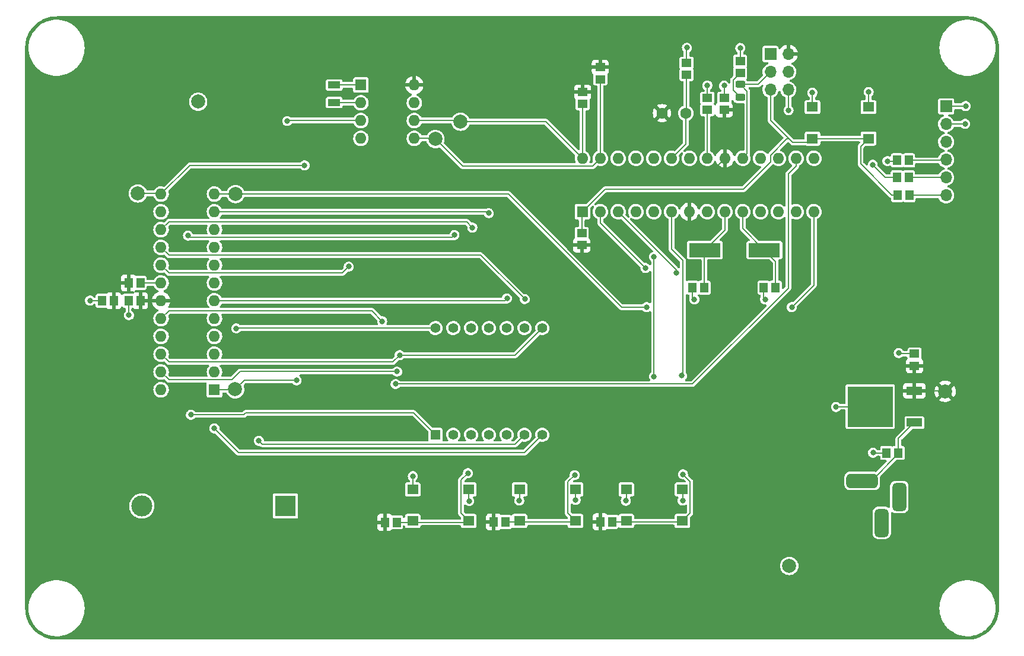
<source format=gbr>
%TF.GenerationSoftware,KiCad,Pcbnew,(6.0.5-0)*%
%TF.CreationDate,2022-07-24T16:22:48-05:00*%
%TF.ProjectId,hps_clock,6870735f-636c-46f6-936b-2e6b69636164,rev?*%
%TF.SameCoordinates,PX4c5bb48PY8abc9a0*%
%TF.FileFunction,Copper,L1,Top*%
%TF.FilePolarity,Positive*%
%FSLAX46Y46*%
G04 Gerber Fmt 4.6, Leading zero omitted, Abs format (unit mm)*
G04 Created by KiCad (PCBNEW (6.0.5-0)) date 2022-07-24 16:22:48*
%MOMM*%
%LPD*%
G01*
G04 APERTURE LIST*
G04 Aperture macros list*
%AMRoundRect*
0 Rectangle with rounded corners*
0 $1 Rounding radius*
0 $2 $3 $4 $5 $6 $7 $8 $9 X,Y pos of 4 corners*
0 Add a 4 corners polygon primitive as box body*
4,1,4,$2,$3,$4,$5,$6,$7,$8,$9,$2,$3,0*
0 Add four circle primitives for the rounded corners*
1,1,$1+$1,$2,$3*
1,1,$1+$1,$4,$5*
1,1,$1+$1,$6,$7*
1,1,$1+$1,$8,$9*
0 Add four rect primitives between the rounded corners*
20,1,$1+$1,$2,$3,$4,$5,0*
20,1,$1+$1,$4,$5,$6,$7,0*
20,1,$1+$1,$6,$7,$8,$9,0*
20,1,$1+$1,$8,$9,$2,$3,0*%
G04 Aperture macros list end*
%TA.AperFunction,SMDPad,CuDef*%
%ADD10R,1.400000X1.150000*%
%TD*%
%TA.AperFunction,ComponentPad*%
%ADD11C,2.000000*%
%TD*%
%TA.AperFunction,SMDPad,CuDef*%
%ADD12R,1.150000X1.400000*%
%TD*%
%TA.AperFunction,SMDPad,CuDef*%
%ADD13R,4.500000X2.000000*%
%TD*%
%TA.AperFunction,ComponentPad*%
%ADD14O,1.700000X1.700000*%
%TD*%
%TA.AperFunction,ComponentPad*%
%ADD15R,1.700000X1.700000*%
%TD*%
%TA.AperFunction,SMDPad,CuDef*%
%ADD16R,1.800000X1.000000*%
%TD*%
%TA.AperFunction,ComponentPad*%
%ADD17R,1.600000X1.600000*%
%TD*%
%TA.AperFunction,ComponentPad*%
%ADD18O,1.600000X1.600000*%
%TD*%
%TA.AperFunction,SMDPad,CuDef*%
%ADD19R,1.600000X1.400000*%
%TD*%
%TA.AperFunction,ComponentPad*%
%ADD20R,1.400000X1.400000*%
%TD*%
%TA.AperFunction,ComponentPad*%
%ADD21C,1.400000*%
%TD*%
%TA.AperFunction,SMDPad,CuDef*%
%ADD22RoundRect,0.243750X0.456250X-0.243750X0.456250X0.243750X-0.456250X0.243750X-0.456250X-0.243750X0*%
%TD*%
%TA.AperFunction,SMDPad,CuDef*%
%ADD23R,2.200000X1.200000*%
%TD*%
%TA.AperFunction,SMDPad,CuDef*%
%ADD24R,6.400000X5.800000*%
%TD*%
%TA.AperFunction,ComponentPad*%
%ADD25C,1.600000*%
%TD*%
%TA.AperFunction,ComponentPad*%
%ADD26R,3.000000X3.000000*%
%TD*%
%TA.AperFunction,ComponentPad*%
%ADD27C,3.000000*%
%TD*%
%TA.AperFunction,ComponentPad*%
%ADD28RoundRect,0.500000X1.750000X0.500000X-1.750000X0.500000X-1.750000X-0.500000X1.750000X-0.500000X0*%
%TD*%
%TA.AperFunction,ComponentPad*%
%ADD29RoundRect,0.500000X-0.500000X1.500000X-0.500000X-1.500000X0.500000X-1.500000X0.500000X1.500000X0*%
%TD*%
%TA.AperFunction,ViaPad*%
%ADD30C,0.812800*%
%TD*%
%TA.AperFunction,Conductor*%
%ADD31C,0.203200*%
%TD*%
G04 APERTURE END LIST*
D10*
%TO.P,C5,1*%
%TO.N,VCC*%
X100221800Y76604800D03*
%TO.P,C5,2*%
%TO.N,GND*%
X100221800Y78304800D03*
%TD*%
D11*
%TO.P,TP4,1,1*%
%TO.N,DISP_LOAD*%
X30474000Y64602400D03*
%TD*%
D12*
%TO.P,R6,1*%
%TO.N,VCC*%
X51772200Y17739400D03*
%TO.P,R6,2*%
%TO.N,BTN_DWN*%
X53472200Y17739400D03*
%TD*%
D10*
%TO.P,R9,1*%
%TO.N,VCC*%
X82518000Y82687200D03*
%TO.P,R9,2*%
%TO.N,SDA*%
X82518000Y80987200D03*
%TD*%
D12*
%TO.P,C8,1*%
%TO.N,VCC*%
X16896200Y49362400D03*
%TO.P,C8,2*%
%TO.N,GND*%
X15196200Y49362400D03*
%TD*%
D11*
%TO.P,TP3,1,1*%
%TO.N,VCC*%
X131743200Y36433800D03*
%TD*%
D12*
%TO.P,C2,1*%
%TO.N,Net-(C2-Pad1)*%
X125066600Y27645400D03*
%TO.P,C2,2*%
%TO.N,GND*%
X123366600Y27645400D03*
%TD*%
%TO.P,R7,1*%
%TO.N,VCC*%
X67291600Y17790200D03*
%TO.P,R7,2*%
%TO.N,BTN_SEL*%
X68991600Y17790200D03*
%TD*%
D13*
%TO.P,Y2,1,1*%
%TO.N,Net-(C6-Pad2)*%
X97445000Y56601400D03*
%TO.P,Y2,2,2*%
%TO.N,Net-(C7-Pad2)*%
X105945000Y56601400D03*
%TD*%
D14*
%TO.P,J2,6,Pin_6*%
%TO.N,Net-(C1-Pad2)*%
X131870200Y64424600D03*
%TO.P,J2,5,Pin_5*%
%TO.N,Net-(J2-Pad5)*%
X131870200Y66964600D03*
%TO.P,J2,4,Pin_4*%
%TO.N,Net-(J2-Pad4)*%
X131870200Y69504600D03*
%TO.P,J2,3,Pin_3*%
%TO.N,unconnected-(J2-Pad3)*%
X131870200Y72044600D03*
%TO.P,J2,2,Pin_2*%
%TO.N,GND*%
X131870200Y74584600D03*
D15*
%TO.P,J2,1,Pin_1*%
X131870200Y77124600D03*
%TD*%
D16*
%TO.P,Y1,1,1*%
%TO.N,Net-(U2-Pad1)*%
X44545000Y80152600D03*
%TO.P,Y1,2,2*%
%TO.N,Net-(U2-Pad2)*%
X44545000Y77652600D03*
%TD*%
D10*
%TO.P,R10,1*%
%TO.N,VCC*%
X80003400Y79143000D03*
%TO.P,R10,2*%
%TO.N,SCL*%
X80003400Y77443000D03*
%TD*%
D12*
%TO.P,R4,1*%
%TO.N,RXD*%
X124848000Y66990000D03*
%TO.P,R4,2*%
%TO.N,Net-(J2-Pad5)*%
X126548000Y66990000D03*
%TD*%
%TO.P,R8,1*%
%TO.N,VCC*%
X82506200Y17815600D03*
%TO.P,R8,2*%
%TO.N,BTN_UP*%
X84206200Y17815600D03*
%TD*%
%TO.P,R5,1*%
%TO.N,TXD*%
X124873400Y69403000D03*
%TO.P,R5,2*%
%TO.N,Net-(J2-Pad4)*%
X126573400Y69403000D03*
%TD*%
D17*
%TO.P,U2,1,X1*%
%TO.N,Net-(U2-Pad1)*%
X48365000Y80162600D03*
D18*
%TO.P,U2,5,SDA*%
%TO.N,SDA*%
X55985000Y72542600D03*
%TO.P,U2,2,X2*%
%TO.N,Net-(U2-Pad2)*%
X48365000Y77622600D03*
%TO.P,U2,6,SCL*%
%TO.N,SCL*%
X55985000Y75082600D03*
%TO.P,U2,3,VBAT*%
%TO.N,Net-(BT1-Pad1)*%
X48365000Y75082600D03*
%TO.P,U2,7,SQW/OUT*%
%TO.N,unconnected-(U2-Pad7)*%
X55985000Y77622600D03*
%TO.P,U2,4,GND*%
%TO.N,GND*%
X48365000Y72542600D03*
%TO.P,U2,8,VCC*%
%TO.N,VCC*%
X55985000Y80162600D03*
%TD*%
D15*
%TO.P,J3,1,Pin_1*%
%TO.N,MISO*%
X106820800Y84577200D03*
D14*
%TO.P,J3,2,Pin_2*%
%TO.N,VCC*%
X109360800Y84577200D03*
%TO.P,J3,3,Pin_3*%
%TO.N,LED_SCK*%
X106820800Y82037200D03*
%TO.P,J3,4,Pin_4*%
%TO.N,MOSI*%
X109360800Y82037200D03*
%TO.P,J3,5,Pin_5*%
%TO.N,~{RESET}*%
X106820800Y79497200D03*
%TO.P,J3,6,Pin_6*%
%TO.N,GND*%
X109360800Y79497200D03*
%TD*%
D11*
%TO.P,TP5,1,1*%
%TO.N,DISP_DATA*%
X30423200Y36713200D03*
%TD*%
D19*
%TO.P,SW3,2,A*%
%TO.N,GND*%
X78999600Y22427800D03*
%TO.P,SW3,1,A*%
X70999600Y22427800D03*
%TO.P,SW3,4,B*%
%TO.N,BTN_SEL*%
X78999600Y17927800D03*
%TO.P,SW3,3,B*%
X70999600Y17927800D03*
%TD*%
D11*
%TO.P,TP1,1,1*%
%TO.N,SCL*%
X62580400Y74920800D03*
%TD*%
D19*
%TO.P,SW2,2,A*%
%TO.N,GND*%
X63759600Y22427800D03*
%TO.P,SW2,1,A*%
X55759600Y22427800D03*
%TO.P,SW2,4,B*%
%TO.N,BTN_DWN*%
X63759600Y17927800D03*
%TO.P,SW2,3,B*%
X55759600Y17927800D03*
%TD*%
D20*
%TO.P,DS1,1,E*%
%TO.N,Net-(DS1-Pad1)*%
X58997600Y30230200D03*
D21*
%TO.P,DS1,2,D*%
%TO.N,Net-(DS1-Pad2)*%
X61537600Y30230200D03*
%TO.P,DS1,3,DP*%
%TO.N,Net-(DS1-Pad3)*%
X64077600Y30230200D03*
%TO.P,DS1,4,C*%
%TO.N,Net-(DS1-Pad4)*%
X66617600Y30230200D03*
%TO.P,DS1,5,G*%
%TO.N,Net-(DS1-Pad5)*%
X69157600Y30230200D03*
%TO.P,DS1,6,COM_DIG.4*%
%TO.N,Net-(DS1-Pad6)*%
X71697600Y30230200D03*
%TO.P,DS1,7,COM_COLON*%
%TO.N,Net-(DS1-Pad7)*%
X74237600Y30230200D03*
%TO.P,DS1,8,COLON*%
%TO.N,Net-(DS1-Pad3)*%
X74237600Y45470200D03*
%TO.P,DS1,9,B*%
%TO.N,Net-(DS1-Pad9)*%
X71697600Y45470200D03*
%TO.P,DS1,10,COM_DIG.3*%
%TO.N,Net-(DS1-Pad10)*%
X69157600Y45470200D03*
%TO.P,DS1,11,COM_DIG.2*%
%TO.N,Net-(DS1-Pad11)*%
X66617600Y45470200D03*
%TO.P,DS1,12,F*%
%TO.N,Net-(DS1-Pad12)*%
X64077600Y45470200D03*
%TO.P,DS1,13,A*%
%TO.N,Net-(DS1-Pad13)*%
X61537600Y45470200D03*
%TO.P,DS1,14,COM_DIG.1*%
%TO.N,Net-(DS1-Pad14)*%
X58997600Y45470200D03*
%TD*%
D12*
%TO.P,R12,1*%
%TO.N,VCC*%
X15196200Y51902400D03*
%TO.P,R12,2*%
%TO.N,Net-(R12-Pad2)*%
X16896200Y51902400D03*
%TD*%
%TO.P,C6,1*%
%TO.N,GND*%
X95688800Y51242000D03*
%TO.P,C6,2*%
%TO.N,Net-(C6-Pad2)*%
X97388800Y51242000D03*
%TD*%
D10*
%TO.P,C4,1*%
%TO.N,Net-(C4-Pad1)*%
X97808800Y76604800D03*
%TO.P,C4,2*%
%TO.N,GND*%
X97808800Y78304800D03*
%TD*%
%TO.P,R3,1*%
%TO.N,LIGHT_SENSOR*%
X94837000Y81608600D03*
%TO.P,R3,2*%
%TO.N,GND*%
X94837000Y83308600D03*
%TD*%
D17*
%TO.P,U3,1,~{RESET}/PC6*%
%TO.N,~{RESET}*%
X79988000Y62072400D03*
D18*
%TO.P,U3,15,PB1*%
%TO.N,DISP_CLK*%
X113008000Y69692400D03*
%TO.P,U3,2,PD0*%
%TO.N,RXD*%
X82528000Y62072400D03*
%TO.P,U3,16,PB2*%
%TO.N,DISP_DATA*%
X110468000Y69692400D03*
%TO.P,U3,3,PD1*%
%TO.N,TXD*%
X85068000Y62072400D03*
%TO.P,U3,17,PB3*%
%TO.N,MOSI*%
X107928000Y69692400D03*
%TO.P,U3,4,PD2*%
%TO.N,BTN_DWN*%
X87608000Y62072400D03*
%TO.P,U3,18,PB4*%
%TO.N,MISO*%
X105388000Y69692400D03*
%TO.P,U3,5,PD3*%
%TO.N,BTN_SEL*%
X90148000Y62072400D03*
%TO.P,U3,19,PB5*%
%TO.N,LED_SCK*%
X102848000Y69692400D03*
%TO.P,U3,6,PD4*%
%TO.N,BTN_UP*%
X92688000Y62072400D03*
%TO.P,U3,20,AVCC*%
%TO.N,VCC*%
X100308000Y69692400D03*
%TO.P,U3,7,VCC*%
X95228000Y62072400D03*
%TO.P,U3,21,AREF*%
%TO.N,Net-(C4-Pad1)*%
X97768000Y69692400D03*
%TO.P,U3,8,GND*%
%TO.N,GND*%
X97768000Y62072400D03*
%TO.P,U3,22,GND*%
X95228000Y69692400D03*
%TO.P,U3,9,XTAL1/PB6*%
%TO.N,Net-(C6-Pad2)*%
X100308000Y62072400D03*
%TO.P,U3,23,PC0*%
%TO.N,LIGHT_SENSOR*%
X92688000Y69692400D03*
%TO.P,U3,10,XTAL2/PB7*%
%TO.N,Net-(C7-Pad2)*%
X102848000Y62072400D03*
%TO.P,U3,24,PC1*%
%TO.N,unconnected-(U3-Pad24)*%
X90148000Y69692400D03*
%TO.P,U3,11,PD5*%
%TO.N,unconnected-(U3-Pad11)*%
X105388000Y62072400D03*
%TO.P,U3,25,PC2*%
%TO.N,unconnected-(U3-Pad25)*%
X87608000Y69692400D03*
%TO.P,U3,12,PD6*%
%TO.N,unconnected-(U3-Pad12)*%
X107928000Y62072400D03*
%TO.P,U3,26,PC3*%
%TO.N,unconnected-(U3-Pad26)*%
X85068000Y69692400D03*
%TO.P,U3,13,PD7*%
%TO.N,unconnected-(U3-Pad13)*%
X110468000Y62072400D03*
%TO.P,U3,27,PC4*%
%TO.N,SDA*%
X82528000Y69692400D03*
%TO.P,U3,14,PB0*%
%TO.N,DISP_LOAD*%
X113008000Y62072400D03*
%TO.P,U3,28,PC5*%
%TO.N,SCL*%
X79988000Y69692400D03*
%TD*%
D12*
%TO.P,C9,1*%
%TO.N,VCC*%
X13086200Y49362400D03*
%TO.P,C9,2*%
%TO.N,GND*%
X11386200Y49362400D03*
%TD*%
D22*
%TO.P,D1,1,K*%
%TO.N,Net-(D1-Pad1)*%
X102482400Y78396900D03*
%TO.P,D1,2,A*%
%TO.N,LED_SCK*%
X102482400Y80271900D03*
%TD*%
D19*
%TO.P,SW4,2,A*%
%TO.N,GND*%
X94239600Y22427800D03*
%TO.P,SW4,1,A*%
X86239600Y22427800D03*
%TO.P,SW4,4,B*%
%TO.N,BTN_UP*%
X94239600Y17927800D03*
%TO.P,SW4,3,B*%
X86239600Y17927800D03*
%TD*%
D12*
%TO.P,C1,1*%
%TO.N,~{RESET}*%
X124924200Y64424600D03*
%TO.P,C1,2*%
%TO.N,Net-(C1-Pad2)*%
X126624200Y64424600D03*
%TD*%
D23*
%TO.P,U1,1,IN*%
%TO.N,Net-(C2-Pad1)*%
X127349800Y31969400D03*
D24*
%TO.P,U1,2,GND*%
%TO.N,GND*%
X121049800Y34249400D03*
D23*
%TO.P,U1,3,OUT*%
%TO.N,VCC*%
X127349800Y36529400D03*
%TD*%
D10*
%TO.P,R1,1*%
%TO.N,Net-(D1-Pad1)*%
X102482400Y81888000D03*
%TO.P,R1,2*%
%TO.N,GND*%
X102482400Y83588000D03*
%TD*%
D25*
%TO.P,R2,2*%
%TO.N,LIGHT_SENSOR*%
X94733200Y76134000D03*
%TO.P,R2,1*%
%TO.N,VCC*%
X91333200Y76134000D03*
%TD*%
D10*
%TO.P,R11,1*%
%TO.N,VCC*%
X79876400Y57300800D03*
%TO.P,R11,2*%
%TO.N,~{RESET}*%
X79876400Y59000800D03*
%TD*%
D17*
%TO.P,U4,1,DIN*%
%TO.N,DISP_DATA*%
X27466200Y36657400D03*
D18*
%TO.P,U4,13,CLK*%
%TO.N,DISP_CLK*%
X19846200Y64597400D03*
%TO.P,U4,2,DIG_0*%
%TO.N,Net-(DS1-Pad14)*%
X27466200Y39197400D03*
%TO.P,U4,14,SEG_A*%
%TO.N,Net-(DS1-Pad13)*%
X19846200Y62057400D03*
%TO.P,U4,3,DIG_4*%
%TO.N,Net-(DS1-Pad7)*%
X27466200Y41737400D03*
%TO.P,U4,15,SEG_F*%
%TO.N,Net-(DS1-Pad12)*%
X19846200Y59517400D03*
%TO.P,U4,4,GND*%
%TO.N,GND*%
X27466200Y44277400D03*
%TO.P,U4,16,SEG_B*%
%TO.N,Net-(DS1-Pad9)*%
X19846200Y56977400D03*
%TO.P,U4,5,DIG_6*%
%TO.N,unconnected-(U4-Pad5)*%
X27466200Y46817400D03*
%TO.P,U4,17,SEG_G*%
%TO.N,Net-(DS1-Pad5)*%
X19846200Y54437400D03*
%TO.P,U4,6,DIG_2*%
%TO.N,Net-(DS1-Pad10)*%
X27466200Y49357400D03*
%TO.P,U4,18,ISET*%
%TO.N,Net-(R12-Pad2)*%
X19846200Y51897400D03*
%TO.P,U4,7,DIG_3*%
%TO.N,Net-(DS1-Pad6)*%
X27466200Y51897400D03*
%TO.P,U4,19,V+*%
%TO.N,VCC*%
X19846200Y49357400D03*
%TO.P,U4,8,DIG_7*%
%TO.N,unconnected-(U4-Pad8)*%
X27466200Y54437400D03*
%TO.P,U4,20,SEG_C*%
%TO.N,Net-(DS1-Pad4)*%
X19846200Y46817400D03*
%TO.P,U4,9,GND*%
%TO.N,GND*%
X27466200Y56977400D03*
%TO.P,U4,21,SEG_E*%
%TO.N,Net-(DS1-Pad1)*%
X19846200Y44277400D03*
%TO.P,U4,10,DIG_5*%
%TO.N,unconnected-(U4-Pad10)*%
X27466200Y59517400D03*
%TO.P,U4,22,SEG_DP*%
%TO.N,Net-(DS1-Pad3)*%
X19846200Y41737400D03*
%TO.P,U4,11,DIG_1*%
%TO.N,Net-(DS1-Pad11)*%
X27466200Y62057400D03*
%TO.P,U4,23,SEG_D*%
%TO.N,Net-(DS1-Pad2)*%
X19846200Y39197400D03*
%TO.P,U4,12,LOAD*%
%TO.N,DISP_LOAD*%
X27466200Y64597400D03*
%TO.P,U4,24,DOUT*%
%TO.N,unconnected-(U4-Pad24)*%
X19846200Y36657400D03*
%TD*%
D10*
%TO.P,C3,1*%
%TO.N,VCC*%
X127366200Y40093200D03*
%TO.P,C3,2*%
%TO.N,GND*%
X127366200Y41793200D03*
%TD*%
D12*
%TO.P,C7,1*%
%TO.N,GND*%
X105848800Y51242000D03*
%TO.P,C7,2*%
%TO.N,Net-(C7-Pad2)*%
X107548800Y51242000D03*
%TD*%
D11*
%TO.P,TP7,1,1*%
%TO.N,GND*%
X25139400Y77785000D03*
%TD*%
%TO.P,TP6,1,1*%
%TO.N,DISP_CLK*%
X16529400Y64678600D03*
%TD*%
D19*
%TO.P,SW1,2,A*%
%TO.N,GND*%
X120808000Y77012400D03*
%TO.P,SW1,1,A*%
X112808000Y77012400D03*
%TO.P,SW1,4,B*%
%TO.N,~{RESET}*%
X120808000Y72512400D03*
%TO.P,SW1,3,B*%
X112808000Y72512400D03*
%TD*%
D11*
%TO.P,TP2,1,1*%
%TO.N,SDA*%
X58999000Y72457000D03*
%TD*%
%TO.P,TP8,1,1*%
%TO.N,GND*%
X109492800Y11516400D03*
%TD*%
D26*
%TO.P,BT1,1,+*%
%TO.N,Net-(BT1-Pad1)*%
X37591286Y20070183D03*
D27*
%TO.P,BT1,2,-*%
%TO.N,GND*%
X17101286Y20070183D03*
%TD*%
D28*
%TO.P,J1,1,POLE*%
%TO.N,Net-(C2-Pad1)*%
X119899800Y23652400D03*
D29*
%TO.P,J1,2,OUT*%
%TO.N,GND*%
X125199800Y21352400D03*
%TO.P,J1,3,OUT*%
%TO.N,unconnected-(J1-Pad3)*%
X122699800Y17652400D03*
%TD*%
D30*
%TO.N,Net-(BT1-Pad1)*%
X37864800Y75016400D03*
%TO.N,GND*%
X120821200Y79156600D03*
X94278200Y20838200D03*
X70961000Y20838200D03*
X55771800Y24318000D03*
X112794800Y79055000D03*
X95954600Y49565600D03*
X9696200Y49387800D03*
X86175600Y20812800D03*
X94887800Y85481200D03*
X15258800Y47305000D03*
X116173000Y34198600D03*
X63798200Y20787400D03*
X106038400Y49565600D03*
X97808800Y80096400D03*
X121456200Y27670800D03*
X134664200Y77150000D03*
X102507800Y85444000D03*
X125113800Y41894800D03*
X109391200Y76565800D03*
X100196400Y80071000D03*
X134588000Y74610000D03*
X79012800Y20914400D03*
%TO.N,VCC*%
X95243400Y66304200D03*
%TO.N,Net-(DS1-Pad1)*%
X24098000Y33081000D03*
%TO.N,Net-(DS1-Pad2)*%
X53536600Y39253200D03*
%TO.N,Net-(DS1-Pad3)*%
X53892200Y41590000D03*
%TO.N,Net-(DS1-Pad4)*%
X51403000Y46441400D03*
%TO.N,Net-(DS1-Pad5)*%
X46627800Y54239200D03*
%TO.N,Net-(DS1-Pad6)*%
X33800800Y29372600D03*
%TO.N,Net-(DS1-Pad7)*%
X27450800Y31150600D03*
%TO.N,Net-(DS1-Pad9)*%
X71748400Y49591000D03*
%TO.N,Net-(DS1-Pad10)*%
X69208400Y49692600D03*
%TO.N,Net-(DS1-Pad11)*%
X66617600Y61859200D03*
%TO.N,Net-(DS1-Pad12)*%
X64280800Y59801800D03*
%TO.N,Net-(DS1-Pad13)*%
X61715400Y58735000D03*
X23691600Y58658800D03*
%TO.N,Net-(DS1-Pad14)*%
X30575000Y45425400D03*
%TO.N,RXD*%
X121405400Y68793400D03*
X88969600Y54036000D03*
%TO.N,TXD*%
X93351898Y53325300D03*
X123488200Y69301400D03*
%TO.N,BTN_DWN*%
X63620400Y24749800D03*
%TO.N,BTN_SEL*%
X90188800Y55636200D03*
X78860400Y24470400D03*
X90188800Y38567400D03*
%TO.N,BTN_UP*%
X94176600Y38669000D03*
X94329000Y24597400D03*
%TO.N,DISP_LOAD*%
X89122000Y48448000D03*
X109848400Y48448000D03*
%TO.N,DISP_DATA*%
X53308000Y37475200D03*
X39185600Y38008600D03*
%TO.N,DISP_CLK*%
X40328600Y68691800D03*
%TD*%
D31*
%TO.N,Net-(BT1-Pad1)*%
X37956400Y75082600D02*
X48365000Y75082600D01*
X37864800Y75016400D02*
X37890200Y75016400D01*
X37890200Y75016400D02*
X37956400Y75082600D01*
%TO.N,GND*%
X63759600Y20826000D02*
X63798200Y20787400D01*
X100196400Y80071000D02*
X100196400Y78330200D01*
X94278200Y22389200D02*
X94239600Y22427800D01*
X95688800Y49831400D02*
X95954600Y49565600D01*
X134588000Y74610000D02*
X134562600Y74584600D01*
X15196200Y47367600D02*
X15196200Y49362400D01*
X86239600Y22427800D02*
X86239600Y20876800D01*
X109360800Y79497200D02*
X109360800Y76596200D01*
X55759600Y22427800D02*
X55759600Y24305800D01*
X63759600Y22427800D02*
X63759600Y20826000D01*
X79012800Y20914400D02*
X79012800Y22414600D01*
X97808800Y80096400D02*
X97808800Y78304800D01*
X9696200Y49387800D02*
X11360800Y49387800D01*
X94837000Y85430400D02*
X94837000Y83308600D01*
X94887800Y85481200D02*
X94837000Y85430400D01*
X79012800Y22414600D02*
X78999600Y22427800D01*
X55759600Y24305800D02*
X55771800Y24318000D01*
X105848800Y49755200D02*
X106038400Y49565600D01*
X105848800Y51242000D02*
X105848800Y49755200D01*
X134638800Y77124600D02*
X131870200Y77124600D01*
X123366600Y27645400D02*
X121481600Y27645400D01*
X125215400Y41793200D02*
X127366200Y41793200D01*
X109360800Y76596200D02*
X109391200Y76565800D01*
X112794800Y79055000D02*
X112808000Y79041800D01*
X112808000Y79041800D02*
X112808000Y77012400D01*
X120821200Y79156600D02*
X120808000Y79143400D01*
X95688800Y51242000D02*
X95688800Y49831400D01*
X86239600Y20876800D02*
X86175600Y20812800D01*
X70999600Y22427800D02*
X70999600Y20876800D01*
X11360800Y49387800D02*
X11386200Y49362400D01*
X15258800Y47305000D02*
X15196200Y47367600D01*
X134562600Y74584600D02*
X131870200Y74584600D01*
X120808000Y79143400D02*
X120808000Y77012400D01*
X116173000Y34198600D02*
X116223800Y34249400D01*
X102507800Y85444000D02*
X102507800Y83613400D01*
X116223800Y34249400D02*
X121049800Y34249400D01*
X70999600Y20876800D02*
X70961000Y20838200D01*
X121481600Y27645400D02*
X121456200Y27670800D01*
X125113800Y41894800D02*
X125215400Y41793200D01*
X94278200Y20838200D02*
X94278200Y22389200D01*
X134664200Y77150000D02*
X134638800Y77124600D01*
%TO.N,~{RESET}*%
X83178400Y65262800D02*
X102939600Y65262800D01*
X106823689Y69146889D02*
X106823689Y70149822D01*
X124924200Y64424600D02*
X124146000Y64424600D01*
X109467400Y72476400D02*
X109950480Y71993320D01*
X120808000Y72512400D02*
X112808000Y72512400D01*
X79876400Y61960800D02*
X79988000Y62072400D01*
X109150267Y72476400D02*
X109467400Y72476400D01*
X106820800Y75123000D02*
X109467400Y72476400D01*
X119678200Y68892400D02*
X119678200Y71382600D01*
X124146000Y64424600D02*
X119678200Y68892400D01*
X106823689Y70149822D02*
X109150267Y72476400D01*
X112288920Y71993320D02*
X112808000Y72512400D01*
X119678200Y71382600D02*
X120808000Y72512400D01*
X109950480Y71993320D02*
X112288920Y71993320D01*
X79876400Y59000800D02*
X79876400Y61960800D01*
X106820800Y79497200D02*
X106820800Y75123000D01*
X79988000Y62072400D02*
X83178400Y65262800D01*
X102939600Y65262800D02*
X106823689Y69146889D01*
%TO.N,Net-(C1-Pad2)*%
X126624200Y64424600D02*
X131870200Y64424600D01*
%TO.N,Net-(C2-Pad1)*%
X125066600Y27645400D02*
X125066600Y27520400D01*
X125066600Y27645400D02*
X125066600Y29686200D01*
X125066600Y27520400D02*
X121198600Y23652400D01*
X125066600Y29686200D02*
X127349800Y31969400D01*
X121198600Y23652400D02*
X119899800Y23652400D01*
%TO.N,VCC*%
X96919800Y66304200D02*
X95243400Y66304200D01*
X127349800Y36529400D02*
X131647600Y36529400D01*
X131647600Y36529400D02*
X131743200Y36433800D01*
X100308000Y69692400D02*
X96919800Y66304200D01*
%TO.N,Net-(C4-Pad1)*%
X97808800Y69733200D02*
X97768000Y69692400D01*
X97808800Y76604800D02*
X97808800Y69733200D01*
%TO.N,Net-(C6-Pad2)*%
X97388800Y51242000D02*
X97388800Y56545200D01*
X100308000Y62072400D02*
X100308000Y59464400D01*
X97388800Y56545200D02*
X97445000Y56601400D01*
X100308000Y59464400D02*
X97445000Y56601400D01*
%TO.N,Net-(C7-Pad2)*%
X107548800Y54997600D02*
X105945000Y56601400D01*
X102848000Y59698400D02*
X105945000Y56601400D01*
X107548800Y51242000D02*
X107548800Y54997600D01*
X102848000Y62072400D02*
X102848000Y59698400D01*
%TO.N,Net-(D1-Pad1)*%
X101478080Y79401220D02*
X101478080Y80883680D01*
X102482400Y78396900D02*
X101478080Y79401220D01*
X101478080Y80883680D02*
X102482400Y81888000D01*
%TO.N,LED_SCK*%
X102482400Y80271900D02*
X103486720Y79267580D01*
X103486720Y70331120D02*
X102848000Y69692400D01*
X106820800Y82037200D02*
X105055500Y80271900D01*
X105055500Y80271900D02*
X102482400Y80271900D01*
X103486720Y79267580D02*
X103486720Y70331120D01*
%TO.N,Net-(DS1-Pad1)*%
X31946600Y33360400D02*
X55867400Y33360400D01*
X31667200Y33081000D02*
X31946600Y33360400D01*
X55867400Y33360400D02*
X58997600Y30230200D01*
X24098000Y33081000D02*
X31667200Y33081000D01*
%TO.N,Net-(DS1-Pad2)*%
X53536600Y39253200D02*
X31118625Y39253200D01*
X20950511Y38093089D02*
X19846200Y39197400D01*
X31118625Y39253200D02*
X29958514Y38093089D01*
X29958514Y38093089D02*
X20950511Y38093089D01*
%TO.N,Net-(DS1-Pad3)*%
X20950511Y40633089D02*
X19846200Y41737400D01*
X53892200Y41590000D02*
X52935289Y40633089D01*
X53892200Y41590000D02*
X70357400Y41590000D01*
X70357400Y41590000D02*
X74237600Y45470200D01*
X52935289Y40633089D02*
X20950511Y40633089D01*
%TO.N,Net-(DS1-Pad4)*%
X49922689Y47921711D02*
X20950511Y47921711D01*
X20950511Y47921711D02*
X19846200Y46817400D01*
X51403000Y46441400D02*
X49922689Y47921711D01*
%TO.N,Net-(DS1-Pad5)*%
X20950511Y53333089D02*
X19846200Y54437400D01*
X45721689Y53333089D02*
X20950511Y53333089D01*
X46627800Y54239200D02*
X45721689Y53333089D01*
%TO.N,Net-(DS1-Pad6)*%
X34283400Y28890000D02*
X33800800Y29372600D01*
X70357400Y28890000D02*
X34283400Y28890000D01*
X71697600Y30230200D02*
X70357400Y28890000D01*
%TO.N,Net-(DS1-Pad7)*%
X74237600Y30230200D02*
X71678200Y27670800D01*
X71678200Y27670800D02*
X30930600Y27670800D01*
X27450800Y31150600D02*
X30930600Y27670800D01*
%TO.N,Net-(DS1-Pad9)*%
X19846200Y56977400D02*
X20950511Y55873089D01*
X65466311Y55873089D02*
X71748400Y49591000D01*
X20950511Y55873089D02*
X65466311Y55873089D01*
%TO.N,Net-(DS1-Pad10)*%
X69208400Y49692600D02*
X68873200Y49357400D01*
X68873200Y49357400D02*
X27466200Y49357400D01*
%TO.N,Net-(DS1-Pad11)*%
X66617600Y61859200D02*
X66419400Y62057400D01*
X66419400Y62057400D02*
X27466200Y62057400D01*
%TO.N,Net-(DS1-Pad12)*%
X20950511Y60621711D02*
X19846200Y59517400D01*
X63460889Y60621711D02*
X20950511Y60621711D01*
X64280800Y59801800D02*
X63460889Y60621711D01*
%TO.N,Net-(DS1-Pad13)*%
X61715400Y58735000D02*
X61393489Y58413089D01*
X61393489Y58413089D02*
X23937311Y58413089D01*
X23937311Y58413089D02*
X23691600Y58658800D01*
%TO.N,Net-(DS1-Pad14)*%
X58997600Y45470200D02*
X30619800Y45470200D01*
X30619800Y45470200D02*
X30575000Y45425400D01*
%TO.N,Net-(J2-Pad5)*%
X131844800Y66990000D02*
X131870200Y66964600D01*
X126548000Y66990000D02*
X131844800Y66990000D01*
%TO.N,Net-(J2-Pad4)*%
X126573400Y69403000D02*
X131768600Y69403000D01*
X131768600Y69403000D02*
X131870200Y69504600D01*
%TO.N,LIGHT_SENSOR*%
X94837000Y81608600D02*
X94837000Y76237800D01*
X94837000Y76237800D02*
X94733200Y76134000D01*
X94733200Y71737600D02*
X92688000Y69692400D01*
X94733200Y76134000D02*
X94733200Y71737600D01*
%TO.N,RXD*%
X121405400Y68793400D02*
X123208800Y66990000D01*
X123208800Y66990000D02*
X124848000Y66990000D01*
X82528000Y62072400D02*
X82528000Y60477600D01*
X82528000Y60477600D02*
X88969600Y54036000D01*
%TO.N,TXD*%
X93351898Y53788502D02*
X93351898Y53325300D01*
X124771800Y69301400D02*
X124873400Y69403000D01*
X85068000Y62072400D02*
X93351898Y53788502D01*
X123488200Y69301400D02*
X124771800Y69301400D01*
%TO.N,BTN_DWN*%
X53472200Y17739400D02*
X55571200Y17739400D01*
X63620400Y24749800D02*
X62655289Y23784689D01*
X62655289Y23784689D02*
X62655289Y19032111D01*
X63571200Y17739400D02*
X63759600Y17927800D01*
X55571200Y17739400D02*
X55759600Y17927800D01*
X62655289Y19032111D02*
X63759600Y17927800D01*
X53472200Y17739400D02*
X63571200Y17739400D01*
%TO.N,BTN_SEL*%
X78862000Y17790200D02*
X78999600Y17927800D01*
X70862000Y17790200D02*
X70999600Y17927800D01*
X77895289Y23505289D02*
X77895289Y19032111D01*
X68991600Y17790200D02*
X78862000Y17790200D01*
X90188800Y55636200D02*
X90188800Y38567400D01*
X78860400Y24470400D02*
X77895289Y23505289D01*
X68991600Y17790200D02*
X70862000Y17790200D01*
X77895289Y19032111D02*
X78999600Y17927800D01*
%TO.N,BTN_UP*%
X94329000Y24597400D02*
X95343911Y23582489D01*
X92688000Y56743800D02*
X94329000Y55102800D01*
X84206200Y17815600D02*
X86127400Y17815600D01*
X94329000Y38821400D02*
X94176600Y38669000D01*
X95343911Y19032111D02*
X94239600Y17927800D01*
X95343911Y23582489D02*
X95343911Y19032111D01*
X94329000Y55102800D02*
X94329000Y38821400D01*
X94127400Y17815600D02*
X94239600Y17927800D01*
X84206200Y17815600D02*
X94127400Y17815600D01*
X92688000Y62072400D02*
X92688000Y56743800D01*
X86127400Y17815600D02*
X86239600Y17927800D01*
%TO.N,SDA*%
X82518000Y80987200D02*
X82518000Y69682400D01*
X58913400Y72542600D02*
X58999000Y72457000D01*
X58999000Y72457000D02*
X62867911Y68588089D01*
X62867911Y68588089D02*
X81423689Y68588089D01*
X82518000Y69682400D02*
X81423689Y68588089D01*
X55985000Y72542600D02*
X58913400Y72542600D01*
%TO.N,SCL*%
X55985000Y75082600D02*
X62418600Y75082600D01*
X80003400Y69707800D02*
X79988000Y69692400D01*
X80003400Y77443000D02*
X80003400Y69707800D01*
X62580400Y74920800D02*
X74759600Y74920800D01*
X74759600Y74920800D02*
X79988000Y69692400D01*
X62418600Y75082600D02*
X62580400Y74920800D01*
%TO.N,Net-(R12-Pad2)*%
X19841200Y51902400D02*
X19846200Y51897400D01*
X16896200Y51902400D02*
X19841200Y51902400D01*
%TO.N,Net-(U2-Pad1)*%
X44555000Y80162600D02*
X44545000Y80152600D01*
X48365000Y80162600D02*
X44555000Y80162600D01*
%TO.N,Net-(U2-Pad2)*%
X44575000Y77622600D02*
X44545000Y77652600D01*
X48365000Y77622600D02*
X44575000Y77622600D01*
%TO.N,DISP_LOAD*%
X85566000Y48448000D02*
X69411600Y64602400D01*
X113008000Y62072400D02*
X113008000Y51607600D01*
X113008000Y51607600D02*
X109848400Y48448000D01*
X89122000Y48448000D02*
X85566000Y48448000D01*
X69411600Y64602400D02*
X30474000Y64602400D01*
X27466200Y64597400D02*
X30469000Y64597400D01*
X30469000Y64597400D02*
X30474000Y64602400D01*
%TO.N,DISP_DATA*%
X30367400Y36657400D02*
X30423200Y36713200D01*
X39185600Y38008600D02*
X31718600Y38008600D01*
X110468000Y69692400D02*
X110468000Y68561030D01*
X31718600Y38008600D02*
X30423200Y36713200D01*
X27466200Y36657400D02*
X30367400Y36657400D01*
X109363689Y51173267D02*
X95665622Y37475200D01*
X95665622Y37475200D02*
X53308000Y37475200D01*
X109363689Y67456719D02*
X109363689Y51173267D01*
X110468000Y68561030D02*
X109363689Y67456719D01*
%TO.N,DISP_CLK*%
X40328600Y68691800D02*
X23940600Y68691800D01*
X23940600Y68691800D02*
X19846200Y64597400D01*
X19765000Y64678600D02*
X19846200Y64597400D01*
X16529400Y64678600D02*
X19765000Y64678600D01*
%TD*%
%TA.AperFunction,Conductor*%
%TO.N,VCC*%
G36*
X134904564Y89965697D02*
G01*
X134915661Y89963969D01*
X134915663Y89963969D01*
X134926324Y89962309D01*
X134937023Y89963708D01*
X134937024Y89963708D01*
X134944589Y89964697D01*
X134970822Y89965831D01*
X135317455Y89950696D01*
X135330612Y89949545D01*
X135705991Y89900126D01*
X135718999Y89897832D01*
X136088627Y89815888D01*
X136101385Y89812470D01*
X136462487Y89698614D01*
X136474898Y89694096D01*
X136824681Y89549211D01*
X136836642Y89543635D01*
X137172506Y89368795D01*
X137183927Y89362200D01*
X137503240Y89158775D01*
X137514059Y89151200D01*
X137814430Y88920718D01*
X137824548Y88912228D01*
X138103696Y88656436D01*
X138113036Y88647096D01*
X138368828Y88367948D01*
X138377318Y88357830D01*
X138607800Y88057459D01*
X138615375Y88046640D01*
X138818800Y87727327D01*
X138825395Y87715906D01*
X139000235Y87380042D01*
X139005811Y87368081D01*
X139150696Y87018298D01*
X139155214Y87005887D01*
X139256920Y86683321D01*
X139269070Y86644785D01*
X139272488Y86632027D01*
X139354432Y86262399D01*
X139356726Y86249391D01*
X139406145Y85874012D01*
X139407296Y85860855D01*
X139412923Y85731990D01*
X139419108Y85590344D01*
X139422093Y85521971D01*
X139420593Y85494930D01*
X139420569Y85492935D01*
X139418909Y85482276D01*
X139422624Y85453863D01*
X139422822Y85452352D01*
X139424100Y85432721D01*
X139424100Y5527329D01*
X139422297Y5504036D01*
X139421955Y5501836D01*
X139418909Y5482276D01*
X139420308Y5471577D01*
X139420308Y5471576D01*
X139421297Y5464011D01*
X139422431Y5437778D01*
X139407296Y5091145D01*
X139406145Y5077988D01*
X139356726Y4702609D01*
X139354432Y4689601D01*
X139272488Y4319973D01*
X139269070Y4307215D01*
X139155214Y3946113D01*
X139150696Y3933702D01*
X139005811Y3583919D01*
X139000235Y3571958D01*
X138825395Y3236094D01*
X138818800Y3224673D01*
X138615375Y2905360D01*
X138607800Y2894541D01*
X138377318Y2594170D01*
X138368828Y2584052D01*
X138113036Y2304904D01*
X138103696Y2295564D01*
X137824548Y2039772D01*
X137814430Y2031282D01*
X137514059Y1800800D01*
X137503240Y1793225D01*
X137183927Y1589800D01*
X137172506Y1583205D01*
X136836642Y1408365D01*
X136824681Y1402789D01*
X136474898Y1257904D01*
X136462487Y1253386D01*
X136101385Y1139530D01*
X136088627Y1136112D01*
X135718999Y1054168D01*
X135705991Y1051874D01*
X135330612Y1002455D01*
X135317455Y1001304D01*
X135133250Y993261D01*
X134978568Y986507D01*
X134951530Y988007D01*
X134949535Y988031D01*
X134938876Y989691D01*
X134910463Y985976D01*
X134908952Y985778D01*
X134889321Y984500D01*
X4983929Y984500D01*
X4960636Y986303D01*
X4949539Y988031D01*
X4949537Y988031D01*
X4938876Y989691D01*
X4928177Y988292D01*
X4928176Y988292D01*
X4920611Y987303D01*
X4894378Y986169D01*
X4547745Y1001304D01*
X4534588Y1002455D01*
X4159209Y1051874D01*
X4146201Y1054168D01*
X3776573Y1136112D01*
X3763815Y1139530D01*
X3402713Y1253386D01*
X3390302Y1257904D01*
X3040519Y1402789D01*
X3028558Y1408365D01*
X2692694Y1583205D01*
X2681273Y1589800D01*
X2361960Y1793225D01*
X2351141Y1800800D01*
X2050770Y2031282D01*
X2040652Y2039772D01*
X1761504Y2295564D01*
X1752164Y2304904D01*
X1496372Y2584052D01*
X1487882Y2594170D01*
X1257400Y2894541D01*
X1249825Y2905360D01*
X1046400Y3224673D01*
X1039805Y3236094D01*
X864965Y3571958D01*
X859389Y3583919D01*
X714504Y3933702D01*
X709986Y3946113D01*
X596130Y4307215D01*
X592712Y4319973D01*
X510768Y4689601D01*
X508474Y4702609D01*
X459055Y5077988D01*
X457904Y5091145D01*
X443278Y5426115D01*
X444863Y5451835D01*
X444683Y5451851D01*
X445206Y5457680D01*
X446176Y5463448D01*
X446329Y5476000D01*
X444327Y5489981D01*
X927483Y5489981D01*
X946574Y5085167D01*
X947138Y5081393D01*
X947139Y5081383D01*
X956205Y5020723D01*
X1006476Y4684354D01*
X1007421Y4680645D01*
X1007423Y4680637D01*
X1099355Y4319973D01*
X1106575Y4291648D01*
X1107893Y4288047D01*
X1244533Y3914659D01*
X1244537Y3914650D01*
X1245848Y3911067D01*
X1422868Y3546509D01*
X1635823Y3201706D01*
X1638153Y3198670D01*
X1638154Y3198668D01*
X1662218Y3167307D01*
X1882532Y2880188D01*
X1885156Y2877403D01*
X1885159Y2877400D01*
X2021500Y2732719D01*
X2160469Y2585249D01*
X2466789Y2319906D01*
X2798355Y2086877D01*
X3151773Y1888548D01*
X3523425Y1726950D01*
X3909504Y1603736D01*
X4306058Y1520169D01*
X4309856Y1519763D01*
X4309863Y1519762D01*
X4590198Y1489803D01*
X4709027Y1477104D01*
X4932773Y1475932D01*
X5110457Y1475002D01*
X5110458Y1475002D01*
X5114285Y1474982D01*
X5253955Y1488431D01*
X5513862Y1513457D01*
X5513864Y1513457D01*
X5517683Y1513825D01*
X5521439Y1514576D01*
X5521449Y1514577D01*
X5911339Y1592485D01*
X5911344Y1592486D01*
X5915091Y1593235D01*
X6108519Y1652741D01*
X6298770Y1711270D01*
X6298775Y1711272D01*
X6302439Y1712399D01*
X6675762Y1870096D01*
X6679116Y1871932D01*
X7027884Y2062878D01*
X7027888Y2062881D01*
X7031237Y2064714D01*
X7066695Y2089083D01*
X7362067Y2292086D01*
X7365226Y2294257D01*
X7368147Y2296734D01*
X7368152Y2296738D01*
X7671388Y2553902D01*
X7674308Y2556378D01*
X7955318Y2848391D01*
X8205381Y3167307D01*
X8264844Y3261369D01*
X8419884Y3506617D01*
X8419890Y3506628D01*
X8421934Y3509861D01*
X8452890Y3571948D01*
X8601048Y3869108D01*
X8601049Y3869110D01*
X8602762Y3872546D01*
X8746012Y4251647D01*
X8850219Y4643284D01*
X8856202Y4680637D01*
X8913708Y5039655D01*
X8913709Y5039662D01*
X8914315Y5043447D01*
X8916503Y5081383D01*
X8937526Y5446010D01*
X8937643Y5448039D01*
X8937721Y5470154D01*
X8937734Y5473948D01*
X8937734Y5473955D01*
X8937741Y5476000D01*
X8937033Y5489981D01*
X130927483Y5489981D01*
X130946574Y5085167D01*
X130947138Y5081393D01*
X130947139Y5081383D01*
X130956205Y5020723D01*
X131006476Y4684354D01*
X131007421Y4680645D01*
X131007423Y4680637D01*
X131099355Y4319973D01*
X131106575Y4291648D01*
X131107893Y4288047D01*
X131244533Y3914659D01*
X131244537Y3914650D01*
X131245848Y3911067D01*
X131422868Y3546509D01*
X131635823Y3201706D01*
X131638153Y3198670D01*
X131638154Y3198668D01*
X131662218Y3167307D01*
X131882532Y2880188D01*
X131885156Y2877403D01*
X131885159Y2877400D01*
X132021500Y2732719D01*
X132160469Y2585249D01*
X132466789Y2319906D01*
X132798355Y2086877D01*
X133151773Y1888548D01*
X133523425Y1726950D01*
X133909504Y1603736D01*
X134306058Y1520169D01*
X134309856Y1519763D01*
X134309863Y1519762D01*
X134590198Y1489803D01*
X134709027Y1477104D01*
X134932773Y1475932D01*
X135110457Y1475002D01*
X135110458Y1475002D01*
X135114285Y1474982D01*
X135253955Y1488431D01*
X135513862Y1513457D01*
X135513864Y1513457D01*
X135517683Y1513825D01*
X135521439Y1514576D01*
X135521449Y1514577D01*
X135911339Y1592485D01*
X135911344Y1592486D01*
X135915091Y1593235D01*
X136108519Y1652741D01*
X136298770Y1711270D01*
X136298775Y1711272D01*
X136302439Y1712399D01*
X136675762Y1870096D01*
X136679116Y1871932D01*
X137027884Y2062878D01*
X137027888Y2062881D01*
X137031237Y2064714D01*
X137066695Y2089083D01*
X137362067Y2292086D01*
X137365226Y2294257D01*
X137368147Y2296734D01*
X137368152Y2296738D01*
X137671388Y2553902D01*
X137674308Y2556378D01*
X137955318Y2848391D01*
X138205381Y3167307D01*
X138264844Y3261369D01*
X138419884Y3506617D01*
X138419890Y3506628D01*
X138421934Y3509861D01*
X138452890Y3571948D01*
X138601048Y3869108D01*
X138601049Y3869110D01*
X138602762Y3872546D01*
X138746012Y4251647D01*
X138850219Y4643284D01*
X138856202Y4680637D01*
X138913708Y5039655D01*
X138913709Y5039662D01*
X138914315Y5043447D01*
X138916503Y5081383D01*
X138937526Y5446010D01*
X138937643Y5448039D01*
X138937721Y5470154D01*
X138937734Y5473948D01*
X138937734Y5473955D01*
X138937741Y5476000D01*
X138917238Y5880745D01*
X138855937Y6281345D01*
X138754467Y6673701D01*
X138613867Y7053793D01*
X138435575Y7417731D01*
X138326541Y7592900D01*
X138223439Y7758542D01*
X138223434Y7758549D01*
X138221418Y7761788D01*
X138212556Y7773255D01*
X137975933Y8079409D01*
X137973589Y8082442D01*
X137694624Y8376410D01*
X137387379Y8640682D01*
X137055001Y8872552D01*
X136700893Y9069646D01*
X136690923Y9073940D01*
X136556498Y9131832D01*
X136328680Y9229947D01*
X136325031Y9231098D01*
X136325027Y9231099D01*
X135945834Y9350658D01*
X135945828Y9350659D01*
X135942173Y9351812D01*
X135938419Y9352589D01*
X135938409Y9352592D01*
X135549084Y9433217D01*
X135549076Y9433218D01*
X135545330Y9433994D01*
X135541525Y9434387D01*
X135541520Y9434388D01*
X135146016Y9475259D01*
X135142213Y9475652D01*
X135138399Y9475659D01*
X135138392Y9475659D01*
X134933709Y9476016D01*
X134736950Y9476359D01*
X134733135Y9475978D01*
X134733131Y9475978D01*
X134578212Y9460515D01*
X134333690Y9436109D01*
X134302833Y9429831D01*
X133940315Y9356076D01*
X133940307Y9356074D01*
X133936562Y9355312D01*
X133549632Y9234797D01*
X133176862Y9075797D01*
X133173498Y9073940D01*
X132825426Y8881794D01*
X132825422Y8881791D01*
X132822068Y8879940D01*
X132488883Y8649232D01*
X132180718Y8386034D01*
X131900728Y8093042D01*
X131651781Y7773255D01*
X131436424Y7429947D01*
X131434727Y7426513D01*
X131434724Y7426508D01*
X131430386Y7417731D01*
X131256863Y7066633D01*
X131255521Y7063043D01*
X131255519Y7063039D01*
X131116281Y6690629D01*
X131114937Y6687034D01*
X131012098Y6295036D01*
X130949400Y5894651D01*
X130949192Y5890820D01*
X130949192Y5890815D01*
X130941770Y5753770D01*
X130927483Y5489981D01*
X8937033Y5489981D01*
X8917238Y5880745D01*
X8855937Y6281345D01*
X8754467Y6673701D01*
X8613867Y7053793D01*
X8435575Y7417731D01*
X8326541Y7592900D01*
X8223439Y7758542D01*
X8223434Y7758549D01*
X8221418Y7761788D01*
X8212556Y7773255D01*
X7975933Y8079409D01*
X7973589Y8082442D01*
X7694624Y8376410D01*
X7387379Y8640682D01*
X7055001Y8872552D01*
X6700893Y9069646D01*
X6690923Y9073940D01*
X6556498Y9131832D01*
X6328680Y9229947D01*
X6325031Y9231098D01*
X6325027Y9231099D01*
X5945834Y9350658D01*
X5945828Y9350659D01*
X5942173Y9351812D01*
X5938419Y9352589D01*
X5938409Y9352592D01*
X5549084Y9433217D01*
X5549076Y9433218D01*
X5545330Y9433994D01*
X5541525Y9434387D01*
X5541520Y9434388D01*
X5146016Y9475259D01*
X5142213Y9475652D01*
X5138399Y9475659D01*
X5138392Y9475659D01*
X4933709Y9476016D01*
X4736950Y9476359D01*
X4733135Y9475978D01*
X4733131Y9475978D01*
X4578212Y9460515D01*
X4333690Y9436109D01*
X4302833Y9429831D01*
X3940315Y9356076D01*
X3940307Y9356074D01*
X3936562Y9355312D01*
X3549632Y9234797D01*
X3176862Y9075797D01*
X3173498Y9073940D01*
X2825426Y8881794D01*
X2825422Y8881791D01*
X2822068Y8879940D01*
X2488883Y8649232D01*
X2180718Y8386034D01*
X1900728Y8093042D01*
X1651781Y7773255D01*
X1436424Y7429947D01*
X1434727Y7426513D01*
X1434724Y7426508D01*
X1430386Y7417731D01*
X1256863Y7066633D01*
X1255521Y7063043D01*
X1255519Y7063039D01*
X1116281Y6690629D01*
X1114937Y6687034D01*
X1012098Y6295036D01*
X949400Y5894651D01*
X949192Y5890820D01*
X949192Y5890815D01*
X941770Y5753770D01*
X927483Y5489981D01*
X444327Y5489981D01*
X442629Y5501837D01*
X441100Y5523299D01*
X441100Y11516400D01*
X108182514Y11516400D01*
X108202420Y11288871D01*
X108261534Y11068256D01*
X108264327Y11062266D01*
X108264329Y11062261D01*
X108309797Y10964756D01*
X108358059Y10861257D01*
X108361847Y10855847D01*
X108361850Y10855842D01*
X108452587Y10726257D01*
X108489063Y10674164D01*
X108650564Y10512663D01*
X108655977Y10508873D01*
X108832242Y10385450D01*
X108832247Y10385447D01*
X108837657Y10381659D01*
X108941157Y10333396D01*
X109038661Y10287929D01*
X109038666Y10287927D01*
X109044656Y10285134D01*
X109114085Y10266531D01*
X109258880Y10227732D01*
X109258885Y10227731D01*
X109265271Y10226020D01*
X109271856Y10225444D01*
X109271861Y10225443D01*
X109486216Y10206690D01*
X109492800Y10206114D01*
X109499384Y10206690D01*
X109713739Y10225443D01*
X109713744Y10225444D01*
X109720329Y10226020D01*
X109726715Y10227731D01*
X109726720Y10227732D01*
X109871515Y10266531D01*
X109940944Y10285134D01*
X109946934Y10287927D01*
X109946939Y10287929D01*
X110044443Y10333396D01*
X110147943Y10381659D01*
X110153353Y10385447D01*
X110153358Y10385450D01*
X110329623Y10508873D01*
X110335036Y10512663D01*
X110496537Y10674164D01*
X110533013Y10726257D01*
X110623750Y10855842D01*
X110623753Y10855847D01*
X110627541Y10861257D01*
X110675803Y10964756D01*
X110721271Y11062261D01*
X110721273Y11062266D01*
X110724066Y11068256D01*
X110783180Y11288871D01*
X110803086Y11516400D01*
X110783180Y11743929D01*
X110724066Y11964544D01*
X110721273Y11970534D01*
X110721271Y11970539D01*
X110675803Y12068044D01*
X110627541Y12171543D01*
X110623753Y12176953D01*
X110623750Y12176958D01*
X110500327Y12353223D01*
X110496537Y12358636D01*
X110335036Y12520137D01*
X110282943Y12556613D01*
X110153358Y12647350D01*
X110153353Y12647353D01*
X110147943Y12651141D01*
X110044444Y12699403D01*
X109946939Y12744871D01*
X109946934Y12744873D01*
X109940944Y12747666D01*
X109871515Y12766269D01*
X109726720Y12805068D01*
X109726715Y12805069D01*
X109720329Y12806780D01*
X109713744Y12807356D01*
X109713739Y12807357D01*
X109499384Y12826110D01*
X109492800Y12826686D01*
X109486216Y12826110D01*
X109271861Y12807357D01*
X109271856Y12807356D01*
X109265271Y12806780D01*
X109258885Y12805069D01*
X109258880Y12805068D01*
X109114085Y12766269D01*
X109044656Y12747666D01*
X109038666Y12744873D01*
X109038661Y12744871D01*
X108941156Y12699403D01*
X108837657Y12651141D01*
X108832247Y12647353D01*
X108832242Y12647350D01*
X108702657Y12556613D01*
X108650564Y12520137D01*
X108489063Y12358636D01*
X108485273Y12353223D01*
X108361850Y12176958D01*
X108361847Y12176953D01*
X108358059Y12171543D01*
X108309797Y12068044D01*
X108264329Y11970539D01*
X108264327Y11970534D01*
X108261534Y11964544D01*
X108202420Y11743929D01*
X108182514Y11516400D01*
X441100Y11516400D01*
X441100Y16064024D01*
X121394500Y16064024D01*
X121394775Y16059255D01*
X121435416Y15883218D01*
X121514048Y15720559D01*
X121626763Y15579363D01*
X121633381Y15574080D01*
X121761343Y15471929D01*
X121761346Y15471927D01*
X121767959Y15466648D01*
X121930618Y15388016D01*
X122106655Y15347375D01*
X122111424Y15347100D01*
X123288176Y15347100D01*
X123292945Y15347375D01*
X123468982Y15388016D01*
X123631641Y15466648D01*
X123638254Y15471927D01*
X123638257Y15471929D01*
X123766219Y15574080D01*
X123772837Y15579363D01*
X123885552Y15720559D01*
X123964184Y15883218D01*
X124004825Y16059255D01*
X124005100Y16064024D01*
X124005100Y19061900D01*
X124025384Y19137600D01*
X124080800Y19193016D01*
X124156500Y19213300D01*
X124232200Y19193016D01*
X124250947Y19180228D01*
X124267959Y19166648D01*
X124430618Y19088016D01*
X124606655Y19047375D01*
X124611424Y19047100D01*
X125788176Y19047100D01*
X125792945Y19047375D01*
X125968982Y19088016D01*
X126131641Y19166648D01*
X126138254Y19171927D01*
X126138257Y19171929D01*
X126266219Y19274080D01*
X126272837Y19279363D01*
X126385552Y19420559D01*
X126464184Y19583218D01*
X126504825Y19759255D01*
X126505100Y19764024D01*
X126505100Y22940776D01*
X126504825Y22945545D01*
X126464184Y23121582D01*
X126385552Y23284241D01*
X126380202Y23290944D01*
X126278120Y23418819D01*
X126272837Y23425437D01*
X126168410Y23508800D01*
X126138257Y23532871D01*
X126138254Y23532873D01*
X126131641Y23538152D01*
X125968982Y23616784D01*
X125792945Y23657425D01*
X125788176Y23657700D01*
X124611424Y23657700D01*
X124606655Y23657425D01*
X124430618Y23616784D01*
X124267959Y23538152D01*
X124261346Y23532873D01*
X124261343Y23532871D01*
X124231190Y23508800D01*
X124126763Y23425437D01*
X124121480Y23418819D01*
X124019399Y23290944D01*
X124014048Y23284241D01*
X123935416Y23121582D01*
X123894775Y22945545D01*
X123894500Y22940776D01*
X123894500Y19942900D01*
X123874216Y19867200D01*
X123818800Y19811784D01*
X123743100Y19791500D01*
X123667400Y19811784D01*
X123648653Y19824572D01*
X123631641Y19838152D01*
X123468982Y19916784D01*
X123292945Y19957425D01*
X123288176Y19957700D01*
X122111424Y19957700D01*
X122106655Y19957425D01*
X121930618Y19916784D01*
X121767959Y19838152D01*
X121761346Y19832873D01*
X121761343Y19832871D01*
X121675943Y19764697D01*
X121626763Y19725437D01*
X121514048Y19584241D01*
X121435416Y19421582D01*
X121394775Y19245545D01*
X121394500Y19240776D01*
X121394500Y16064024D01*
X441100Y16064024D01*
X441100Y16995414D01*
X50689201Y16995414D01*
X50689644Y16987236D01*
X50694923Y16938628D01*
X50699279Y16920308D01*
X50743243Y16803036D01*
X50753495Y16784309D01*
X50827829Y16685125D01*
X50842925Y16670029D01*
X50942109Y16595695D01*
X50960836Y16585443D01*
X51078111Y16541478D01*
X51096422Y16537124D01*
X51145040Y16531842D01*
X51153211Y16531400D01*
X51498267Y16531400D01*
X51513988Y16535612D01*
X51518200Y16551333D01*
X51518200Y16551334D01*
X52026200Y16551334D01*
X52030412Y16535613D01*
X52046133Y16531401D01*
X52391186Y16531401D01*
X52399364Y16531844D01*
X52447972Y16537123D01*
X52466292Y16541479D01*
X52583564Y16585443D01*
X52602291Y16595695D01*
X52701475Y16670029D01*
X52722746Y16691300D01*
X52790617Y16730485D01*
X52843063Y16734317D01*
X52843095Y16734864D01*
X52847245Y16734623D01*
X52847314Y16734628D01*
X52851842Y16734100D01*
X54092558Y16734100D01*
X54104911Y16735570D01*
X54107899Y16735925D01*
X54107900Y16735925D01*
X54119178Y16737267D01*
X54173340Y16761325D01*
X54210344Y16777761D01*
X54210346Y16777763D01*
X54223119Y16783436D01*
X54253098Y16813467D01*
X54268165Y16828561D01*
X54303470Y16863928D01*
X54349458Y16967949D01*
X54351065Y16981728D01*
X54351503Y16985492D01*
X54352500Y16994042D01*
X54352500Y17165568D01*
X54372784Y17241268D01*
X54428200Y17296684D01*
X54503900Y17316968D01*
X54579600Y17296684D01*
X54635016Y17241268D01*
X54652718Y17182254D01*
X54654300Y17182442D01*
X54657467Y17155822D01*
X54662079Y17145440D01*
X54697961Y17064656D01*
X54697963Y17064654D01*
X54703636Y17051881D01*
X54784128Y16971530D01*
X54842325Y16945801D01*
X54877532Y16930236D01*
X54888149Y16925542D01*
X54899456Y16924224D01*
X54899459Y16924223D01*
X54905692Y16923497D01*
X54914242Y16922500D01*
X56604958Y16922500D01*
X56619441Y16924223D01*
X56620299Y16924325D01*
X56620300Y16924325D01*
X56631578Y16925667D01*
X56679724Y16947053D01*
X56722744Y16966161D01*
X56722746Y16966163D01*
X56735519Y16971836D01*
X56762077Y16998440D01*
X56805996Y17042437D01*
X56815870Y17052328D01*
X56861858Y17156349D01*
X56864900Y17182442D01*
X56864900Y17186841D01*
X56865077Y17189885D01*
X56889719Y17264280D01*
X56948257Y17316388D01*
X57016222Y17332500D01*
X62502980Y17332500D01*
X62578680Y17312216D01*
X62634096Y17256800D01*
X62654115Y17190053D01*
X62654300Y17186928D01*
X62654300Y17182442D01*
X62654829Y17177999D01*
X62654829Y17177992D01*
X62656059Y17167659D01*
X62657467Y17155822D01*
X62662079Y17145440D01*
X62697961Y17064656D01*
X62697963Y17064654D01*
X62703636Y17051881D01*
X62784128Y16971530D01*
X62842325Y16945801D01*
X62877532Y16930236D01*
X62888149Y16925542D01*
X62899456Y16924224D01*
X62899459Y16924223D01*
X62905692Y16923497D01*
X62914242Y16922500D01*
X64604958Y16922500D01*
X64619441Y16924223D01*
X64620299Y16924325D01*
X64620300Y16924325D01*
X64631578Y16925667D01*
X64679724Y16947053D01*
X64722744Y16966161D01*
X64722746Y16966163D01*
X64735519Y16971836D01*
X64762077Y16998440D01*
X64805996Y17042437D01*
X64809767Y17046214D01*
X66208601Y17046214D01*
X66209044Y17038036D01*
X66214323Y16989428D01*
X66218679Y16971108D01*
X66262643Y16853836D01*
X66272895Y16835109D01*
X66347229Y16735925D01*
X66362325Y16720829D01*
X66461509Y16646495D01*
X66480236Y16636243D01*
X66597511Y16592278D01*
X66615822Y16587924D01*
X66664440Y16582642D01*
X66672611Y16582200D01*
X67017667Y16582200D01*
X67033388Y16586412D01*
X67037600Y16602133D01*
X67037600Y16602134D01*
X67545600Y16602134D01*
X67549812Y16586413D01*
X67565533Y16582201D01*
X67910586Y16582201D01*
X67918764Y16582644D01*
X67967372Y16587923D01*
X67985692Y16592279D01*
X68102964Y16636243D01*
X68121691Y16646495D01*
X68220875Y16720829D01*
X68242146Y16742100D01*
X68310017Y16781285D01*
X68362463Y16785117D01*
X68362495Y16785664D01*
X68366645Y16785423D01*
X68366714Y16785428D01*
X68371242Y16784900D01*
X69611958Y16784900D01*
X69624311Y16786370D01*
X69627299Y16786725D01*
X69627300Y16786725D01*
X69638578Y16788067D01*
X69689120Y16810517D01*
X69729744Y16828561D01*
X69729746Y16828563D01*
X69742519Y16834236D01*
X69762085Y16853836D01*
X69812996Y16904836D01*
X69812997Y16904838D01*
X69822870Y16914728D01*
X69828034Y16926408D01*
X69886890Y16976854D01*
X69963923Y16991271D01*
X70023570Y16970268D01*
X70024128Y16971530D01*
X70117532Y16930236D01*
X70128149Y16925542D01*
X70139456Y16924224D01*
X70139459Y16924223D01*
X70145692Y16923497D01*
X70154242Y16922500D01*
X71844958Y16922500D01*
X71859441Y16924223D01*
X71860299Y16924325D01*
X71860300Y16924325D01*
X71871578Y16925667D01*
X71919724Y16947053D01*
X71962744Y16966161D01*
X71962746Y16966163D01*
X71975519Y16971836D01*
X72002077Y16998440D01*
X72045996Y17042437D01*
X72055870Y17052328D01*
X72101858Y17156349D01*
X72104900Y17182442D01*
X72104900Y17231900D01*
X72125184Y17307600D01*
X72180600Y17363016D01*
X72256300Y17383300D01*
X77742900Y17383300D01*
X77818600Y17363016D01*
X77874016Y17307600D01*
X77894300Y17231900D01*
X77894300Y17182442D01*
X77897467Y17155822D01*
X77902079Y17145440D01*
X77937961Y17064656D01*
X77937963Y17064654D01*
X77943636Y17051881D01*
X78024128Y16971530D01*
X78082325Y16945801D01*
X78117532Y16930236D01*
X78128149Y16925542D01*
X78139456Y16924224D01*
X78139459Y16924223D01*
X78145692Y16923497D01*
X78154242Y16922500D01*
X79844958Y16922500D01*
X79859441Y16924223D01*
X79860299Y16924325D01*
X79860300Y16924325D01*
X79871578Y16925667D01*
X79919724Y16947053D01*
X79962744Y16966161D01*
X79962746Y16966163D01*
X79975519Y16971836D01*
X80002077Y16998440D01*
X80045996Y17042437D01*
X80055870Y17052328D01*
X80064396Y17071614D01*
X81423201Y17071614D01*
X81423644Y17063436D01*
X81428923Y17014828D01*
X81433279Y16996508D01*
X81477243Y16879236D01*
X81487495Y16860509D01*
X81561829Y16761325D01*
X81576925Y16746229D01*
X81676109Y16671895D01*
X81694836Y16661643D01*
X81812111Y16617678D01*
X81830422Y16613324D01*
X81879040Y16608042D01*
X81887211Y16607600D01*
X82232267Y16607600D01*
X82247988Y16611812D01*
X82252200Y16627533D01*
X82252200Y16627534D01*
X82760200Y16627534D01*
X82764412Y16611813D01*
X82780133Y16607601D01*
X83125186Y16607601D01*
X83133364Y16608044D01*
X83181972Y16613323D01*
X83200292Y16617679D01*
X83317564Y16661643D01*
X83336291Y16671895D01*
X83435475Y16746229D01*
X83456746Y16767500D01*
X83524617Y16806685D01*
X83577063Y16810517D01*
X83577095Y16811064D01*
X83581245Y16810823D01*
X83581314Y16810828D01*
X83585842Y16810300D01*
X84826558Y16810300D01*
X84838911Y16811770D01*
X84841899Y16812125D01*
X84841900Y16812125D01*
X84853178Y16813467D01*
X84922206Y16844128D01*
X84944344Y16853961D01*
X84944346Y16853963D01*
X84957119Y16859636D01*
X85002240Y16904836D01*
X85027596Y16930236D01*
X85027597Y16930238D01*
X85037470Y16940128D01*
X85041031Y16948182D01*
X85097757Y16996802D01*
X85174790Y17011219D01*
X85248710Y16985188D01*
X85254238Y16981403D01*
X85264128Y16971530D01*
X85276909Y16965880D01*
X85276911Y16965878D01*
X85357737Y16930145D01*
X85368149Y16925542D01*
X85379456Y16924224D01*
X85379459Y16924223D01*
X85385692Y16923497D01*
X85394242Y16922500D01*
X87084958Y16922500D01*
X87099441Y16924223D01*
X87100299Y16924325D01*
X87100300Y16924325D01*
X87111578Y16925667D01*
X87159724Y16947053D01*
X87202744Y16966161D01*
X87202746Y16966163D01*
X87215519Y16971836D01*
X87242077Y16998440D01*
X87285996Y17042437D01*
X87295870Y17052328D01*
X87341858Y17156349D01*
X87344900Y17182442D01*
X87344900Y17257300D01*
X87365184Y17333000D01*
X87420600Y17388416D01*
X87496300Y17408700D01*
X92982900Y17408700D01*
X93058600Y17388416D01*
X93114016Y17333000D01*
X93134300Y17257300D01*
X93134300Y17182442D01*
X93137467Y17155822D01*
X93142079Y17145440D01*
X93177961Y17064656D01*
X93177963Y17064654D01*
X93183636Y17051881D01*
X93264128Y16971530D01*
X93322325Y16945801D01*
X93357532Y16930236D01*
X93368149Y16925542D01*
X93379456Y16924224D01*
X93379459Y16924223D01*
X93385692Y16923497D01*
X93394242Y16922500D01*
X95084958Y16922500D01*
X95099441Y16924223D01*
X95100299Y16924325D01*
X95100300Y16924325D01*
X95111578Y16925667D01*
X95159724Y16947053D01*
X95202744Y16966161D01*
X95202746Y16966163D01*
X95215519Y16971836D01*
X95242077Y16998440D01*
X95285996Y17042437D01*
X95295870Y17052328D01*
X95341858Y17156349D01*
X95344900Y17182442D01*
X95344900Y18394945D01*
X95365184Y18470645D01*
X95389244Y18502001D01*
X95677203Y18789960D01*
X95682612Y18800577D01*
X95682617Y18800583D01*
X95686512Y18808228D01*
X95698926Y18828486D01*
X95703976Y18835437D01*
X95703977Y18835440D01*
X95710981Y18845079D01*
X95715690Y18859571D01*
X95717320Y18864586D01*
X95726409Y18886529D01*
X95730310Y18894185D01*
X95730312Y18894191D01*
X95735720Y18904805D01*
X95738929Y18925066D01*
X95744474Y18948162D01*
X95747129Y18956333D01*
X95750811Y18967665D01*
X95750811Y23064024D01*
X117344500Y23064024D01*
X117344775Y23059255D01*
X117385416Y22883218D01*
X117464048Y22720559D01*
X117576763Y22579363D01*
X117583381Y22574080D01*
X117711343Y22471929D01*
X117711346Y22471927D01*
X117717959Y22466648D01*
X117880618Y22388016D01*
X118056655Y22347375D01*
X118061424Y22347100D01*
X121738176Y22347100D01*
X121742945Y22347375D01*
X121918982Y22388016D01*
X122081641Y22466648D01*
X122088254Y22471927D01*
X122088257Y22471929D01*
X122216219Y22574080D01*
X122222837Y22579363D01*
X122335552Y22720559D01*
X122414184Y22883218D01*
X122454825Y23059255D01*
X122455100Y23064024D01*
X122455100Y24240776D01*
X122454825Y24245545D01*
X122454255Y24248014D01*
X122463452Y24324569D01*
X122496919Y24375276D01*
X124717399Y26595756D01*
X124785270Y26634941D01*
X124824455Y26640100D01*
X125686958Y26640100D01*
X125701441Y26641823D01*
X125702299Y26641925D01*
X125702300Y26641925D01*
X125713578Y26643267D01*
X125761724Y26664653D01*
X125804744Y26683761D01*
X125804746Y26683763D01*
X125817519Y26689436D01*
X125897870Y26769928D01*
X125943858Y26873949D01*
X125946900Y26900042D01*
X125946900Y28390758D01*
X125943733Y28417378D01*
X125916590Y28478485D01*
X125903239Y28508544D01*
X125903237Y28508546D01*
X125897564Y28521319D01*
X125867537Y28551294D01*
X125841545Y28577240D01*
X125817072Y28601670D01*
X125713051Y28647658D01*
X125701744Y28648976D01*
X125701741Y28648977D01*
X125695508Y28649703D01*
X125686958Y28650700D01*
X125624900Y28650700D01*
X125549200Y28670984D01*
X125493784Y28726400D01*
X125473500Y28802100D01*
X125473500Y29454945D01*
X125493784Y29530645D01*
X125517844Y29562001D01*
X126975600Y31019756D01*
X127043471Y31058941D01*
X127082656Y31064100D01*
X128495158Y31064100D01*
X128507511Y31065570D01*
X128510499Y31065925D01*
X128510500Y31065925D01*
X128521778Y31067267D01*
X128580693Y31093436D01*
X128612944Y31107761D01*
X128612946Y31107763D01*
X128625719Y31113436D01*
X128706070Y31193928D01*
X128746467Y31285302D01*
X128747455Y31287537D01*
X128747455Y31287538D01*
X128752058Y31297949D01*
X128755100Y31324042D01*
X128755100Y32614758D01*
X128751933Y32641378D01*
X128728292Y32694601D01*
X128711439Y32732544D01*
X128711437Y32732546D01*
X128705764Y32745319D01*
X128625272Y32825670D01*
X128521251Y32871658D01*
X128509944Y32872976D01*
X128509941Y32872977D01*
X128503708Y32873703D01*
X128495158Y32874700D01*
X126204442Y32874700D01*
X126192089Y32873230D01*
X126189101Y32872875D01*
X126189100Y32872875D01*
X126177822Y32871533D01*
X126129676Y32850147D01*
X126086656Y32831039D01*
X126086654Y32831037D01*
X126073881Y32825364D01*
X125993530Y32744872D01*
X125978222Y32710247D01*
X125956312Y32660687D01*
X125947542Y32640851D01*
X125944500Y32614758D01*
X125944500Y31324042D01*
X125947667Y31297422D01*
X125953051Y31285302D01*
X125953447Y31282790D01*
X125955289Y31276087D01*
X125954535Y31275880D01*
X125965244Y31207886D01*
X125937095Y31134745D01*
X125921743Y31116786D01*
X124733308Y29928351D01*
X124727899Y29917734D01*
X124727894Y29917728D01*
X124723999Y29910083D01*
X124711585Y29889825D01*
X124706535Y29882874D01*
X124706534Y29882871D01*
X124699530Y29873232D01*
X124695848Y29861900D01*
X124695847Y29861898D01*
X124693191Y29853725D01*
X124684102Y29831782D01*
X124680201Y29824126D01*
X124680199Y29824120D01*
X124674791Y29813506D01*
X124671582Y29793245D01*
X124666037Y29770149D01*
X124659700Y29750646D01*
X124659700Y28802100D01*
X124639416Y28726400D01*
X124584000Y28670984D01*
X124508300Y28650700D01*
X124446242Y28650700D01*
X124433889Y28649230D01*
X124430901Y28648875D01*
X124430900Y28648875D01*
X124419622Y28647533D01*
X124315681Y28601364D01*
X124305805Y28591471D01*
X124302380Y28589117D01*
X124228505Y28562958D01*
X124151447Y28577240D01*
X124131092Y28588969D01*
X124126964Y28591796D01*
X124117072Y28601670D01*
X124013051Y28647658D01*
X124001744Y28648976D01*
X124001741Y28648977D01*
X123995508Y28649703D01*
X123986958Y28650700D01*
X122746242Y28650700D01*
X122733889Y28649230D01*
X122730901Y28648875D01*
X122730900Y28648875D01*
X122719622Y28647533D01*
X122671476Y28626147D01*
X122628456Y28607039D01*
X122628454Y28607037D01*
X122615681Y28601364D01*
X122605807Y28591473D01*
X122605806Y28591472D01*
X122593997Y28579642D01*
X122535330Y28520872D01*
X122489342Y28416851D01*
X122486300Y28390758D01*
X122486300Y28203700D01*
X122466016Y28128000D01*
X122410600Y28072584D01*
X122334900Y28052300D01*
X122137280Y28052300D01*
X122061580Y28072584D01*
X122012508Y28117946D01*
X121993975Y28144912D01*
X121865360Y28259504D01*
X121713124Y28340109D01*
X121546055Y28382074D01*
X121536933Y28382122D01*
X121536931Y28382122D01*
X121455137Y28382550D01*
X121373798Y28382976D01*
X121206299Y28342763D01*
X121053227Y28263756D01*
X121033602Y28246636D01*
X120930296Y28156518D01*
X120930292Y28156514D01*
X120923419Y28150518D01*
X120824370Y28009584D01*
X120761797Y27849092D01*
X120739312Y27678308D01*
X120758215Y27507089D01*
X120817413Y27345322D01*
X120852093Y27293713D01*
X120908397Y27209923D01*
X120908400Y27209919D01*
X120913490Y27202345D01*
X121040898Y27086413D01*
X121048918Y27082059D01*
X121048920Y27082057D01*
X121184261Y27008573D01*
X121192282Y27004218D01*
X121201108Y27001902D01*
X121201112Y27001901D01*
X121350073Y26962822D01*
X121350075Y26962822D01*
X121358902Y26960506D01*
X121440668Y26959221D01*
X121522009Y26957943D01*
X121522013Y26957943D01*
X121531139Y26957800D01*
X121699050Y26996257D01*
X121707205Y27000359D01*
X121707209Y27000360D01*
X121844787Y27069555D01*
X121852941Y27073656D01*
X121859878Y27079580D01*
X121859880Y27079582D01*
X121976986Y27179600D01*
X121983928Y27185529D01*
X121987404Y27190367D01*
X122052329Y27231571D01*
X122097607Y27238500D01*
X122334900Y27238500D01*
X122410600Y27218216D01*
X122466016Y27162800D01*
X122486300Y27087100D01*
X122486300Y26900042D01*
X122489467Y26873422D01*
X122494079Y26863040D01*
X122529961Y26782256D01*
X122529963Y26782254D01*
X122535636Y26769481D01*
X122616128Y26689130D01*
X122720149Y26643142D01*
X122731456Y26641824D01*
X122731459Y26641823D01*
X122737692Y26641097D01*
X122746242Y26640100D01*
X123245345Y26640100D01*
X123321045Y26619816D01*
X123376461Y26564400D01*
X123396745Y26488700D01*
X123376461Y26413000D01*
X123352401Y26381644D01*
X121952780Y24982023D01*
X121884909Y24942838D01*
X121811665Y24941560D01*
X121749195Y24955983D01*
X121749184Y24955985D01*
X121742945Y24957425D01*
X121738176Y24957700D01*
X118061424Y24957700D01*
X118056655Y24957425D01*
X117880618Y24916784D01*
X117717959Y24838152D01*
X117711346Y24832873D01*
X117711343Y24832871D01*
X117607282Y24749800D01*
X117576763Y24725437D01*
X117571480Y24718819D01*
X117474553Y24597400D01*
X117464048Y24584241D01*
X117385416Y24421582D01*
X117344775Y24245545D01*
X117344500Y24240776D01*
X117344500Y23064024D01*
X95750811Y23064024D01*
X95750811Y23646935D01*
X95744474Y23666438D01*
X95738929Y23689534D01*
X95735720Y23709795D01*
X95730312Y23720409D01*
X95730310Y23720415D01*
X95726409Y23728071D01*
X95717320Y23750014D01*
X95714664Y23758187D01*
X95714663Y23758189D01*
X95710981Y23769521D01*
X95703977Y23779160D01*
X95703976Y23779163D01*
X95698926Y23786114D01*
X95686512Y23806372D01*
X95682617Y23814017D01*
X95682612Y23814023D01*
X95677203Y23824640D01*
X95083525Y24418318D01*
X95044340Y24486189D01*
X95040692Y24546708D01*
X95045070Y24577468D01*
X95045770Y24582386D01*
X95045927Y24597400D01*
X95025232Y24768411D01*
X95015559Y24794012D01*
X94967569Y24921012D01*
X94967569Y24921013D01*
X94964343Y24929549D01*
X94866775Y25071512D01*
X94738160Y25186104D01*
X94585924Y25266709D01*
X94418855Y25308674D01*
X94409733Y25308722D01*
X94409731Y25308722D01*
X94327937Y25309150D01*
X94246598Y25309576D01*
X94079099Y25269363D01*
X93926027Y25190356D01*
X93913526Y25179451D01*
X93803096Y25083118D01*
X93803092Y25083114D01*
X93796219Y25077118D01*
X93697170Y24936184D01*
X93660385Y24841836D01*
X93643185Y24797718D01*
X93634597Y24775692D01*
X93633406Y24766645D01*
X93614516Y24623165D01*
X93612112Y24604908D01*
X93621564Y24519298D01*
X93629161Y24450486D01*
X93631015Y24433689D01*
X93634152Y24425118D01*
X93634152Y24425116D01*
X93644438Y24397009D01*
X93690213Y24271922D01*
X93711594Y24240104D01*
X93781197Y24136523D01*
X93781200Y24136519D01*
X93786290Y24128945D01*
X93913698Y24013013D01*
X93921718Y24008659D01*
X93921720Y24008657D01*
X94057061Y23935173D01*
X94065082Y23930818D01*
X94073908Y23928502D01*
X94073912Y23928501D01*
X94222873Y23889422D01*
X94222875Y23889422D01*
X94231702Y23887106D01*
X94403939Y23884400D01*
X94403890Y23881259D01*
X94465222Y23871531D01*
X94510667Y23840290D01*
X94659401Y23691556D01*
X94698586Y23623685D01*
X94698586Y23545315D01*
X94659401Y23477444D01*
X94591530Y23438259D01*
X94552345Y23433100D01*
X93394242Y23433100D01*
X93381889Y23431630D01*
X93378901Y23431275D01*
X93378900Y23431275D01*
X93367622Y23429933D01*
X93319476Y23408547D01*
X93276456Y23389439D01*
X93276454Y23389437D01*
X93263681Y23383764D01*
X93183330Y23303272D01*
X93137342Y23199251D01*
X93134300Y23173158D01*
X93134300Y21682442D01*
X93137467Y21655822D01*
X93153382Y21619993D01*
X93177961Y21564656D01*
X93177963Y21564654D01*
X93183636Y21551881D01*
X93264128Y21471530D01*
X93368149Y21425542D01*
X93379456Y21424224D01*
X93379459Y21424223D01*
X93385692Y21423497D01*
X93394242Y21422500D01*
X93527465Y21422500D01*
X93603165Y21402216D01*
X93658581Y21346800D01*
X93678865Y21271100D01*
X93658581Y21195400D01*
X93651757Y21184709D01*
X93651621Y21184456D01*
X93646370Y21176984D01*
X93583797Y21016492D01*
X93582606Y21007445D01*
X93563859Y20865052D01*
X93561312Y20845708D01*
X93580215Y20674489D01*
X93583352Y20665918D01*
X93583352Y20665916D01*
X93609668Y20594005D01*
X93639413Y20512722D01*
X93652788Y20492818D01*
X93730397Y20377323D01*
X93730400Y20377319D01*
X93735490Y20369745D01*
X93862898Y20253813D01*
X93870918Y20249459D01*
X93870920Y20249457D01*
X93964482Y20198657D01*
X94014282Y20171618D01*
X94023108Y20169302D01*
X94023112Y20169301D01*
X94172073Y20130222D01*
X94172075Y20130222D01*
X94180902Y20127906D01*
X94262668Y20126621D01*
X94344009Y20125343D01*
X94344013Y20125343D01*
X94353139Y20125200D01*
X94521050Y20163657D01*
X94529205Y20167759D01*
X94529209Y20167760D01*
X94666787Y20236955D01*
X94674941Y20241056D01*
X94682859Y20247818D01*
X94687283Y20251597D01*
X94758019Y20285337D01*
X94836148Y20279189D01*
X94900735Y20234801D01*
X94934475Y20164065D01*
X94937011Y20136473D01*
X94937011Y19263366D01*
X94916727Y19187666D01*
X94892667Y19156310D01*
X94713801Y18977444D01*
X94645930Y18938259D01*
X94606745Y18933100D01*
X93394242Y18933100D01*
X93381889Y18931630D01*
X93378901Y18931275D01*
X93378900Y18931275D01*
X93367622Y18929933D01*
X93337538Y18916570D01*
X93276456Y18889439D01*
X93276454Y18889437D01*
X93263681Y18883764D01*
X93253807Y18873873D01*
X93253806Y18873872D01*
X93243643Y18863691D01*
X93183330Y18803272D01*
X93137342Y18699251D01*
X93134300Y18673158D01*
X93134300Y18373900D01*
X93114016Y18298200D01*
X93058600Y18242784D01*
X92982900Y18222500D01*
X87496300Y18222500D01*
X87420600Y18242784D01*
X87365184Y18298200D01*
X87344900Y18373900D01*
X87344900Y18673158D01*
X87341733Y18699778D01*
X87308184Y18775308D01*
X87301239Y18790944D01*
X87301237Y18790946D01*
X87295564Y18803719D01*
X87281526Y18817733D01*
X87254131Y18845079D01*
X87215072Y18884070D01*
X87111051Y18930058D01*
X87099744Y18931376D01*
X87099741Y18931377D01*
X87093508Y18932103D01*
X87084958Y18933100D01*
X85394242Y18933100D01*
X85381889Y18931630D01*
X85378901Y18931275D01*
X85378900Y18931275D01*
X85367622Y18929933D01*
X85337538Y18916570D01*
X85276456Y18889439D01*
X85276454Y18889437D01*
X85263681Y18883764D01*
X85253807Y18873873D01*
X85253806Y18873872D01*
X85193204Y18813164D01*
X85193203Y18813162D01*
X85183330Y18803272D01*
X85179769Y18795218D01*
X85123043Y18746598D01*
X85046010Y18732181D01*
X84972090Y18758212D01*
X84966562Y18761997D01*
X84956672Y18771870D01*
X84943891Y18777520D01*
X84943889Y18777522D01*
X84863063Y18813255D01*
X84863062Y18813255D01*
X84852651Y18817858D01*
X84841344Y18819176D01*
X84841341Y18819177D01*
X84835108Y18819903D01*
X84826558Y18820900D01*
X83585842Y18820900D01*
X83581390Y18820370D01*
X83576913Y18820105D01*
X83576854Y18821106D01*
X83504126Y18831608D01*
X83456755Y18863691D01*
X83435475Y18884971D01*
X83336291Y18959305D01*
X83317564Y18969557D01*
X83200289Y19013522D01*
X83181978Y19017876D01*
X83133360Y19023158D01*
X83125189Y19023600D01*
X82780133Y19023600D01*
X82764412Y19019388D01*
X82760200Y19003667D01*
X82760200Y16627534D01*
X82252200Y16627534D01*
X82252200Y17541667D01*
X82247988Y17557388D01*
X82232267Y17561600D01*
X81443134Y17561600D01*
X81427413Y17557388D01*
X81423201Y17541667D01*
X81423201Y17071614D01*
X80064396Y17071614D01*
X80101858Y17156349D01*
X80104900Y17182442D01*
X80104900Y18089533D01*
X81423200Y18089533D01*
X81427412Y18073812D01*
X81443133Y18069600D01*
X82232267Y18069600D01*
X82247988Y18073812D01*
X82252200Y18089533D01*
X82252200Y19003666D01*
X82247988Y19019387D01*
X82232267Y19023599D01*
X81887214Y19023599D01*
X81879036Y19023156D01*
X81830428Y19017877D01*
X81812108Y19013521D01*
X81694836Y18969557D01*
X81676109Y18959305D01*
X81576925Y18884971D01*
X81561829Y18869875D01*
X81487495Y18770691D01*
X81477243Y18751964D01*
X81433278Y18634689D01*
X81428924Y18616378D01*
X81423642Y18567760D01*
X81423200Y18559589D01*
X81423200Y18089533D01*
X80104900Y18089533D01*
X80104900Y18673158D01*
X80101733Y18699778D01*
X80068184Y18775308D01*
X80061239Y18790944D01*
X80061237Y18790946D01*
X80055564Y18803719D01*
X80041526Y18817733D01*
X80014131Y18845079D01*
X79975072Y18884070D01*
X79871051Y18930058D01*
X79859744Y18931376D01*
X79859741Y18931377D01*
X79853508Y18932103D01*
X79844958Y18933100D01*
X78632455Y18933100D01*
X78556755Y18953384D01*
X78525399Y18977444D01*
X78346533Y19156310D01*
X78307348Y19224181D01*
X78302189Y19263366D01*
X78302189Y20256264D01*
X78322473Y20331964D01*
X78377889Y20387380D01*
X78453589Y20407664D01*
X78529289Y20387380D01*
X78555477Y20368249D01*
X78597498Y20330013D01*
X78605518Y20325659D01*
X78605520Y20325657D01*
X78740861Y20252173D01*
X78748882Y20247818D01*
X78757708Y20245502D01*
X78757712Y20245501D01*
X78906673Y20206422D01*
X78906675Y20206422D01*
X78915502Y20204106D01*
X78997268Y20202821D01*
X79078609Y20201543D01*
X79078613Y20201543D01*
X79087739Y20201400D01*
X79255650Y20239857D01*
X79263805Y20243959D01*
X79263809Y20243960D01*
X79401387Y20313155D01*
X79409541Y20317256D01*
X79416478Y20323180D01*
X79416480Y20323182D01*
X79494716Y20390002D01*
X79540528Y20429129D01*
X79552612Y20445945D01*
X79600595Y20512722D01*
X79641048Y20569018D01*
X79663026Y20623689D01*
X79701896Y20720383D01*
X79701896Y20720384D01*
X79705298Y20728846D01*
X79715110Y20797786D01*
X79728873Y20894486D01*
X79728873Y20894492D01*
X79729570Y20899386D01*
X79729727Y20914400D01*
X79709032Y21085411D01*
X79699359Y21111012D01*
X79659088Y21217584D01*
X79651304Y21295567D01*
X79683555Y21366994D01*
X79747198Y21412726D01*
X79800714Y21422500D01*
X79844958Y21422500D01*
X79859441Y21424223D01*
X79860299Y21424325D01*
X79860300Y21424325D01*
X79871578Y21425667D01*
X79919724Y21447053D01*
X79962744Y21466161D01*
X79962746Y21466163D01*
X79975519Y21471836D01*
X80055870Y21552328D01*
X80088813Y21626842D01*
X80097255Y21645937D01*
X80097255Y21645938D01*
X80101858Y21656349D01*
X80104900Y21682442D01*
X85134300Y21682442D01*
X85137467Y21655822D01*
X85153382Y21619993D01*
X85177961Y21564656D01*
X85177963Y21564654D01*
X85183636Y21551881D01*
X85264128Y21471530D01*
X85368149Y21425542D01*
X85379456Y21424224D01*
X85379459Y21424223D01*
X85385692Y21423497D01*
X85394242Y21422500D01*
X85442716Y21422500D01*
X85518416Y21402216D01*
X85573832Y21346800D01*
X85594116Y21271100D01*
X85573832Y21195400D01*
X85566594Y21184059D01*
X85543770Y21151584D01*
X85481197Y20991092D01*
X85478019Y20966952D01*
X85460862Y20836636D01*
X85458712Y20820308D01*
X85463456Y20777337D01*
X85474811Y20674489D01*
X85477615Y20649089D01*
X85536813Y20487322D01*
X85541903Y20479748D01*
X85627797Y20351923D01*
X85627800Y20351919D01*
X85632890Y20344345D01*
X85760298Y20228413D01*
X85768318Y20224059D01*
X85768320Y20224057D01*
X85878812Y20164065D01*
X85911682Y20146218D01*
X85920508Y20143902D01*
X85920512Y20143901D01*
X86069473Y20104822D01*
X86069475Y20104822D01*
X86078302Y20102506D01*
X86160068Y20101221D01*
X86241409Y20099943D01*
X86241413Y20099943D01*
X86250539Y20099800D01*
X86418450Y20138257D01*
X86426605Y20142359D01*
X86426609Y20142360D01*
X86564187Y20211555D01*
X86572341Y20215656D01*
X86579278Y20221580D01*
X86579280Y20221582D01*
X86673588Y20302129D01*
X86703328Y20327529D01*
X86715412Y20344345D01*
X86780272Y20434609D01*
X86803848Y20467418D01*
X86815295Y20495892D01*
X86864696Y20618783D01*
X86864696Y20618784D01*
X86868098Y20627246D01*
X86882558Y20728846D01*
X86891673Y20792886D01*
X86891673Y20792892D01*
X86892370Y20797786D01*
X86892527Y20812800D01*
X86871832Y20983811D01*
X86862902Y21007445D01*
X86814169Y21136412D01*
X86814169Y21136413D01*
X86810943Y21144949D01*
X86783179Y21185346D01*
X86757019Y21259222D01*
X86771301Y21336280D01*
X86822198Y21395873D01*
X86896074Y21422033D01*
X86907952Y21422500D01*
X87084958Y21422500D01*
X87099441Y21424223D01*
X87100299Y21424325D01*
X87100300Y21424325D01*
X87111578Y21425667D01*
X87159724Y21447053D01*
X87202744Y21466161D01*
X87202746Y21466163D01*
X87215519Y21471836D01*
X87295870Y21552328D01*
X87328813Y21626842D01*
X87337255Y21645937D01*
X87337255Y21645938D01*
X87341858Y21656349D01*
X87344900Y21682442D01*
X87344900Y23173158D01*
X87341733Y23199778D01*
X87301441Y23290489D01*
X87301239Y23290944D01*
X87301237Y23290946D01*
X87295564Y23303719D01*
X87215072Y23384070D01*
X87121766Y23425321D01*
X87121463Y23425455D01*
X87121462Y23425455D01*
X87111051Y23430058D01*
X87099744Y23431376D01*
X87099741Y23431377D01*
X87093508Y23432103D01*
X87084958Y23433100D01*
X85394242Y23433100D01*
X85381889Y23431630D01*
X85378901Y23431275D01*
X85378900Y23431275D01*
X85367622Y23429933D01*
X85319476Y23408547D01*
X85276456Y23389439D01*
X85276454Y23389437D01*
X85263681Y23383764D01*
X85183330Y23303272D01*
X85137342Y23199251D01*
X85134300Y23173158D01*
X85134300Y21682442D01*
X80104900Y21682442D01*
X80104900Y23173158D01*
X80101733Y23199778D01*
X80061441Y23290489D01*
X80061239Y23290944D01*
X80061237Y23290946D01*
X80055564Y23303719D01*
X79975072Y23384070D01*
X79881766Y23425321D01*
X79881463Y23425455D01*
X79881462Y23425455D01*
X79871051Y23430058D01*
X79859744Y23431376D01*
X79859741Y23431377D01*
X79853508Y23432103D01*
X79844958Y23433100D01*
X78764055Y23433100D01*
X78688355Y23453384D01*
X78632939Y23508800D01*
X78612655Y23584500D01*
X78632939Y23660200D01*
X78656999Y23691556D01*
X78680798Y23715355D01*
X78748669Y23754540D01*
X78790231Y23759680D01*
X78840943Y23758883D01*
X78926210Y23757543D01*
X78926214Y23757543D01*
X78935339Y23757400D01*
X79103250Y23795857D01*
X79111405Y23799959D01*
X79111409Y23799960D01*
X79248987Y23869155D01*
X79257141Y23873256D01*
X79264078Y23879180D01*
X79264080Y23879182D01*
X79349589Y23952214D01*
X79388128Y23985129D01*
X79404974Y24008572D01*
X79452891Y24075257D01*
X79488648Y24125018D01*
X79496969Y24145716D01*
X79549496Y24276383D01*
X79549496Y24276384D01*
X79552898Y24284846D01*
X79561470Y24345074D01*
X79576473Y24450486D01*
X79576473Y24450492D01*
X79577170Y24455386D01*
X79577327Y24470400D01*
X79556632Y24641411D01*
X79553331Y24650149D01*
X79498969Y24794012D01*
X79498969Y24794013D01*
X79495743Y24802549D01*
X79398175Y24944512D01*
X79269560Y25059104D01*
X79260325Y25063994D01*
X79125392Y25135437D01*
X79117324Y25139709D01*
X78950255Y25181674D01*
X78941133Y25181722D01*
X78941131Y25181722D01*
X78859337Y25182150D01*
X78777998Y25182576D01*
X78610499Y25142363D01*
X78457427Y25063356D01*
X78437802Y25046236D01*
X78334496Y24956118D01*
X78334492Y24956114D01*
X78327619Y24950118D01*
X78228570Y24809184D01*
X78203485Y24744844D01*
X78169497Y24657668D01*
X78165997Y24648692D01*
X78164806Y24639645D01*
X78144974Y24489011D01*
X78143512Y24477908D01*
X78149731Y24421582D01*
X78150344Y24416027D01*
X78138490Y24338559D01*
X78106914Y24292357D01*
X77561997Y23747440D01*
X77556588Y23736823D01*
X77556583Y23736817D01*
X77552688Y23729172D01*
X77540274Y23708914D01*
X77535224Y23701963D01*
X77535223Y23701960D01*
X77528219Y23692321D01*
X77524537Y23680989D01*
X77524536Y23680987D01*
X77521880Y23672814D01*
X77512791Y23650871D01*
X77508890Y23643215D01*
X77508888Y23643209D01*
X77503480Y23632595D01*
X77500271Y23612334D01*
X77494726Y23589238D01*
X77488389Y23569735D01*
X77488389Y18967665D01*
X77492071Y18956333D01*
X77494726Y18948162D01*
X77500271Y18925066D01*
X77503480Y18904805D01*
X77508888Y18894191D01*
X77508890Y18894185D01*
X77512791Y18886529D01*
X77521880Y18864586D01*
X77523510Y18859571D01*
X77528219Y18845079D01*
X77535223Y18835440D01*
X77535224Y18835437D01*
X77540274Y18828486D01*
X77552688Y18808228D01*
X77556583Y18800583D01*
X77556588Y18800577D01*
X77561997Y18789960D01*
X77849956Y18502001D01*
X77889141Y18434130D01*
X77894300Y18394945D01*
X77894300Y18348500D01*
X77874016Y18272800D01*
X77818600Y18217384D01*
X77742900Y18197100D01*
X72256300Y18197100D01*
X72180600Y18217384D01*
X72125184Y18272800D01*
X72104900Y18348500D01*
X72104900Y18673158D01*
X72101733Y18699778D01*
X72068184Y18775308D01*
X72061239Y18790944D01*
X72061237Y18790946D01*
X72055564Y18803719D01*
X72041526Y18817733D01*
X72014131Y18845079D01*
X71975072Y18884070D01*
X71871051Y18930058D01*
X71859744Y18931376D01*
X71859741Y18931377D01*
X71853508Y18932103D01*
X71844958Y18933100D01*
X70154242Y18933100D01*
X70141889Y18931630D01*
X70138901Y18931275D01*
X70138900Y18931275D01*
X70127622Y18929933D01*
X70097538Y18916570D01*
X70036456Y18889439D01*
X70036454Y18889437D01*
X70023681Y18883764D01*
X70013807Y18873873D01*
X70013806Y18873872D01*
X69953204Y18813164D01*
X69953203Y18813162D01*
X69943330Y18803272D01*
X69938166Y18791592D01*
X69879310Y18741146D01*
X69802277Y18726729D01*
X69742630Y18747732D01*
X69742072Y18746470D01*
X69648463Y18787855D01*
X69648462Y18787855D01*
X69638051Y18792458D01*
X69626744Y18793776D01*
X69626741Y18793777D01*
X69620508Y18794503D01*
X69611958Y18795500D01*
X68371242Y18795500D01*
X68366790Y18794970D01*
X68362313Y18794705D01*
X68362254Y18795706D01*
X68289526Y18806208D01*
X68242155Y18838291D01*
X68220875Y18859571D01*
X68121691Y18933905D01*
X68102964Y18944157D01*
X67985689Y18988122D01*
X67967378Y18992476D01*
X67918760Y18997758D01*
X67910589Y18998200D01*
X67565533Y18998200D01*
X67549812Y18993988D01*
X67545600Y18978267D01*
X67545600Y16602134D01*
X67037600Y16602134D01*
X67037600Y17516267D01*
X67033388Y17531988D01*
X67017667Y17536200D01*
X66228534Y17536200D01*
X66212813Y17531988D01*
X66208601Y17516267D01*
X66208601Y17046214D01*
X64809767Y17046214D01*
X64815870Y17052328D01*
X64861858Y17156349D01*
X64864900Y17182442D01*
X64864900Y18064133D01*
X66208600Y18064133D01*
X66212812Y18048412D01*
X66228533Y18044200D01*
X67017667Y18044200D01*
X67033388Y18048412D01*
X67037600Y18064133D01*
X67037600Y18978266D01*
X67033388Y18993987D01*
X67017667Y18998199D01*
X66672614Y18998199D01*
X66664436Y18997756D01*
X66615828Y18992477D01*
X66597508Y18988121D01*
X66480236Y18944157D01*
X66461509Y18933905D01*
X66362325Y18859571D01*
X66347229Y18844475D01*
X66272895Y18745291D01*
X66262643Y18726564D01*
X66218678Y18609289D01*
X66214324Y18590978D01*
X66209042Y18542360D01*
X66208600Y18534189D01*
X66208600Y18064133D01*
X64864900Y18064133D01*
X64864900Y18673158D01*
X64861733Y18699778D01*
X64828184Y18775308D01*
X64821239Y18790944D01*
X64821237Y18790946D01*
X64815564Y18803719D01*
X64801526Y18817733D01*
X64774131Y18845079D01*
X64735072Y18884070D01*
X64631051Y18930058D01*
X64619744Y18931376D01*
X64619741Y18931377D01*
X64613508Y18932103D01*
X64604958Y18933100D01*
X63392455Y18933100D01*
X63316755Y18953384D01*
X63285399Y18977444D01*
X63106533Y19156310D01*
X63067348Y19224181D01*
X63062189Y19263366D01*
X63062189Y20152376D01*
X63082473Y20228076D01*
X63137889Y20283492D01*
X63213589Y20303776D01*
X63289289Y20283492D01*
X63315483Y20264356D01*
X63376145Y20209157D01*
X63376149Y20209154D01*
X63382898Y20203013D01*
X63390918Y20198659D01*
X63390920Y20198657D01*
X63521491Y20127763D01*
X63534282Y20120818D01*
X63543108Y20118502D01*
X63543112Y20118501D01*
X63692073Y20079422D01*
X63692075Y20079422D01*
X63700902Y20077106D01*
X63782668Y20075821D01*
X63864009Y20074543D01*
X63864013Y20074543D01*
X63873139Y20074400D01*
X64041050Y20112857D01*
X64049205Y20116959D01*
X64049209Y20116960D01*
X64186787Y20186155D01*
X64194941Y20190256D01*
X64201878Y20196180D01*
X64201880Y20196182D01*
X64281701Y20264356D01*
X64325928Y20302129D01*
X64338012Y20318945D01*
X64381131Y20378952D01*
X64426448Y20442018D01*
X64490698Y20601846D01*
X64508773Y20728846D01*
X64514273Y20767486D01*
X64514273Y20767492D01*
X64514970Y20772386D01*
X64515127Y20787400D01*
X64494432Y20958411D01*
X64485502Y20982045D01*
X64436769Y21111012D01*
X64436769Y21111013D01*
X64433543Y21119549D01*
X64388322Y21185347D01*
X64362162Y21259221D01*
X64376444Y21336279D01*
X64427341Y21395873D01*
X64501216Y21422033D01*
X64513095Y21422500D01*
X64604958Y21422500D01*
X64619441Y21424223D01*
X64620299Y21424325D01*
X64620300Y21424325D01*
X64631578Y21425667D01*
X64679724Y21447053D01*
X64722744Y21466161D01*
X64722746Y21466163D01*
X64735519Y21471836D01*
X64815870Y21552328D01*
X64848813Y21626842D01*
X64857255Y21645937D01*
X64857255Y21645938D01*
X64861858Y21656349D01*
X64864900Y21682442D01*
X69894300Y21682442D01*
X69897467Y21655822D01*
X69913382Y21619993D01*
X69937961Y21564656D01*
X69937963Y21564654D01*
X69943636Y21551881D01*
X70024128Y21471530D01*
X70128149Y21425542D01*
X70139456Y21424224D01*
X70139459Y21424223D01*
X70145692Y21423497D01*
X70154242Y21422500D01*
X70210265Y21422500D01*
X70285965Y21402216D01*
X70341381Y21346800D01*
X70361665Y21271100D01*
X70341381Y21195400D01*
X70334557Y21184709D01*
X70334421Y21184456D01*
X70329170Y21176984D01*
X70266597Y21016492D01*
X70265406Y21007445D01*
X70246659Y20865052D01*
X70244112Y20845708D01*
X70263015Y20674489D01*
X70266152Y20665918D01*
X70266152Y20665916D01*
X70292468Y20594005D01*
X70322213Y20512722D01*
X70335588Y20492818D01*
X70413197Y20377323D01*
X70413200Y20377319D01*
X70418290Y20369745D01*
X70545698Y20253813D01*
X70553718Y20249459D01*
X70553720Y20249457D01*
X70647282Y20198657D01*
X70697082Y20171618D01*
X70705908Y20169302D01*
X70705912Y20169301D01*
X70854873Y20130222D01*
X70854875Y20130222D01*
X70863702Y20127906D01*
X70945468Y20126621D01*
X71026809Y20125343D01*
X71026813Y20125343D01*
X71035939Y20125200D01*
X71203850Y20163657D01*
X71212005Y20167759D01*
X71212009Y20167760D01*
X71349587Y20236955D01*
X71357741Y20241056D01*
X71364678Y20246980D01*
X71364680Y20246982D01*
X71446960Y20317256D01*
X71488728Y20352929D01*
X71500812Y20369745D01*
X71583924Y20485409D01*
X71589248Y20492818D01*
X71600695Y20521292D01*
X71650096Y20644183D01*
X71650096Y20644184D01*
X71653498Y20652646D01*
X71671245Y20777337D01*
X71677073Y20818286D01*
X71677073Y20818292D01*
X71677770Y20823186D01*
X71677927Y20838200D01*
X71657232Y21009211D01*
X71628439Y21085411D01*
X71599569Y21161812D01*
X71599569Y21161813D01*
X71596343Y21170349D01*
X71591176Y21177866D01*
X71591173Y21177873D01*
X71586036Y21185347D01*
X71559876Y21259222D01*
X71574158Y21336280D01*
X71625056Y21395873D01*
X71698931Y21422033D01*
X71710809Y21422500D01*
X71844958Y21422500D01*
X71859441Y21424223D01*
X71860299Y21424325D01*
X71860300Y21424325D01*
X71871578Y21425667D01*
X71919724Y21447053D01*
X71962744Y21466161D01*
X71962746Y21466163D01*
X71975519Y21471836D01*
X72055870Y21552328D01*
X72088813Y21626842D01*
X72097255Y21645937D01*
X72097255Y21645938D01*
X72101858Y21656349D01*
X72104900Y21682442D01*
X72104900Y23173158D01*
X72101733Y23199778D01*
X72061441Y23290489D01*
X72061239Y23290944D01*
X72061237Y23290946D01*
X72055564Y23303719D01*
X71975072Y23384070D01*
X71881766Y23425321D01*
X71881463Y23425455D01*
X71881462Y23425455D01*
X71871051Y23430058D01*
X71859744Y23431376D01*
X71859741Y23431377D01*
X71853508Y23432103D01*
X71844958Y23433100D01*
X70154242Y23433100D01*
X70141889Y23431630D01*
X70138901Y23431275D01*
X70138900Y23431275D01*
X70127622Y23429933D01*
X70079476Y23408547D01*
X70036456Y23389439D01*
X70036454Y23389437D01*
X70023681Y23383764D01*
X69943330Y23303272D01*
X69897342Y23199251D01*
X69894300Y23173158D01*
X69894300Y21682442D01*
X64864900Y21682442D01*
X64864900Y23173158D01*
X64861733Y23199778D01*
X64821441Y23290489D01*
X64821239Y23290944D01*
X64821237Y23290946D01*
X64815564Y23303719D01*
X64735072Y23384070D01*
X64641766Y23425321D01*
X64641463Y23425455D01*
X64641462Y23425455D01*
X64631051Y23430058D01*
X64619744Y23431376D01*
X64619741Y23431377D01*
X64613508Y23432103D01*
X64604958Y23433100D01*
X63244655Y23433100D01*
X63168955Y23453384D01*
X63113539Y23508800D01*
X63093255Y23584500D01*
X63113539Y23660200D01*
X63137599Y23691556D01*
X63440798Y23994755D01*
X63508669Y24033940D01*
X63550231Y24039080D01*
X63600943Y24038283D01*
X63686210Y24036943D01*
X63686214Y24036943D01*
X63695339Y24036800D01*
X63863250Y24075257D01*
X63871405Y24079359D01*
X63871409Y24079360D01*
X64008987Y24148555D01*
X64017141Y24152656D01*
X64024078Y24158580D01*
X64024080Y24158582D01*
X64117776Y24238606D01*
X64148128Y24264529D01*
X64248648Y24404418D01*
X64252234Y24413337D01*
X64309496Y24555783D01*
X64309496Y24555784D01*
X64312898Y24564246D01*
X64323629Y24639645D01*
X64336473Y24729886D01*
X64336473Y24729892D01*
X64337170Y24734786D01*
X64337327Y24749800D01*
X64316632Y24920811D01*
X64313331Y24929549D01*
X64258969Y25073412D01*
X64258969Y25073413D01*
X64255743Y25081949D01*
X64158175Y25223912D01*
X64029560Y25338504D01*
X63877324Y25419109D01*
X63710255Y25461074D01*
X63701133Y25461122D01*
X63701131Y25461122D01*
X63619337Y25461550D01*
X63537998Y25461976D01*
X63370499Y25421763D01*
X63217427Y25342756D01*
X63197802Y25325636D01*
X63094496Y25235518D01*
X63094492Y25235514D01*
X63087619Y25229518D01*
X62988570Y25088584D01*
X62950950Y24992093D01*
X62929497Y24937068D01*
X62925997Y24928092D01*
X62924806Y24919045D01*
X62904974Y24768411D01*
X62903512Y24757308D01*
X62910344Y24695427D01*
X62898490Y24617959D01*
X62866914Y24571757D01*
X62321997Y24026840D01*
X62316588Y24016223D01*
X62316583Y24016217D01*
X62312688Y24008572D01*
X62300274Y23988314D01*
X62295224Y23981363D01*
X62295223Y23981360D01*
X62288219Y23971721D01*
X62284537Y23960389D01*
X62284536Y23960387D01*
X62281880Y23952214D01*
X62272791Y23930271D01*
X62268890Y23922615D01*
X62268888Y23922609D01*
X62263480Y23911995D01*
X62260271Y23891734D01*
X62254726Y23868638D01*
X62248389Y23849135D01*
X62248389Y18967665D01*
X62252071Y18956333D01*
X62254726Y18948162D01*
X62260271Y18925066D01*
X62263480Y18904805D01*
X62268888Y18894191D01*
X62268890Y18894185D01*
X62272791Y18886529D01*
X62281880Y18864586D01*
X62283510Y18859571D01*
X62288219Y18845079D01*
X62295223Y18835440D01*
X62295224Y18835437D01*
X62300274Y18828486D01*
X62312688Y18808228D01*
X62316583Y18800583D01*
X62316588Y18800577D01*
X62321997Y18789960D01*
X62609956Y18502001D01*
X62649141Y18434130D01*
X62654300Y18394945D01*
X62654300Y18297700D01*
X62634016Y18222000D01*
X62578600Y18166584D01*
X62502900Y18146300D01*
X57016300Y18146300D01*
X56940600Y18166584D01*
X56885184Y18222000D01*
X56864900Y18297700D01*
X56864900Y18673158D01*
X56861733Y18699778D01*
X56828184Y18775308D01*
X56821239Y18790944D01*
X56821237Y18790946D01*
X56815564Y18803719D01*
X56801526Y18817733D01*
X56774131Y18845079D01*
X56735072Y18884070D01*
X56631051Y18930058D01*
X56619744Y18931376D01*
X56619741Y18931377D01*
X56613508Y18932103D01*
X56604958Y18933100D01*
X54914242Y18933100D01*
X54901889Y18931630D01*
X54898901Y18931275D01*
X54898900Y18931275D01*
X54887622Y18929933D01*
X54857538Y18916570D01*
X54796456Y18889439D01*
X54796454Y18889437D01*
X54783681Y18883764D01*
X54773807Y18873873D01*
X54773806Y18873872D01*
X54763643Y18863691D01*
X54703330Y18803272D01*
X54657342Y18699251D01*
X54654300Y18673158D01*
X54654300Y18501632D01*
X54634016Y18425932D01*
X54578600Y18370516D01*
X54502900Y18350232D01*
X54427200Y18370516D01*
X54371784Y18425932D01*
X54354082Y18484946D01*
X54352500Y18484758D01*
X54350675Y18500099D01*
X54350675Y18500100D01*
X54349333Y18511378D01*
X54324289Y18567760D01*
X54308839Y18602544D01*
X54308837Y18602546D01*
X54303164Y18615319D01*
X54222672Y18695670D01*
X54118651Y18741658D01*
X54107344Y18742976D01*
X54107341Y18742977D01*
X54101108Y18743703D01*
X54092558Y18744700D01*
X52851842Y18744700D01*
X52847390Y18744170D01*
X52842913Y18743905D01*
X52842854Y18744906D01*
X52770126Y18755408D01*
X52722755Y18787491D01*
X52701475Y18808771D01*
X52602291Y18883105D01*
X52583564Y18893357D01*
X52466289Y18937322D01*
X52447978Y18941676D01*
X52399360Y18946958D01*
X52391189Y18947400D01*
X52046133Y18947400D01*
X52030412Y18943188D01*
X52026200Y18927467D01*
X52026200Y16551334D01*
X51518200Y16551334D01*
X51518200Y17465467D01*
X51513988Y17481188D01*
X51498267Y17485400D01*
X50709134Y17485400D01*
X50693413Y17481188D01*
X50689201Y17465467D01*
X50689201Y16995414D01*
X441100Y16995414D01*
X441100Y18013333D01*
X50689200Y18013333D01*
X50693412Y17997612D01*
X50709133Y17993400D01*
X51498267Y17993400D01*
X51513988Y17997612D01*
X51518200Y18013333D01*
X51518200Y18927466D01*
X51513988Y18943187D01*
X51498267Y18947399D01*
X51153214Y18947399D01*
X51145036Y18946956D01*
X51096428Y18941677D01*
X51078108Y18937321D01*
X50960836Y18893357D01*
X50942109Y18883105D01*
X50842925Y18808771D01*
X50827829Y18793675D01*
X50753495Y18694491D01*
X50743243Y18675764D01*
X50699278Y18558489D01*
X50694924Y18540178D01*
X50689642Y18491560D01*
X50689200Y18483389D01*
X50689200Y18013333D01*
X441100Y18013333D01*
X441100Y20117573D01*
X15291544Y20117573D01*
X15291813Y20111970D01*
X15291813Y20111965D01*
X15299306Y19955983D01*
X15304418Y19849555D01*
X15305511Y19844059D01*
X15305512Y19844053D01*
X15355670Y19591893D01*
X15356766Y19586385D01*
X15447438Y19333842D01*
X15574442Y19097476D01*
X15734988Y18882479D01*
X15925550Y18693573D01*
X15930075Y18690255D01*
X15930081Y18690250D01*
X16109781Y18558489D01*
X16141940Y18534909D01*
X16379406Y18409972D01*
X16384710Y18408120D01*
X16384714Y18408118D01*
X16498878Y18368251D01*
X16632730Y18321508D01*
X16896347Y18271458D01*
X16901958Y18271238D01*
X16901963Y18271237D01*
X17050209Y18265413D01*
X17164467Y18260924D01*
X17170055Y18261536D01*
X17170056Y18261536D01*
X17289239Y18274589D01*
X17431198Y18290136D01*
X17690682Y18358452D01*
X17726639Y18373900D01*
X17932058Y18462155D01*
X17932059Y18462156D01*
X17937218Y18464372D01*
X17941989Y18467324D01*
X17941994Y18467327D01*
X18034909Y18524825D01*
X35785986Y18524825D01*
X35789153Y18498205D01*
X35795126Y18484758D01*
X35829647Y18407039D01*
X35829649Y18407037D01*
X35835322Y18394264D01*
X35845213Y18384390D01*
X35845214Y18384389D01*
X35868975Y18360670D01*
X35915814Y18313913D01*
X36019835Y18267925D01*
X36031142Y18266607D01*
X36031145Y18266606D01*
X36037378Y18265880D01*
X36045928Y18264883D01*
X39136644Y18264883D01*
X39151127Y18266606D01*
X39151985Y18266708D01*
X39151986Y18266708D01*
X39163264Y18268050D01*
X39230016Y18297700D01*
X39254430Y18308544D01*
X39254432Y18308546D01*
X39267205Y18314219D01*
X39347556Y18394711D01*
X39393544Y18498732D01*
X39395019Y18511378D01*
X39396076Y18520453D01*
X39396586Y18524825D01*
X39396586Y21615541D01*
X39393419Y21642161D01*
X39375527Y21682442D01*
X54654300Y21682442D01*
X54657467Y21655822D01*
X54673382Y21619993D01*
X54697961Y21564656D01*
X54697963Y21564654D01*
X54703636Y21551881D01*
X54784128Y21471530D01*
X54888149Y21425542D01*
X54899456Y21424224D01*
X54899459Y21424223D01*
X54905692Y21423497D01*
X54914242Y21422500D01*
X56604958Y21422500D01*
X56619441Y21424223D01*
X56620299Y21424325D01*
X56620300Y21424325D01*
X56631578Y21425667D01*
X56679724Y21447053D01*
X56722744Y21466161D01*
X56722746Y21466163D01*
X56735519Y21471836D01*
X56815870Y21552328D01*
X56848813Y21626842D01*
X56857255Y21645937D01*
X56857255Y21645938D01*
X56861858Y21656349D01*
X56864900Y21682442D01*
X56864900Y23173158D01*
X56861733Y23199778D01*
X56821441Y23290489D01*
X56821239Y23290944D01*
X56821237Y23290946D01*
X56815564Y23303719D01*
X56735072Y23384070D01*
X56641766Y23425321D01*
X56641463Y23425455D01*
X56641462Y23425455D01*
X56631051Y23430058D01*
X56619744Y23431376D01*
X56619741Y23431377D01*
X56613508Y23432103D01*
X56604958Y23433100D01*
X56317900Y23433100D01*
X56242200Y23453384D01*
X56186784Y23508800D01*
X56166500Y23584500D01*
X56166500Y23649316D01*
X56186784Y23725016D01*
X56219574Y23764442D01*
X56236810Y23779163D01*
X56299528Y23832729D01*
X56311612Y23849545D01*
X56394724Y23965209D01*
X56400048Y23972618D01*
X56403564Y23981363D01*
X56460896Y24123983D01*
X56460896Y24123984D01*
X56464298Y24132446D01*
X56479620Y24240103D01*
X56487873Y24298086D01*
X56487873Y24298092D01*
X56488570Y24302986D01*
X56488727Y24318000D01*
X56468032Y24489011D01*
X56434928Y24576620D01*
X56410369Y24641612D01*
X56410369Y24641613D01*
X56407143Y24650149D01*
X56309575Y24792112D01*
X56180960Y24906704D01*
X56171438Y24911746D01*
X56084727Y24957657D01*
X56028724Y24987309D01*
X55861655Y25029274D01*
X55852533Y25029322D01*
X55852531Y25029322D01*
X55770737Y25029750D01*
X55689398Y25030176D01*
X55521899Y24989963D01*
X55368827Y24910956D01*
X55349202Y24893836D01*
X55245896Y24803718D01*
X55245892Y24803714D01*
X55239019Y24797718D01*
X55139970Y24656784D01*
X55077397Y24496292D01*
X55076206Y24487245D01*
X55057316Y24343765D01*
X55054912Y24325508D01*
X55073815Y24154289D01*
X55076952Y24145718D01*
X55076952Y24145716D01*
X55087238Y24117609D01*
X55133013Y23992522D01*
X55138103Y23984948D01*
X55223997Y23857123D01*
X55224000Y23857119D01*
X55229090Y23849545D01*
X55298800Y23786114D01*
X55303194Y23782116D01*
X55345533Y23716167D01*
X55352700Y23670136D01*
X55352700Y23584500D01*
X55332416Y23508800D01*
X55277000Y23453384D01*
X55201300Y23433100D01*
X54914242Y23433100D01*
X54901889Y23431630D01*
X54898901Y23431275D01*
X54898900Y23431275D01*
X54887622Y23429933D01*
X54839476Y23408547D01*
X54796456Y23389439D01*
X54796454Y23389437D01*
X54783681Y23383764D01*
X54703330Y23303272D01*
X54657342Y23199251D01*
X54654300Y23173158D01*
X54654300Y21682442D01*
X39375527Y21682442D01*
X39353127Y21732872D01*
X39352925Y21733327D01*
X39352923Y21733329D01*
X39347250Y21746102D01*
X39329771Y21763551D01*
X39276649Y21816579D01*
X39266758Y21826453D01*
X39162737Y21872441D01*
X39151430Y21873759D01*
X39151427Y21873760D01*
X39145194Y21874486D01*
X39136644Y21875483D01*
X36045928Y21875483D01*
X36033575Y21874013D01*
X36030587Y21873658D01*
X36030586Y21873658D01*
X36019308Y21872316D01*
X35971162Y21850930D01*
X35928142Y21831822D01*
X35928140Y21831820D01*
X35915367Y21826147D01*
X35835016Y21745655D01*
X35829365Y21732872D01*
X35795301Y21655822D01*
X35789028Y21641634D01*
X35787710Y21630327D01*
X35787709Y21630324D01*
X35786983Y21624091D01*
X35785986Y21615541D01*
X35785986Y18524825D01*
X18034909Y18524825D01*
X18141811Y18590978D01*
X18165390Y18605569D01*
X18370185Y18778941D01*
X18453721Y18874196D01*
X18543402Y18976457D01*
X18543405Y18976461D01*
X18547105Y18980680D01*
X18550140Y18985398D01*
X18550145Y18985405D01*
X18689223Y19201626D01*
X18689226Y19201631D01*
X18692263Y19206353D01*
X18695393Y19213300D01*
X18800161Y19445877D01*
X18800161Y19445878D01*
X18802470Y19451003D01*
X18875304Y19709255D01*
X18880871Y19753010D01*
X18901705Y19916784D01*
X18909167Y19975436D01*
X18911648Y20070183D01*
X18891763Y20337772D01*
X18889675Y20347003D01*
X18852176Y20512722D01*
X18832544Y20599482D01*
X18823131Y20623689D01*
X18749589Y20812800D01*
X18735292Y20849564D01*
X18602144Y21082525D01*
X18456623Y21267118D01*
X18439501Y21288837D01*
X18439499Y21288839D01*
X18436025Y21293246D01*
X18431938Y21297090D01*
X18431935Y21297094D01*
X18244681Y21473245D01*
X18244680Y21473246D01*
X18240584Y21477099D01*
X18234379Y21481404D01*
X18024730Y21626842D01*
X18024728Y21626843D01*
X18020114Y21630044D01*
X17779460Y21748721D01*
X17756793Y21755977D01*
X17529255Y21828813D01*
X17529256Y21828813D01*
X17523907Y21830525D01*
X17267297Y21872316D01*
X17264620Y21872752D01*
X17259069Y21873656D01*
X17253453Y21873730D01*
X17253447Y21873730D01*
X17119493Y21875483D01*
X16990766Y21877168D01*
X16985199Y21876410D01*
X16985193Y21876410D01*
X16730453Y21841741D01*
X16724891Y21840984D01*
X16574867Y21797256D01*
X16472666Y21767468D01*
X16472662Y21767467D01*
X16467284Y21765899D01*
X16223605Y21653561D01*
X15999207Y21506440D01*
X15995024Y21502707D01*
X15995022Y21502705D01*
X15820006Y21346496D01*
X15799021Y21327766D01*
X15795429Y21323447D01*
X15795427Y21323445D01*
X15632101Y21127068D01*
X15627442Y21121466D01*
X15488242Y20892070D01*
X15444350Y20787400D01*
X15390156Y20658161D01*
X15384477Y20644619D01*
X15383092Y20639167D01*
X15383091Y20639163D01*
X15348074Y20501283D01*
X15318427Y20384549D01*
X15317864Y20378957D01*
X15317863Y20378952D01*
X15296225Y20164065D01*
X15291544Y20117573D01*
X441100Y20117573D01*
X441100Y31158108D01*
X26733912Y31158108D01*
X26741710Y31087479D01*
X26746309Y31045823D01*
X26752815Y30986889D01*
X26755952Y30978318D01*
X26755952Y30978316D01*
X26767684Y30946258D01*
X26812013Y30825122D01*
X26832644Y30794420D01*
X26902997Y30689723D01*
X26903000Y30689719D01*
X26908090Y30682145D01*
X27035498Y30566213D01*
X27043518Y30561859D01*
X27043520Y30561857D01*
X27178861Y30488373D01*
X27186882Y30484018D01*
X27195708Y30481702D01*
X27195712Y30481701D01*
X27344673Y30442622D01*
X27344675Y30442622D01*
X27353502Y30440306D01*
X27525739Y30437600D01*
X27525690Y30434459D01*
X27587022Y30424731D01*
X27632467Y30393490D01*
X30665522Y27360434D01*
X30665526Y27360431D01*
X30688449Y27337508D01*
X30699067Y27332098D01*
X30699071Y27332095D01*
X30706725Y27328195D01*
X30726976Y27315785D01*
X30733925Y27310737D01*
X30743568Y27303731D01*
X30763066Y27297396D01*
X30785013Y27288306D01*
X30803294Y27278991D01*
X30815063Y27277127D01*
X30815069Y27277125D01*
X30823561Y27275780D01*
X30846654Y27270236D01*
X30854817Y27267584D01*
X30854818Y27267584D01*
X30866153Y27263901D01*
X30898572Y27263901D01*
X30898576Y27263900D01*
X71742646Y27263900D01*
X71762149Y27270237D01*
X71785245Y27275782D01*
X71805506Y27278991D01*
X71816120Y27284399D01*
X71816126Y27284401D01*
X71823782Y27288302D01*
X71845725Y27297391D01*
X71853898Y27300047D01*
X71853900Y27300048D01*
X71865232Y27303730D01*
X71874871Y27310734D01*
X71874874Y27310735D01*
X71881825Y27315785D01*
X71902083Y27328199D01*
X71909728Y27332094D01*
X71909734Y27332099D01*
X71920351Y27337508D01*
X73808474Y29225631D01*
X73876345Y29264816D01*
X73962314Y29262565D01*
X74013637Y29245890D01*
X74020682Y29243601D01*
X74028028Y29242725D01*
X74028033Y29242724D01*
X74171385Y29225631D01*
X74216445Y29220258D01*
X74223827Y29220826D01*
X74223829Y29220826D01*
X74314729Y29227821D01*
X74413013Y29235383D01*
X74602900Y29288400D01*
X74778873Y29377290D01*
X74798426Y29392566D01*
X74928394Y29494109D01*
X74928395Y29494110D01*
X74934229Y29498668D01*
X75063050Y29647909D01*
X75066706Y29654345D01*
X75066709Y29654349D01*
X75156772Y29812887D01*
X75156774Y29812892D01*
X75160431Y29819329D01*
X75196698Y29928351D01*
X75220324Y29999373D01*
X75220325Y29999378D01*
X75222661Y30006400D01*
X75247370Y30201995D01*
X75247764Y30230200D01*
X75246381Y30244304D01*
X75229249Y30419037D01*
X75229249Y30419039D01*
X75228526Y30426409D01*
X75171543Y30615144D01*
X75168066Y30621684D01*
X75168064Y30621688D01*
X75082463Y30782679D01*
X75082462Y30782681D01*
X75078987Y30789216D01*
X75074309Y30794952D01*
X74959059Y30936263D01*
X74959057Y30936265D01*
X74954383Y30941996D01*
X74860388Y31019756D01*
X74808178Y31062948D01*
X74808176Y31062949D01*
X74802477Y31067664D01*
X74794682Y31071879D01*
X74736517Y31103328D01*
X74629054Y31161433D01*
X74440722Y31219732D01*
X74360024Y31228213D01*
X74252010Y31239566D01*
X74252007Y31239566D01*
X74244652Y31240339D01*
X74048314Y31222471D01*
X74041210Y31220380D01*
X74041209Y31220380D01*
X73892443Y31176596D01*
X73859186Y31166808D01*
X73852625Y31163378D01*
X73852620Y31163376D01*
X73718253Y31093130D01*
X73684471Y31075469D01*
X73674270Y31067267D01*
X73536598Y30956577D01*
X73536596Y30956575D01*
X73530825Y30951935D01*
X73404100Y30800909D01*
X73400533Y30794420D01*
X73313732Y30636529D01*
X73309123Y30628146D01*
X73306884Y30621089D01*
X73306884Y30621088D01*
X73251750Y30447285D01*
X73251749Y30447280D01*
X73249511Y30440225D01*
X73227534Y30244304D01*
X73244032Y30047846D01*
X73271991Y29950340D01*
X73273359Y29871984D01*
X73233512Y29801555D01*
X71554001Y28122044D01*
X71486130Y28082859D01*
X71446945Y28077700D01*
X31161856Y28077700D01*
X31086156Y28097984D01*
X31054800Y28122044D01*
X29633233Y29543611D01*
X28205325Y30971518D01*
X28166140Y31039389D01*
X28162492Y31099908D01*
X28166870Y31130668D01*
X28167570Y31135586D01*
X28167727Y31150600D01*
X28147032Y31321611D01*
X28086143Y31482749D01*
X27988575Y31624712D01*
X27859960Y31739304D01*
X27707724Y31819909D01*
X27540655Y31861874D01*
X27531533Y31861922D01*
X27531531Y31861922D01*
X27449737Y31862350D01*
X27368398Y31862776D01*
X27200899Y31822563D01*
X27047827Y31743556D01*
X27028202Y31726436D01*
X26924896Y31636318D01*
X26924892Y31636314D01*
X26918019Y31630318D01*
X26818970Y31489384D01*
X26756397Y31328892D01*
X26755206Y31319845D01*
X26735333Y31168900D01*
X26733912Y31158108D01*
X441100Y31158108D01*
X441100Y33088508D01*
X23381112Y33088508D01*
X23382114Y33079436D01*
X23398257Y32933216D01*
X23400015Y32917289D01*
X23459213Y32755522D01*
X23493895Y32703910D01*
X23550197Y32620123D01*
X23550200Y32620119D01*
X23555290Y32612545D01*
X23682698Y32496613D01*
X23690718Y32492259D01*
X23690720Y32492257D01*
X23826061Y32418773D01*
X23834082Y32414418D01*
X23842908Y32412102D01*
X23842912Y32412101D01*
X23991873Y32373022D01*
X23991875Y32373022D01*
X24000702Y32370706D01*
X24082468Y32369421D01*
X24163809Y32368143D01*
X24163813Y32368143D01*
X24172939Y32368000D01*
X24340850Y32406457D01*
X24349005Y32410559D01*
X24349009Y32410560D01*
X24486587Y32479755D01*
X24494741Y32483856D01*
X24501678Y32489780D01*
X24501680Y32489782D01*
X24560235Y32539793D01*
X24625728Y32595729D01*
X24631051Y32603137D01*
X24631054Y32603140D01*
X24636737Y32611049D01*
X24697384Y32660687D01*
X24759686Y32674100D01*
X31731646Y32674100D01*
X31751149Y32680437D01*
X31774245Y32685982D01*
X31794506Y32689191D01*
X31805120Y32694599D01*
X31805126Y32694601D01*
X31812782Y32698502D01*
X31834725Y32707591D01*
X31842898Y32710247D01*
X31842900Y32710248D01*
X31854232Y32713930D01*
X31863871Y32720934D01*
X31863874Y32720935D01*
X31870825Y32725985D01*
X31891083Y32738399D01*
X31898728Y32742294D01*
X31898734Y32742299D01*
X31909351Y32747708D01*
X32034620Y32872977D01*
X32070801Y32909157D01*
X32138672Y32948341D01*
X32177856Y32953500D01*
X55636145Y32953500D01*
X55711845Y32933216D01*
X55743201Y32909156D01*
X57947956Y30704400D01*
X57987141Y30636529D01*
X57992300Y30597344D01*
X57992300Y29484842D01*
X57992830Y29480391D01*
X57992830Y29480383D01*
X57994519Y29466190D01*
X57983323Y29388623D01*
X57934843Y29327047D01*
X57862070Y29297961D01*
X57844180Y29296900D01*
X34661070Y29296900D01*
X34585370Y29317184D01*
X34529954Y29372600D01*
X34510767Y29430111D01*
X34507302Y29458749D01*
X34497032Y29543611D01*
X34459740Y29642303D01*
X34439369Y29696212D01*
X34439369Y29696213D01*
X34436143Y29704749D01*
X34338575Y29846712D01*
X34209960Y29961304D01*
X34057724Y30041909D01*
X33890655Y30083874D01*
X33881533Y30083922D01*
X33881531Y30083922D01*
X33799737Y30084350D01*
X33718398Y30084776D01*
X33550899Y30044563D01*
X33397827Y29965556D01*
X33380388Y29950343D01*
X33274896Y29858318D01*
X33274892Y29858314D01*
X33268019Y29852318D01*
X33168970Y29711384D01*
X33106397Y29550892D01*
X33102021Y29517657D01*
X33086624Y29400705D01*
X33083912Y29380108D01*
X33088203Y29341244D01*
X33101560Y29220258D01*
X33102815Y29208889D01*
X33162013Y29047122D01*
X33167103Y29039548D01*
X33252997Y28911723D01*
X33253000Y28911719D01*
X33258090Y28904145D01*
X33385498Y28788213D01*
X33393518Y28783859D01*
X33393520Y28783857D01*
X33499343Y28726400D01*
X33536882Y28706018D01*
X33545708Y28703702D01*
X33545712Y28703701D01*
X33694673Y28664622D01*
X33694675Y28664622D01*
X33703502Y28662306D01*
X33875739Y28659600D01*
X33875690Y28656457D01*
X33937014Y28646734D01*
X33982466Y28615490D01*
X34018322Y28579634D01*
X34018326Y28579631D01*
X34041249Y28556708D01*
X34051867Y28551298D01*
X34051871Y28551295D01*
X34059525Y28547395D01*
X34079776Y28534985D01*
X34084995Y28531194D01*
X34096368Y28522931D01*
X34115866Y28516596D01*
X34137813Y28507506D01*
X34156094Y28498191D01*
X34167863Y28496327D01*
X34167869Y28496325D01*
X34176361Y28494980D01*
X34199454Y28489436D01*
X34207617Y28486784D01*
X34207618Y28486784D01*
X34218953Y28483101D01*
X34251372Y28483101D01*
X34251376Y28483100D01*
X70421846Y28483100D01*
X70441349Y28489437D01*
X70464445Y28494982D01*
X70484706Y28498191D01*
X70495320Y28503599D01*
X70495326Y28503601D01*
X70502982Y28507502D01*
X70524925Y28516591D01*
X70533098Y28519247D01*
X70533100Y28519248D01*
X70544432Y28522930D01*
X70554071Y28529934D01*
X70554074Y28529935D01*
X70561025Y28534985D01*
X70581283Y28547399D01*
X70588928Y28551294D01*
X70588934Y28551299D01*
X70599551Y28556708D01*
X71268474Y29225631D01*
X71336345Y29264816D01*
X71422314Y29262565D01*
X71473637Y29245890D01*
X71480682Y29243601D01*
X71488028Y29242725D01*
X71488033Y29242724D01*
X71631385Y29225631D01*
X71676445Y29220258D01*
X71683827Y29220826D01*
X71683829Y29220826D01*
X71774729Y29227821D01*
X71873013Y29235383D01*
X72062900Y29288400D01*
X72238873Y29377290D01*
X72258426Y29392566D01*
X72388394Y29494109D01*
X72388395Y29494110D01*
X72394229Y29498668D01*
X72523050Y29647909D01*
X72526706Y29654345D01*
X72526709Y29654349D01*
X72616772Y29812887D01*
X72616774Y29812892D01*
X72620431Y29819329D01*
X72656698Y29928351D01*
X72680324Y29999373D01*
X72680325Y29999378D01*
X72682661Y30006400D01*
X72707370Y30201995D01*
X72707764Y30230200D01*
X72706381Y30244304D01*
X72689249Y30419037D01*
X72689249Y30419039D01*
X72688526Y30426409D01*
X72631543Y30615144D01*
X72628066Y30621684D01*
X72628064Y30621688D01*
X72542463Y30782679D01*
X72542462Y30782681D01*
X72538987Y30789216D01*
X72534309Y30794952D01*
X72419059Y30936263D01*
X72419057Y30936265D01*
X72414383Y30941996D01*
X72320388Y31019756D01*
X72268178Y31062948D01*
X72268176Y31062949D01*
X72262477Y31067664D01*
X72254682Y31071879D01*
X72196517Y31103328D01*
X72089054Y31161433D01*
X71900722Y31219732D01*
X71820024Y31228213D01*
X71712010Y31239566D01*
X71712007Y31239566D01*
X71704652Y31240339D01*
X71508314Y31222471D01*
X71501210Y31220380D01*
X71501209Y31220380D01*
X71352443Y31176596D01*
X71319186Y31166808D01*
X71312625Y31163378D01*
X71312620Y31163376D01*
X71178253Y31093130D01*
X71144471Y31075469D01*
X71134270Y31067267D01*
X70996598Y30956577D01*
X70996596Y30956575D01*
X70990825Y30951935D01*
X70864100Y30800909D01*
X70860533Y30794420D01*
X70773732Y30636529D01*
X70769123Y30628146D01*
X70766884Y30621089D01*
X70766884Y30621088D01*
X70711750Y30447285D01*
X70711749Y30447280D01*
X70709511Y30440225D01*
X70687534Y30244304D01*
X70704032Y30047846D01*
X70731991Y29950340D01*
X70733359Y29871984D01*
X70693512Y29801555D01*
X70233201Y29341244D01*
X70165330Y29302059D01*
X70126145Y29296900D01*
X70010754Y29296900D01*
X69935054Y29317184D01*
X69879638Y29372600D01*
X69859354Y29448300D01*
X69879638Y29524000D01*
X69896145Y29547228D01*
X69978211Y29642303D01*
X69983050Y29647909D01*
X69986706Y29654345D01*
X69986709Y29654349D01*
X70076772Y29812887D01*
X70076774Y29812892D01*
X70080431Y29819329D01*
X70116698Y29928351D01*
X70140324Y29999373D01*
X70140325Y29999378D01*
X70142661Y30006400D01*
X70167370Y30201995D01*
X70167764Y30230200D01*
X70166381Y30244304D01*
X70149249Y30419037D01*
X70149249Y30419039D01*
X70148526Y30426409D01*
X70091543Y30615144D01*
X70088066Y30621684D01*
X70088064Y30621688D01*
X70002463Y30782679D01*
X70002462Y30782681D01*
X69998987Y30789216D01*
X69994309Y30794952D01*
X69879059Y30936263D01*
X69879057Y30936265D01*
X69874383Y30941996D01*
X69780388Y31019756D01*
X69728178Y31062948D01*
X69728176Y31062949D01*
X69722477Y31067664D01*
X69714682Y31071879D01*
X69656517Y31103328D01*
X69549054Y31161433D01*
X69360722Y31219732D01*
X69280024Y31228213D01*
X69172010Y31239566D01*
X69172007Y31239566D01*
X69164652Y31240339D01*
X68968314Y31222471D01*
X68961210Y31220380D01*
X68961209Y31220380D01*
X68812443Y31176596D01*
X68779186Y31166808D01*
X68772625Y31163378D01*
X68772620Y31163376D01*
X68638253Y31093130D01*
X68604471Y31075469D01*
X68594270Y31067267D01*
X68456598Y30956577D01*
X68456596Y30956575D01*
X68450825Y30951935D01*
X68324100Y30800909D01*
X68320533Y30794420D01*
X68233732Y30636529D01*
X68229123Y30628146D01*
X68226884Y30621089D01*
X68226884Y30621088D01*
X68171750Y30447285D01*
X68171749Y30447280D01*
X68169511Y30440225D01*
X68147534Y30244304D01*
X68164032Y30047846D01*
X68218373Y29858334D01*
X68308490Y29682986D01*
X68313083Y29677190D01*
X68313087Y29677185D01*
X68419963Y29542342D01*
X68451088Y29470417D01*
X68442080Y29392566D01*
X68395354Y29329649D01*
X68323429Y29298524D01*
X68301312Y29296900D01*
X67470754Y29296900D01*
X67395054Y29317184D01*
X67339638Y29372600D01*
X67319354Y29448300D01*
X67339638Y29524000D01*
X67356145Y29547228D01*
X67438211Y29642303D01*
X67443050Y29647909D01*
X67446706Y29654345D01*
X67446709Y29654349D01*
X67536772Y29812887D01*
X67536774Y29812892D01*
X67540431Y29819329D01*
X67576698Y29928351D01*
X67600324Y29999373D01*
X67600325Y29999378D01*
X67602661Y30006400D01*
X67627370Y30201995D01*
X67627764Y30230200D01*
X67626381Y30244304D01*
X67609249Y30419037D01*
X67609249Y30419039D01*
X67608526Y30426409D01*
X67551543Y30615144D01*
X67548066Y30621684D01*
X67548064Y30621688D01*
X67462463Y30782679D01*
X67462462Y30782681D01*
X67458987Y30789216D01*
X67454309Y30794952D01*
X67339059Y30936263D01*
X67339057Y30936265D01*
X67334383Y30941996D01*
X67240388Y31019756D01*
X67188178Y31062948D01*
X67188176Y31062949D01*
X67182477Y31067664D01*
X67174682Y31071879D01*
X67116517Y31103328D01*
X67009054Y31161433D01*
X66820722Y31219732D01*
X66740024Y31228213D01*
X66632010Y31239566D01*
X66632007Y31239566D01*
X66624652Y31240339D01*
X66428314Y31222471D01*
X66421210Y31220380D01*
X66421209Y31220380D01*
X66272443Y31176596D01*
X66239186Y31166808D01*
X66232625Y31163378D01*
X66232620Y31163376D01*
X66098253Y31093130D01*
X66064471Y31075469D01*
X66054270Y31067267D01*
X65916598Y30956577D01*
X65916596Y30956575D01*
X65910825Y30951935D01*
X65784100Y30800909D01*
X65780533Y30794420D01*
X65693732Y30636529D01*
X65689123Y30628146D01*
X65686884Y30621089D01*
X65686884Y30621088D01*
X65631750Y30447285D01*
X65631749Y30447280D01*
X65629511Y30440225D01*
X65607534Y30244304D01*
X65624032Y30047846D01*
X65678373Y29858334D01*
X65768490Y29682986D01*
X65773083Y29677190D01*
X65773087Y29677185D01*
X65879963Y29542342D01*
X65911088Y29470417D01*
X65902080Y29392566D01*
X65855354Y29329649D01*
X65783429Y29298524D01*
X65761312Y29296900D01*
X64930754Y29296900D01*
X64855054Y29317184D01*
X64799638Y29372600D01*
X64779354Y29448300D01*
X64799638Y29524000D01*
X64816145Y29547228D01*
X64898211Y29642303D01*
X64903050Y29647909D01*
X64906706Y29654345D01*
X64906709Y29654349D01*
X64996772Y29812887D01*
X64996774Y29812892D01*
X65000431Y29819329D01*
X65036698Y29928351D01*
X65060324Y29999373D01*
X65060325Y29999378D01*
X65062661Y30006400D01*
X65087370Y30201995D01*
X65087764Y30230200D01*
X65086381Y30244304D01*
X65069249Y30419037D01*
X65069249Y30419039D01*
X65068526Y30426409D01*
X65011543Y30615144D01*
X65008066Y30621684D01*
X65008064Y30621688D01*
X64922463Y30782679D01*
X64922462Y30782681D01*
X64918987Y30789216D01*
X64914309Y30794952D01*
X64799059Y30936263D01*
X64799057Y30936265D01*
X64794383Y30941996D01*
X64700388Y31019756D01*
X64648178Y31062948D01*
X64648176Y31062949D01*
X64642477Y31067664D01*
X64634682Y31071879D01*
X64576517Y31103328D01*
X64469054Y31161433D01*
X64280722Y31219732D01*
X64200024Y31228213D01*
X64092010Y31239566D01*
X64092007Y31239566D01*
X64084652Y31240339D01*
X63888314Y31222471D01*
X63881210Y31220380D01*
X63881209Y31220380D01*
X63732443Y31176596D01*
X63699186Y31166808D01*
X63692625Y31163378D01*
X63692620Y31163376D01*
X63558253Y31093130D01*
X63524471Y31075469D01*
X63514270Y31067267D01*
X63376598Y30956577D01*
X63376596Y30956575D01*
X63370825Y30951935D01*
X63244100Y30800909D01*
X63240533Y30794420D01*
X63153732Y30636529D01*
X63149123Y30628146D01*
X63146884Y30621089D01*
X63146884Y30621088D01*
X63091750Y30447285D01*
X63091749Y30447280D01*
X63089511Y30440225D01*
X63067534Y30244304D01*
X63084032Y30047846D01*
X63138373Y29858334D01*
X63228490Y29682986D01*
X63233083Y29677190D01*
X63233087Y29677185D01*
X63339963Y29542342D01*
X63371088Y29470417D01*
X63362080Y29392566D01*
X63315354Y29329649D01*
X63243429Y29298524D01*
X63221312Y29296900D01*
X62390754Y29296900D01*
X62315054Y29317184D01*
X62259638Y29372600D01*
X62239354Y29448300D01*
X62259638Y29524000D01*
X62276145Y29547228D01*
X62358211Y29642303D01*
X62363050Y29647909D01*
X62366706Y29654345D01*
X62366709Y29654349D01*
X62456772Y29812887D01*
X62456774Y29812892D01*
X62460431Y29819329D01*
X62496698Y29928351D01*
X62520324Y29999373D01*
X62520325Y29999378D01*
X62522661Y30006400D01*
X62547370Y30201995D01*
X62547764Y30230200D01*
X62546381Y30244304D01*
X62529249Y30419037D01*
X62529249Y30419039D01*
X62528526Y30426409D01*
X62471543Y30615144D01*
X62468066Y30621684D01*
X62468064Y30621688D01*
X62382463Y30782679D01*
X62382462Y30782681D01*
X62378987Y30789216D01*
X62374309Y30794952D01*
X62259059Y30936263D01*
X62259057Y30936265D01*
X62254383Y30941996D01*
X62160388Y31019756D01*
X62108178Y31062948D01*
X62108176Y31062949D01*
X62102477Y31067664D01*
X62094682Y31071879D01*
X62036517Y31103328D01*
X61929054Y31161433D01*
X61740722Y31219732D01*
X61660024Y31228213D01*
X61552010Y31239566D01*
X61552007Y31239566D01*
X61544652Y31240339D01*
X61348314Y31222471D01*
X61341210Y31220380D01*
X61341209Y31220380D01*
X61192443Y31176596D01*
X61159186Y31166808D01*
X61152625Y31163378D01*
X61152620Y31163376D01*
X61018253Y31093130D01*
X60984471Y31075469D01*
X60974270Y31067267D01*
X60836598Y30956577D01*
X60836596Y30956575D01*
X60830825Y30951935D01*
X60704100Y30800909D01*
X60700533Y30794420D01*
X60613732Y30636529D01*
X60609123Y30628146D01*
X60606884Y30621089D01*
X60606884Y30621088D01*
X60551750Y30447285D01*
X60551749Y30447280D01*
X60549511Y30440225D01*
X60527534Y30244304D01*
X60544032Y30047846D01*
X60598373Y29858334D01*
X60688490Y29682986D01*
X60693083Y29677190D01*
X60693087Y29677185D01*
X60799963Y29542342D01*
X60831088Y29470417D01*
X60822080Y29392566D01*
X60775354Y29329649D01*
X60703429Y29298524D01*
X60681312Y29296900D01*
X60151065Y29296900D01*
X60075365Y29317184D01*
X60019949Y29372600D01*
X59999665Y29448300D01*
X60000682Y29465821D01*
X60002900Y29484842D01*
X60002900Y30975558D01*
X59999733Y31002178D01*
X59971418Y31065925D01*
X59959239Y31093344D01*
X59959237Y31093346D01*
X59953564Y31106119D01*
X59942879Y31116786D01*
X59898153Y31161433D01*
X59873072Y31186470D01*
X59797836Y31219732D01*
X59779463Y31227855D01*
X59779462Y31227855D01*
X59769051Y31232458D01*
X59757744Y31233776D01*
X59757741Y31233777D01*
X59751508Y31234503D01*
X59742958Y31235500D01*
X58630456Y31235500D01*
X58554756Y31255784D01*
X58523400Y31279844D01*
X56132477Y33670766D01*
X56109551Y33693692D01*
X56098934Y33699101D01*
X56098928Y33699106D01*
X56091283Y33703001D01*
X56071025Y33715415D01*
X56064074Y33720465D01*
X56064071Y33720466D01*
X56054432Y33727470D01*
X56043100Y33731152D01*
X56043098Y33731153D01*
X56034925Y33733809D01*
X56012982Y33742898D01*
X56005326Y33746799D01*
X56005320Y33746801D01*
X55994706Y33752209D01*
X55974445Y33755418D01*
X55951349Y33760963D01*
X55943178Y33763618D01*
X55931846Y33767300D01*
X31914576Y33767300D01*
X31914572Y33767299D01*
X31882153Y33767299D01*
X31870827Y33763619D01*
X31870820Y33763618D01*
X31862649Y33760963D01*
X31839554Y33755418D01*
X31819294Y33752209D01*
X31801024Y33742900D01*
X31779071Y33733807D01*
X31770903Y33731153D01*
X31770902Y33731152D01*
X31759568Y33727470D01*
X31742976Y33715415D01*
X31722727Y33703006D01*
X31704449Y33693692D01*
X31681526Y33670769D01*
X31681522Y33670766D01*
X31608112Y33597355D01*
X31543001Y33532244D01*
X31475131Y33493059D01*
X31435945Y33487900D01*
X24761624Y33487900D01*
X24685924Y33508184D01*
X24648881Y33542420D01*
X24646980Y33540744D01*
X24640945Y33547590D01*
X24635775Y33555112D01*
X24507160Y33669704D01*
X24477773Y33685264D01*
X24386087Y33733809D01*
X24354924Y33750309D01*
X24187855Y33792274D01*
X24178733Y33792322D01*
X24178731Y33792322D01*
X24096937Y33792750D01*
X24015598Y33793176D01*
X23848099Y33752963D01*
X23695027Y33673956D01*
X23675402Y33656836D01*
X23572096Y33566718D01*
X23572092Y33566714D01*
X23565219Y33560718D01*
X23466170Y33419784D01*
X23403597Y33259292D01*
X23381112Y33088508D01*
X441100Y33088508D01*
X441100Y34206108D01*
X115456112Y34206108D01*
X115475015Y34034889D01*
X115534213Y33873122D01*
X115539303Y33865548D01*
X115625197Y33737723D01*
X115625200Y33737719D01*
X115630290Y33730145D01*
X115757698Y33614213D01*
X115765718Y33609859D01*
X115765720Y33609857D01*
X115889924Y33542420D01*
X115909082Y33532018D01*
X115917908Y33529702D01*
X115917912Y33529701D01*
X116066873Y33490622D01*
X116066875Y33490622D01*
X116075702Y33488306D01*
X116157468Y33487021D01*
X116238809Y33485743D01*
X116238813Y33485743D01*
X116247939Y33485600D01*
X116415850Y33524057D01*
X116424005Y33528159D01*
X116424009Y33528160D01*
X116561587Y33597355D01*
X116569741Y33601456D01*
X116576678Y33607380D01*
X116576680Y33607382D01*
X116649649Y33669704D01*
X116700728Y33713329D01*
X116712812Y33730145D01*
X116748239Y33779448D01*
X116808885Y33829086D01*
X116871189Y33842500D01*
X117393100Y33842500D01*
X117468800Y33822216D01*
X117524216Y33766800D01*
X117544500Y33691100D01*
X117544500Y31304042D01*
X117547667Y31277422D01*
X117564139Y31240339D01*
X117588161Y31186256D01*
X117588163Y31186254D01*
X117593836Y31173481D01*
X117603727Y31163607D01*
X117603728Y31163606D01*
X117616757Y31150600D01*
X117674328Y31093130D01*
X117778349Y31047142D01*
X117789656Y31045824D01*
X117789659Y31045823D01*
X117795892Y31045097D01*
X117804442Y31044100D01*
X124295158Y31044100D01*
X124309641Y31045823D01*
X124310499Y31045925D01*
X124310500Y31045925D01*
X124321778Y31047267D01*
X124375623Y31071184D01*
X124412944Y31087761D01*
X124412946Y31087763D01*
X124425719Y31093436D01*
X124448238Y31115994D01*
X124472749Y31140549D01*
X124506070Y31173928D01*
X124552058Y31277949D01*
X124555100Y31304042D01*
X124555100Y35199904D01*
X130874472Y35199904D01*
X130878764Y35192469D01*
X130880654Y35191146D01*
X131084016Y35072311D01*
X131095189Y35066958D01*
X131315233Y34982932D01*
X131327127Y34979476D01*
X131557943Y34932516D01*
X131570253Y34931048D01*
X131805634Y34922418D01*
X131818001Y34922979D01*
X132051640Y34952908D01*
X132063761Y34955485D01*
X132289368Y35023170D01*
X132300899Y35027689D01*
X132512425Y35131315D01*
X132523065Y35137657D01*
X132598514Y35191475D01*
X132608866Y35204033D01*
X132605945Y35211845D01*
X131757296Y36060494D01*
X131743200Y36068632D01*
X131729104Y36060494D01*
X130882610Y35214000D01*
X130874472Y35199904D01*
X124555100Y35199904D01*
X124555100Y35885414D01*
X125741801Y35885414D01*
X125742244Y35877236D01*
X125747523Y35828628D01*
X125751879Y35810308D01*
X125795843Y35693036D01*
X125806095Y35674309D01*
X125880429Y35575125D01*
X125895525Y35560029D01*
X125994709Y35485695D01*
X126013436Y35475443D01*
X126130711Y35431478D01*
X126149022Y35427124D01*
X126197640Y35421842D01*
X126205811Y35421400D01*
X127075867Y35421400D01*
X127091588Y35425612D01*
X127095800Y35441333D01*
X127095800Y35441334D01*
X127603800Y35441334D01*
X127608012Y35425613D01*
X127623733Y35421401D01*
X128493786Y35421401D01*
X128501964Y35421844D01*
X128550572Y35427123D01*
X128568892Y35431479D01*
X128686164Y35475443D01*
X128704891Y35485695D01*
X128804075Y35560029D01*
X128819171Y35575125D01*
X128893505Y35674309D01*
X128903757Y35693036D01*
X128947722Y35810311D01*
X128952076Y35828622D01*
X128957358Y35877240D01*
X128957800Y35885411D01*
X128957800Y36255467D01*
X128953588Y36271188D01*
X128937867Y36275400D01*
X127623733Y36275400D01*
X127608012Y36271188D01*
X127603800Y36255467D01*
X127603800Y35441334D01*
X127095800Y35441334D01*
X127095800Y36255467D01*
X127091588Y36271188D01*
X127075867Y36275400D01*
X125761734Y36275400D01*
X125746013Y36271188D01*
X125741801Y36255467D01*
X125741801Y35885414D01*
X124555100Y35885414D01*
X124555100Y36464566D01*
X130230842Y36464566D01*
X130244400Y36229414D01*
X130246125Y36217144D01*
X130297909Y35987358D01*
X130301611Y35975546D01*
X130390229Y35757306D01*
X130395817Y35746245D01*
X130499623Y35576846D01*
X130511430Y35565642D01*
X130517685Y35567495D01*
X131369894Y36419704D01*
X131378032Y36433800D01*
X132108368Y36433800D01*
X132116506Y36419704D01*
X132959874Y35576336D01*
X132973970Y35568198D01*
X132981286Y35572422D01*
X133036616Y35649421D01*
X133042988Y35660026D01*
X133147357Y35871200D01*
X133151912Y35882704D01*
X133220389Y36108088D01*
X133223005Y36120187D01*
X133254035Y36355883D01*
X133254660Y36363915D01*
X133256270Y36429778D01*
X133256038Y36437811D01*
X133236558Y36674752D01*
X133234537Y36686961D01*
X133177152Y36915418D01*
X133173162Y36927140D01*
X133079237Y37143153D01*
X133073386Y37154064D01*
X132985732Y37289557D01*
X132973655Y37300469D01*
X132966897Y37298287D01*
X132116506Y36447896D01*
X132108368Y36433800D01*
X131378032Y36433800D01*
X131369894Y36447896D01*
X130526385Y37291405D01*
X130512289Y37299543D01*
X130505584Y37295672D01*
X130431011Y37186352D01*
X130424891Y37175578D01*
X130325717Y36961927D01*
X130321443Y36950314D01*
X130258495Y36723327D01*
X130256174Y36711159D01*
X130231144Y36476948D01*
X130230842Y36464566D01*
X124555100Y36464566D01*
X124555100Y36803333D01*
X125741800Y36803333D01*
X125746012Y36787612D01*
X125761733Y36783400D01*
X127075867Y36783400D01*
X127091588Y36787612D01*
X127095800Y36803333D01*
X127603800Y36803333D01*
X127608012Y36787612D01*
X127623733Y36783400D01*
X128937866Y36783400D01*
X128953587Y36787612D01*
X128957799Y36803333D01*
X128957799Y37173386D01*
X128957356Y37181564D01*
X128952077Y37230172D01*
X128947721Y37248492D01*
X128903757Y37365764D01*
X128893505Y37384491D01*
X128819171Y37483675D01*
X128804075Y37498771D01*
X128704891Y37573105D01*
X128686164Y37583357D01*
X128568889Y37627322D01*
X128550578Y37631676D01*
X128501960Y37636958D01*
X128493789Y37637400D01*
X127623733Y37637400D01*
X127608012Y37633188D01*
X127603800Y37617467D01*
X127603800Y36803333D01*
X127095800Y36803333D01*
X127095800Y37617466D01*
X127091588Y37633187D01*
X127075867Y37637399D01*
X126205814Y37637399D01*
X126197636Y37636956D01*
X126149028Y37631677D01*
X126130708Y37627321D01*
X126013436Y37583357D01*
X125994709Y37573105D01*
X125895525Y37498771D01*
X125880429Y37483675D01*
X125806095Y37384491D01*
X125795843Y37365764D01*
X125751878Y37248489D01*
X125747524Y37230178D01*
X125742242Y37181560D01*
X125741800Y37173389D01*
X125741800Y36803333D01*
X124555100Y36803333D01*
X124555100Y37194758D01*
X124551933Y37221378D01*
X124518933Y37295672D01*
X124511439Y37312544D01*
X124511437Y37312546D01*
X124505764Y37325319D01*
X124492901Y37338160D01*
X124465248Y37365764D01*
X124425272Y37405670D01*
X124321251Y37451658D01*
X124309944Y37452976D01*
X124309941Y37452977D01*
X124303708Y37453703D01*
X124295158Y37454700D01*
X117804442Y37454700D01*
X117792089Y37453230D01*
X117789101Y37452875D01*
X117789100Y37452875D01*
X117777822Y37451533D01*
X117730150Y37430358D01*
X117686656Y37411039D01*
X117686654Y37411037D01*
X117673881Y37405364D01*
X117664007Y37395473D01*
X117664006Y37395472D01*
X117646504Y37377939D01*
X117593530Y37324872D01*
X117547542Y37220851D01*
X117544500Y37194758D01*
X117544500Y34807700D01*
X117524216Y34732000D01*
X117468800Y34676584D01*
X117393100Y34656300D01*
X116786858Y34656300D01*
X116711158Y34676584D01*
X116686142Y34694659D01*
X116588974Y34781233D01*
X116582160Y34787304D01*
X116429924Y34867909D01*
X116262855Y34909874D01*
X116253733Y34909922D01*
X116253731Y34909922D01*
X116171937Y34910350D01*
X116090598Y34910776D01*
X115923099Y34870563D01*
X115770027Y34791556D01*
X115750402Y34774436D01*
X115647096Y34684318D01*
X115647092Y34684314D01*
X115640219Y34678318D01*
X115541170Y34537384D01*
X115478597Y34376892D01*
X115456112Y34206108D01*
X441100Y34206108D01*
X441100Y36686457D01*
X18736545Y36686457D01*
X18749831Y36483752D01*
X18751538Y36477030D01*
X18751539Y36477025D01*
X18773211Y36391694D01*
X18799835Y36286863D01*
X18802740Y36280561D01*
X18802741Y36280559D01*
X18837156Y36205908D01*
X18884881Y36102383D01*
X19002123Y35936490D01*
X19007093Y35931648D01*
X19007096Y35931645D01*
X19067824Y35872487D01*
X19147632Y35794741D01*
X19153407Y35790882D01*
X19153411Y35790879D01*
X19230755Y35739200D01*
X19316537Y35681882D01*
X19322918Y35679140D01*
X19322919Y35679140D01*
X19334164Y35674309D01*
X19503180Y35601694D01*
X19509949Y35600162D01*
X19509950Y35600162D01*
X19694540Y35558394D01*
X19701311Y35556862D01*
X19708245Y35556590D01*
X19708249Y35556589D01*
X19835759Y35551579D01*
X19904295Y35548886D01*
X19911171Y35549883D01*
X19911172Y35549883D01*
X19970680Y35558511D01*
X20105333Y35578035D01*
X20111903Y35580265D01*
X20111906Y35580266D01*
X20291123Y35641103D01*
X20291124Y35641103D01*
X20297692Y35643333D01*
X20474931Y35742591D01*
X20631113Y35872487D01*
X20639611Y35882704D01*
X20756569Y36023331D01*
X20761009Y36028669D01*
X20860267Y36205908D01*
X20882427Y36271188D01*
X20923334Y36391694D01*
X20923335Y36391697D01*
X20925565Y36398267D01*
X20954714Y36599305D01*
X20956235Y36657400D01*
X20937647Y36859688D01*
X20882507Y37055201D01*
X20876048Y37068300D01*
X20829629Y37162426D01*
X20792660Y37237392D01*
X20784374Y37248489D01*
X20690825Y37373766D01*
X20671117Y37400158D01*
X20666017Y37404872D01*
X20666012Y37404878D01*
X20570125Y37493515D01*
X20537561Y37545126D01*
X20523493Y37545126D01*
X20481889Y37563324D01*
X20356022Y37642740D01*
X20356021Y37642740D01*
X20350145Y37646448D01*
X20256724Y37683719D01*
X20167910Y37719153D01*
X20167905Y37719154D01*
X20161467Y37721723D01*
X19962230Y37761354D01*
X19955287Y37761445D01*
X19955286Y37761445D01*
X19884265Y37762375D01*
X19759108Y37764013D01*
X19752271Y37762838D01*
X19752269Y37762838D01*
X19565745Y37730787D01*
X19565743Y37730787D01*
X19558902Y37729611D01*
X19552389Y37727208D01*
X19552388Y37727208D01*
X19374831Y37661704D01*
X19374829Y37661703D01*
X19368318Y37659301D01*
X19331506Y37637400D01*
X19199699Y37558984D01*
X19199695Y37558981D01*
X19193738Y37555437D01*
X19188528Y37550868D01*
X19188524Y37550865D01*
X19051112Y37430358D01*
X19041009Y37421498D01*
X18915246Y37261968D01*
X18912017Y37255830D01*
X18912016Y37255829D01*
X18826191Y37092702D01*
X18820661Y37082192D01*
X18760422Y36888189D01*
X18748518Y36787612D01*
X18739469Y36711159D01*
X18736545Y36686457D01*
X441100Y36686457D01*
X441100Y39226457D01*
X18736545Y39226457D01*
X18738742Y39192940D01*
X18749160Y39033994D01*
X18749831Y39023752D01*
X18751538Y39017030D01*
X18751539Y39017025D01*
X18779275Y38907818D01*
X18799835Y38826863D01*
X18802742Y38820558D01*
X18802742Y38820557D01*
X18878578Y38656056D01*
X18884881Y38642383D01*
X19002123Y38476490D01*
X19007093Y38471648D01*
X19007096Y38471645D01*
X19064731Y38415500D01*
X19147632Y38334741D01*
X19153407Y38330882D01*
X19153411Y38330879D01*
X19263169Y38257541D01*
X19316537Y38221882D01*
X19322918Y38219140D01*
X19322919Y38219140D01*
X19496628Y38144509D01*
X19503180Y38141694D01*
X19509949Y38140162D01*
X19509950Y38140162D01*
X19646784Y38109200D01*
X19701311Y38096862D01*
X19708245Y38096590D01*
X19708249Y38096589D01*
X19835759Y38091579D01*
X19904295Y38088886D01*
X19911171Y38089883D01*
X19911172Y38089883D01*
X19973671Y38098945D01*
X20105333Y38118035D01*
X20111903Y38120265D01*
X20111906Y38120266D01*
X20175029Y38141694D01*
X20198935Y38149809D01*
X20277137Y38154935D01*
X20347425Y38120273D01*
X20354657Y38113500D01*
X20669734Y37798423D01*
X20696551Y37751975D01*
X20706309Y37752358D01*
X20742062Y37736158D01*
X20743221Y37738433D01*
X20753840Y37733022D01*
X20763479Y37726019D01*
X20774811Y37722337D01*
X20774813Y37722336D01*
X20782986Y37719680D01*
X20804929Y37710591D01*
X20812585Y37706690D01*
X20812591Y37706688D01*
X20823205Y37701280D01*
X20843466Y37698071D01*
X20866562Y37692526D01*
X20886065Y37686189D01*
X26212209Y37686189D01*
X26287909Y37665905D01*
X26343325Y37610489D01*
X26363609Y37534789D01*
X26362591Y37517264D01*
X26360900Y37502758D01*
X26360900Y35812042D01*
X26364067Y35785422D01*
X26368679Y35775040D01*
X26404561Y35694256D01*
X26404563Y35694254D01*
X26410236Y35681481D01*
X26420127Y35671607D01*
X26420128Y35671606D01*
X26442352Y35649421D01*
X26490728Y35601130D01*
X26546810Y35576336D01*
X26566808Y35567495D01*
X26594749Y35555142D01*
X26606056Y35553824D01*
X26606059Y35553823D01*
X26612292Y35553097D01*
X26620842Y35552100D01*
X28311558Y35552100D01*
X28326041Y35553823D01*
X28326899Y35553925D01*
X28326900Y35553925D01*
X28338178Y35555267D01*
X28394459Y35580266D01*
X28429344Y35595761D01*
X28429346Y35595763D01*
X28442119Y35601436D01*
X28522470Y35681928D01*
X28568458Y35785949D01*
X28571500Y35812042D01*
X28571500Y36099100D01*
X28591784Y36174800D01*
X28647200Y36230216D01*
X28722900Y36250500D01*
X29102269Y36250500D01*
X29177969Y36230216D01*
X29233385Y36174800D01*
X29239484Y36163085D01*
X29288459Y36058057D01*
X29292247Y36052647D01*
X29292250Y36052642D01*
X29312774Y36023331D01*
X29419463Y35870964D01*
X29580964Y35709463D01*
X29586377Y35705673D01*
X29762642Y35582250D01*
X29762647Y35582247D01*
X29768057Y35578459D01*
X29831477Y35548886D01*
X29969061Y35484729D01*
X29969066Y35484727D01*
X29975056Y35481934D01*
X29999281Y35475443D01*
X30189280Y35424532D01*
X30189285Y35424531D01*
X30195671Y35422820D01*
X30202256Y35422244D01*
X30202261Y35422243D01*
X30416616Y35403490D01*
X30423200Y35402914D01*
X30429784Y35403490D01*
X30644139Y35422243D01*
X30644144Y35422244D01*
X30650729Y35422820D01*
X30657115Y35424531D01*
X30657120Y35424532D01*
X30847119Y35475443D01*
X30871344Y35481934D01*
X30877334Y35484727D01*
X30877339Y35484729D01*
X31014923Y35548886D01*
X31078343Y35578459D01*
X31083753Y35582247D01*
X31083758Y35582250D01*
X31260023Y35705673D01*
X31265436Y35709463D01*
X31426937Y35870964D01*
X31533626Y36023331D01*
X31554150Y36052642D01*
X31554153Y36052647D01*
X31557941Y36058057D01*
X31612379Y36174800D01*
X31651671Y36259061D01*
X31651673Y36259066D01*
X31654466Y36265056D01*
X31695904Y36419704D01*
X31711868Y36479280D01*
X31711869Y36479285D01*
X31713580Y36485671D01*
X31733486Y36713200D01*
X31728760Y36767222D01*
X31714157Y36934139D01*
X31714156Y36934144D01*
X31713580Y36940729D01*
X31693861Y37014323D01*
X31665495Y37120185D01*
X31654466Y37161344D01*
X31633222Y37206901D01*
X31619614Y37284077D01*
X31646418Y37357722D01*
X31663382Y37377939D01*
X31738319Y37452875D01*
X31842800Y37557356D01*
X31910671Y37596541D01*
X31949856Y37601700D01*
X38521890Y37601700D01*
X38597590Y37581416D01*
X38636500Y37549227D01*
X38637797Y37547725D01*
X38642890Y37540145D01*
X38649642Y37534001D01*
X38649643Y37534000D01*
X38688811Y37498360D01*
X38770298Y37424213D01*
X38778318Y37419859D01*
X38778320Y37419857D01*
X38873197Y37368343D01*
X38921682Y37342018D01*
X38930508Y37339702D01*
X38930512Y37339701D01*
X39079473Y37300622D01*
X39079475Y37300622D01*
X39088302Y37298306D01*
X39170068Y37297021D01*
X39251409Y37295743D01*
X39251413Y37295743D01*
X39260539Y37295600D01*
X39428450Y37334057D01*
X39436605Y37338159D01*
X39436609Y37338160D01*
X39574187Y37407355D01*
X39582341Y37411456D01*
X39589278Y37417380D01*
X39589280Y37417382D01*
X39694449Y37507205D01*
X39713328Y37523329D01*
X39725412Y37540145D01*
X39780973Y37617467D01*
X39813848Y37663218D01*
X39836546Y37719680D01*
X39874696Y37814583D01*
X39874696Y37814584D01*
X39878098Y37823046D01*
X39894024Y37934944D01*
X39901673Y37988686D01*
X39901673Y37988692D01*
X39902370Y37993586D01*
X39902527Y38008600D01*
X39881832Y38179611D01*
X39877477Y38191138D01*
X39824169Y38332212D01*
X39824169Y38332213D01*
X39820943Y38340749D01*
X39723375Y38482712D01*
X39612095Y38581859D01*
X39569068Y38647362D01*
X39564557Y38725602D01*
X39599770Y38795616D01*
X39665273Y38838643D01*
X39712811Y38846300D01*
X52872890Y38846300D01*
X52948590Y38826016D01*
X52987500Y38793827D01*
X52988797Y38792325D01*
X52993890Y38784745D01*
X53000642Y38778601D01*
X53000643Y38778600D01*
X53046751Y38736645D01*
X53121298Y38668813D01*
X53129318Y38664459D01*
X53129320Y38664457D01*
X53253001Y38597304D01*
X53272682Y38586618D01*
X53281508Y38584302D01*
X53281512Y38584301D01*
X53430473Y38545222D01*
X53430475Y38545222D01*
X53439302Y38542906D01*
X53521068Y38541621D01*
X53602409Y38540343D01*
X53602413Y38540343D01*
X53611539Y38540200D01*
X53779450Y38578657D01*
X53787605Y38582759D01*
X53787609Y38582760D01*
X53925187Y38651955D01*
X53933341Y38656056D01*
X53940278Y38661980D01*
X53940280Y38661982D01*
X54027699Y38736645D01*
X54064328Y38767929D01*
X54076412Y38784745D01*
X54159524Y38900409D01*
X54164848Y38907818D01*
X54179851Y38945138D01*
X54225696Y39059183D01*
X54225696Y39059184D01*
X54229098Y39067646D01*
X54239931Y39143762D01*
X54252673Y39233286D01*
X54252673Y39233292D01*
X54253370Y39238186D01*
X54253527Y39253200D01*
X54232832Y39424211D01*
X54228825Y39434817D01*
X54175169Y39576812D01*
X54175169Y39576813D01*
X54171943Y39585349D01*
X54074375Y39727312D01*
X53945760Y39841904D01*
X53793524Y39922509D01*
X53626455Y39964474D01*
X53617333Y39964522D01*
X53617331Y39964522D01*
X53535537Y39964950D01*
X53454198Y39965376D01*
X53286699Y39925163D01*
X53133627Y39846156D01*
X53120825Y39834988D01*
X53010696Y39738918D01*
X53010692Y39738914D01*
X53003819Y39732918D01*
X52998572Y39725452D01*
X52997863Y39724443D01*
X52997057Y39723769D01*
X52992464Y39718668D01*
X52991738Y39719322D01*
X52937740Y39674173D01*
X52873996Y39660100D01*
X31054179Y39660100D01*
X31042847Y39656418D01*
X31034676Y39653763D01*
X31011580Y39648218D01*
X30991319Y39645009D01*
X30980705Y39639601D01*
X30980699Y39639599D01*
X30973043Y39635698D01*
X30951100Y39626609D01*
X30942927Y39623953D01*
X30942925Y39623952D01*
X30931593Y39620270D01*
X30921954Y39613266D01*
X30921951Y39613265D01*
X30915000Y39608215D01*
X30894742Y39595801D01*
X30887097Y39591906D01*
X30887091Y39591901D01*
X30876474Y39586492D01*
X29834315Y38544333D01*
X29766444Y38505148D01*
X29727259Y38499989D01*
X28600859Y38499989D01*
X28525159Y38520273D01*
X28469743Y38575689D01*
X28449459Y38651389D01*
X28468763Y38725366D01*
X28470992Y38729346D01*
X28480267Y38745908D01*
X28505607Y38820557D01*
X28543334Y38931694D01*
X28543335Y38931697D01*
X28545565Y38938267D01*
X28574714Y39139305D01*
X28574961Y39148718D01*
X28576118Y39192940D01*
X28576235Y39197400D01*
X28557647Y39399688D01*
X28502507Y39595201D01*
X28490145Y39620270D01*
X28457584Y39686296D01*
X28412660Y39777392D01*
X28398893Y39795829D01*
X28364487Y39841904D01*
X28291117Y39940158D01*
X28278137Y39952156D01*
X28265744Y39963613D01*
X28223925Y40029894D01*
X28220848Y40108204D01*
X28257339Y40177560D01*
X28323620Y40219379D01*
X28368515Y40226189D01*
X52999735Y40226189D01*
X53019238Y40232526D01*
X53042334Y40238071D01*
X53062595Y40241280D01*
X53073209Y40246688D01*
X53073215Y40246690D01*
X53080871Y40250591D01*
X53102814Y40259680D01*
X53110987Y40262336D01*
X53110989Y40262337D01*
X53122321Y40266019D01*
X53131960Y40273023D01*
X53131963Y40273024D01*
X53138914Y40278074D01*
X53159172Y40290488D01*
X53166817Y40294383D01*
X53166823Y40294388D01*
X53177440Y40299797D01*
X53712598Y40834955D01*
X53780469Y40874140D01*
X53822031Y40879280D01*
X53872743Y40878483D01*
X53958010Y40877143D01*
X53958014Y40877143D01*
X53967139Y40877000D01*
X54135050Y40915457D01*
X54143205Y40919559D01*
X54143209Y40919560D01*
X54280787Y40988755D01*
X54288941Y40992856D01*
X54295878Y40998780D01*
X54295880Y40998782D01*
X54396047Y41084333D01*
X54419928Y41104729D01*
X54425251Y41112137D01*
X54425254Y41112140D01*
X54430937Y41120049D01*
X54491584Y41169687D01*
X54553886Y41183100D01*
X70421846Y41183100D01*
X70441349Y41189437D01*
X70464445Y41194982D01*
X70484706Y41198191D01*
X70495320Y41203599D01*
X70495326Y41203601D01*
X70502982Y41207502D01*
X70524925Y41216591D01*
X70533098Y41219247D01*
X70533100Y41219248D01*
X70544432Y41222930D01*
X70554071Y41229934D01*
X70554074Y41229935D01*
X70561025Y41234985D01*
X70581283Y41247399D01*
X70588928Y41251294D01*
X70588934Y41251299D01*
X70599551Y41256708D01*
X70690692Y41347849D01*
X73808475Y44465631D01*
X73876346Y44504816D01*
X73962316Y44502565D01*
X73983965Y44495531D01*
X74020682Y44483601D01*
X74028028Y44482725D01*
X74028033Y44482724D01*
X74171385Y44465631D01*
X74216445Y44460258D01*
X74223827Y44460826D01*
X74223829Y44460826D01*
X74314729Y44467821D01*
X74413013Y44475383D01*
X74602900Y44528400D01*
X74778873Y44617290D01*
X74852996Y44675201D01*
X74928394Y44734109D01*
X74928395Y44734110D01*
X74934229Y44738668D01*
X75063050Y44887909D01*
X75066706Y44894345D01*
X75066709Y44894349D01*
X75156772Y45052887D01*
X75156774Y45052892D01*
X75160431Y45059329D01*
X75173406Y45098334D01*
X75220324Y45239373D01*
X75220325Y45239378D01*
X75222661Y45246400D01*
X75247370Y45441995D01*
X75247764Y45470200D01*
X75246381Y45484304D01*
X75229249Y45659037D01*
X75229249Y45659039D01*
X75228526Y45666409D01*
X75175547Y45841882D01*
X75173685Y45848050D01*
X75173684Y45848052D01*
X75171543Y45855144D01*
X75168066Y45861684D01*
X75168064Y45861688D01*
X75082463Y46022679D01*
X75082462Y46022681D01*
X75078987Y46029216D01*
X75074309Y46034952D01*
X74959059Y46176263D01*
X74959057Y46176265D01*
X74954383Y46181996D01*
X74849593Y46268686D01*
X74808178Y46302948D01*
X74808176Y46302949D01*
X74802477Y46307664D01*
X74629054Y46401433D01*
X74440722Y46459732D01*
X74360024Y46468213D01*
X74252010Y46479566D01*
X74252007Y46479566D01*
X74244652Y46480339D01*
X74048314Y46462471D01*
X74041210Y46460380D01*
X74041209Y46460380D01*
X73995282Y46446863D01*
X73859186Y46406808D01*
X73852625Y46403378D01*
X73852620Y46403376D01*
X73769373Y46359855D01*
X73684471Y46315469D01*
X73668898Y46302948D01*
X73536598Y46196577D01*
X73536596Y46196575D01*
X73530825Y46191935D01*
X73404100Y46040909D01*
X73366737Y45972945D01*
X73325197Y45897384D01*
X73309123Y45868146D01*
X73306884Y45861089D01*
X73306884Y45861088D01*
X73251750Y45687285D01*
X73251749Y45687280D01*
X73249511Y45680225D01*
X73227534Y45484304D01*
X73244032Y45287846D01*
X73246071Y45280736D01*
X73246072Y45280729D01*
X73271990Y45190341D01*
X73273357Y45111983D01*
X73233511Y45041555D01*
X70233201Y42041244D01*
X70165330Y42002059D01*
X70126145Y41996900D01*
X54555824Y41996900D01*
X54480124Y42017184D01*
X54443081Y42051420D01*
X54441180Y42049744D01*
X54435145Y42056590D01*
X54429975Y42064112D01*
X54343196Y42141429D01*
X54308174Y42172633D01*
X54301360Y42178704D01*
X54149124Y42259309D01*
X53982055Y42301274D01*
X53972933Y42301322D01*
X53972931Y42301322D01*
X53891137Y42301750D01*
X53809798Y42302176D01*
X53642299Y42261963D01*
X53489227Y42182956D01*
X53472463Y42168332D01*
X53366296Y42075718D01*
X53366292Y42075714D01*
X53359419Y42069718D01*
X53260370Y41928784D01*
X53197797Y41768292D01*
X53175312Y41597508D01*
X53176314Y41588436D01*
X53182144Y41535627D01*
X53170290Y41458159D01*
X53138714Y41411957D01*
X52811090Y41084333D01*
X52743219Y41045148D01*
X52704034Y41039989D01*
X28600859Y41039989D01*
X28525159Y41060273D01*
X28469743Y41115689D01*
X28449459Y41191389D01*
X28468763Y41265366D01*
X28476877Y41279855D01*
X28480267Y41285908D01*
X28487107Y41306057D01*
X28543334Y41471694D01*
X28543335Y41471697D01*
X28545565Y41478267D01*
X28574714Y41679305D01*
X28576235Y41737400D01*
X28557647Y41939688D01*
X28502507Y42135201D01*
X28489197Y42162192D01*
X28421705Y42299051D01*
X28412660Y42317392D01*
X28398893Y42335829D01*
X28344134Y42409160D01*
X28291117Y42480158D01*
X28141946Y42618050D01*
X27970145Y42726448D01*
X27876724Y42763719D01*
X27787910Y42799153D01*
X27787905Y42799154D01*
X27781467Y42801723D01*
X27582230Y42841354D01*
X27575287Y42841445D01*
X27575286Y42841445D01*
X27504265Y42842375D01*
X27379108Y42844013D01*
X27372271Y42842838D01*
X27372269Y42842838D01*
X27185745Y42810787D01*
X27185743Y42810787D01*
X27178902Y42809611D01*
X27172389Y42807208D01*
X27172388Y42807208D01*
X26994831Y42741704D01*
X26994829Y42741703D01*
X26988318Y42739301D01*
X26940205Y42710677D01*
X26819699Y42638984D01*
X26819695Y42638981D01*
X26813738Y42635437D01*
X26808528Y42630868D01*
X26808524Y42630865D01*
X26720378Y42553563D01*
X26661009Y42501498D01*
X26535246Y42341968D01*
X26532017Y42335830D01*
X26532016Y42335829D01*
X26451586Y42182956D01*
X26440661Y42162192D01*
X26380422Y41968189D01*
X26371551Y41893236D01*
X26357769Y41776795D01*
X26356545Y41766457D01*
X26358742Y41732940D01*
X26367619Y41597508D01*
X26369831Y41563752D01*
X26371538Y41557030D01*
X26371539Y41557025D01*
X26402804Y41433923D01*
X26419835Y41366863D01*
X26422742Y41360557D01*
X26422744Y41360552D01*
X26471508Y41254773D01*
X26484780Y41177535D01*
X26457654Y41104009D01*
X26397399Y41053896D01*
X26334015Y41039989D01*
X21181766Y41039989D01*
X21106066Y41060273D01*
X21074710Y41084333D01*
X20930100Y41228943D01*
X20890915Y41296814D01*
X20890915Y41375184D01*
X20893791Y41384666D01*
X20923334Y41471694D01*
X20923335Y41471697D01*
X20925565Y41478267D01*
X20954714Y41679305D01*
X20956235Y41737400D01*
X20937647Y41939688D01*
X20882507Y42135201D01*
X20869197Y42162192D01*
X20801705Y42299051D01*
X20792660Y42317392D01*
X20778893Y42335829D01*
X20724134Y42409160D01*
X20671117Y42480158D01*
X20521946Y42618050D01*
X20350145Y42726448D01*
X20256724Y42763719D01*
X20167910Y42799153D01*
X20167905Y42799154D01*
X20161467Y42801723D01*
X19962230Y42841354D01*
X19955287Y42841445D01*
X19955286Y42841445D01*
X19884265Y42842375D01*
X19759108Y42844013D01*
X19752271Y42842838D01*
X19752269Y42842838D01*
X19565745Y42810787D01*
X19565743Y42810787D01*
X19558902Y42809611D01*
X19552389Y42807208D01*
X19552388Y42807208D01*
X19374831Y42741704D01*
X19374829Y42741703D01*
X19368318Y42739301D01*
X19320205Y42710677D01*
X19199699Y42638984D01*
X19199695Y42638981D01*
X19193738Y42635437D01*
X19188528Y42630868D01*
X19188524Y42630865D01*
X19100378Y42553563D01*
X19041009Y42501498D01*
X18915246Y42341968D01*
X18912017Y42335830D01*
X18912016Y42335829D01*
X18831586Y42182956D01*
X18820661Y42162192D01*
X18760422Y41968189D01*
X18751551Y41893236D01*
X18737769Y41776795D01*
X18736545Y41766457D01*
X18738742Y41732940D01*
X18747619Y41597508D01*
X18749831Y41563752D01*
X18751538Y41557030D01*
X18751539Y41557025D01*
X18782804Y41433923D01*
X18799835Y41366863D01*
X18802742Y41360558D01*
X18802742Y41360557D01*
X18879932Y41193119D01*
X18884881Y41182383D01*
X18888887Y41176714D01*
X18888888Y41176713D01*
X18894873Y41168245D01*
X19002123Y41016490D01*
X19007093Y41011648D01*
X19007096Y41011645D01*
X19057816Y40962236D01*
X19147632Y40874741D01*
X19153407Y40870882D01*
X19153411Y40870879D01*
X19263169Y40797541D01*
X19316537Y40761882D01*
X19322918Y40759140D01*
X19322919Y40759140D01*
X19484292Y40689809D01*
X19503180Y40681694D01*
X19509949Y40680162D01*
X19509950Y40680162D01*
X19694540Y40638394D01*
X19701311Y40636862D01*
X19708245Y40636590D01*
X19708249Y40636589D01*
X19835759Y40631579D01*
X19904295Y40628886D01*
X19911171Y40629883D01*
X19911172Y40629883D01*
X19970680Y40638511D01*
X20105333Y40658035D01*
X20111903Y40660265D01*
X20111906Y40660266D01*
X20175029Y40681694D01*
X20198935Y40689809D01*
X20277137Y40694935D01*
X20347425Y40660273D01*
X20354657Y40653500D01*
X20669734Y40338423D01*
X20696551Y40291975D01*
X20706309Y40292358D01*
X20742062Y40276158D01*
X20743221Y40278433D01*
X20753840Y40273022D01*
X20763479Y40266019D01*
X20774811Y40262337D01*
X20774813Y40262336D01*
X20782986Y40259680D01*
X20804929Y40250591D01*
X20812585Y40246690D01*
X20812591Y40246688D01*
X20823205Y40241280D01*
X20843466Y40238071D01*
X20866562Y40232526D01*
X20886065Y40226189D01*
X26560673Y40226189D01*
X26636373Y40205905D01*
X26691789Y40150489D01*
X26712073Y40074789D01*
X26691789Y39999089D01*
X26670497Y39970574D01*
X26666226Y39966073D01*
X26661009Y39961498D01*
X26535246Y39801968D01*
X26532017Y39795830D01*
X26532016Y39795829D01*
X26444922Y39630290D01*
X26440661Y39622192D01*
X26380422Y39428189D01*
X26376980Y39399108D01*
X26360037Y39255956D01*
X26356545Y39226457D01*
X26358742Y39192940D01*
X26369160Y39033994D01*
X26369831Y39023752D01*
X26371538Y39017030D01*
X26371539Y39017025D01*
X26399275Y38907818D01*
X26419835Y38826863D01*
X26422742Y38820557D01*
X26422744Y38820552D01*
X26471508Y38714773D01*
X26484780Y38637535D01*
X26457654Y38564009D01*
X26397399Y38513896D01*
X26334015Y38499989D01*
X21181766Y38499989D01*
X21106066Y38520273D01*
X21074710Y38544333D01*
X20930100Y38688943D01*
X20890915Y38756814D01*
X20890915Y38835184D01*
X20893791Y38844666D01*
X20894683Y38847292D01*
X20925565Y38938267D01*
X20954714Y39139305D01*
X20954961Y39148718D01*
X20956118Y39192940D01*
X20956235Y39197400D01*
X20937647Y39399688D01*
X20882507Y39595201D01*
X20870145Y39620270D01*
X20837584Y39686296D01*
X20792660Y39777392D01*
X20778893Y39795829D01*
X20744487Y39841904D01*
X20671117Y39940158D01*
X20666017Y39944872D01*
X20666012Y39944878D01*
X20570125Y40033515D01*
X20537561Y40085126D01*
X20523493Y40085126D01*
X20481889Y40103324D01*
X20356022Y40182740D01*
X20356021Y40182740D01*
X20350145Y40186448D01*
X20212708Y40241280D01*
X20167910Y40259153D01*
X20167905Y40259154D01*
X20161467Y40261723D01*
X19962230Y40301354D01*
X19955287Y40301445D01*
X19955286Y40301445D01*
X19884265Y40302375D01*
X19759108Y40304013D01*
X19752271Y40302838D01*
X19752269Y40302838D01*
X19565745Y40270787D01*
X19565743Y40270787D01*
X19558902Y40269611D01*
X19552389Y40267208D01*
X19552388Y40267208D01*
X19374831Y40201704D01*
X19374829Y40201703D01*
X19368318Y40199301D01*
X19331775Y40177560D01*
X19199699Y40098984D01*
X19199695Y40098981D01*
X19193738Y40095437D01*
X19188528Y40090868D01*
X19188524Y40090865D01*
X19051358Y39970574D01*
X19041009Y39961498D01*
X18915246Y39801968D01*
X18912017Y39795830D01*
X18912016Y39795829D01*
X18824922Y39630290D01*
X18820661Y39622192D01*
X18760422Y39428189D01*
X18756980Y39399108D01*
X18740037Y39255956D01*
X18736545Y39226457D01*
X441100Y39226457D01*
X441100Y44306457D01*
X18736545Y44306457D01*
X18749831Y44103752D01*
X18751538Y44097030D01*
X18751539Y44097025D01*
X18773211Y44011694D01*
X18799835Y43906863D01*
X18802742Y43900558D01*
X18802742Y43900557D01*
X18837156Y43825908D01*
X18884881Y43722383D01*
X19002123Y43556490D01*
X19007093Y43551648D01*
X19007096Y43551645D01*
X19062340Y43497829D01*
X19147632Y43414741D01*
X19153407Y43410882D01*
X19153411Y43410879D01*
X19230755Y43359200D01*
X19316537Y43301882D01*
X19503180Y43221694D01*
X19509949Y43220162D01*
X19509950Y43220162D01*
X19694540Y43178394D01*
X19701311Y43176862D01*
X19708245Y43176590D01*
X19708249Y43176589D01*
X19835759Y43171579D01*
X19904295Y43168886D01*
X19911171Y43169883D01*
X19911172Y43169883D01*
X19970680Y43178511D01*
X20105333Y43198035D01*
X20111903Y43200265D01*
X20111906Y43200266D01*
X20291123Y43261103D01*
X20291124Y43261103D01*
X20297692Y43263333D01*
X20474931Y43362591D01*
X20631113Y43492487D01*
X20761009Y43648669D01*
X20860267Y43825908D01*
X20887748Y43906863D01*
X20923334Y44011694D01*
X20923335Y44011697D01*
X20925565Y44018267D01*
X20954714Y44219305D01*
X20956235Y44277400D01*
X20953565Y44306457D01*
X26356545Y44306457D01*
X26369831Y44103752D01*
X26371538Y44097030D01*
X26371539Y44097025D01*
X26393211Y44011694D01*
X26419835Y43906863D01*
X26422742Y43900558D01*
X26422742Y43900557D01*
X26457156Y43825908D01*
X26504881Y43722383D01*
X26622123Y43556490D01*
X26627093Y43551648D01*
X26627096Y43551645D01*
X26682340Y43497829D01*
X26767632Y43414741D01*
X26773407Y43410882D01*
X26773411Y43410879D01*
X26850755Y43359200D01*
X26936537Y43301882D01*
X27123180Y43221694D01*
X27129949Y43220162D01*
X27129950Y43220162D01*
X27314540Y43178394D01*
X27321311Y43176862D01*
X27328245Y43176590D01*
X27328249Y43176589D01*
X27455759Y43171579D01*
X27524295Y43168886D01*
X27531171Y43169883D01*
X27531172Y43169883D01*
X27590680Y43178511D01*
X27725333Y43198035D01*
X27731903Y43200265D01*
X27731906Y43200266D01*
X27911123Y43261103D01*
X27911124Y43261103D01*
X27917692Y43263333D01*
X28094931Y43362591D01*
X28251113Y43492487D01*
X28381009Y43648669D01*
X28480267Y43825908D01*
X28507748Y43906863D01*
X28543334Y44011694D01*
X28543335Y44011697D01*
X28545565Y44018267D01*
X28574714Y44219305D01*
X28576235Y44277400D01*
X28557647Y44479688D01*
X28502507Y44675201D01*
X28489197Y44702192D01*
X28415731Y44851164D01*
X28412660Y44857392D01*
X28398893Y44875829D01*
X28358761Y44929572D01*
X28291117Y45020158D01*
X28141946Y45158050D01*
X27970145Y45266448D01*
X27876724Y45303719D01*
X27787910Y45339153D01*
X27787905Y45339154D01*
X27781467Y45341723D01*
X27582230Y45381354D01*
X27575287Y45381445D01*
X27575286Y45381445D01*
X27504265Y45382375D01*
X27379108Y45384013D01*
X27372271Y45382838D01*
X27372269Y45382838D01*
X27185745Y45350787D01*
X27185743Y45350787D01*
X27178902Y45349611D01*
X27172389Y45347208D01*
X27172388Y45347208D01*
X26994831Y45281704D01*
X26994829Y45281703D01*
X26988318Y45279301D01*
X26958715Y45261689D01*
X26819699Y45178984D01*
X26819695Y45178981D01*
X26813738Y45175437D01*
X26808528Y45170868D01*
X26808524Y45170865D01*
X26666222Y45046070D01*
X26661009Y45041498D01*
X26535246Y44881968D01*
X26532017Y44875830D01*
X26532016Y44875829D01*
X26446032Y44712400D01*
X26440661Y44702192D01*
X26380422Y44508189D01*
X26356545Y44306457D01*
X20953565Y44306457D01*
X20937647Y44479688D01*
X20882507Y44675201D01*
X20869197Y44702192D01*
X20795731Y44851164D01*
X20792660Y44857392D01*
X20778893Y44875829D01*
X20738761Y44929572D01*
X20671117Y45020158D01*
X20521946Y45158050D01*
X20350145Y45266448D01*
X20256724Y45303719D01*
X20167910Y45339153D01*
X20167905Y45339154D01*
X20161467Y45341723D01*
X19962230Y45381354D01*
X19955287Y45381445D01*
X19955286Y45381445D01*
X19884265Y45382375D01*
X19759108Y45384013D01*
X19752271Y45382838D01*
X19752269Y45382838D01*
X19565745Y45350787D01*
X19565743Y45350787D01*
X19558902Y45349611D01*
X19552389Y45347208D01*
X19552388Y45347208D01*
X19374831Y45281704D01*
X19374829Y45281703D01*
X19368318Y45279301D01*
X19338715Y45261689D01*
X19199699Y45178984D01*
X19199695Y45178981D01*
X19193738Y45175437D01*
X19188528Y45170868D01*
X19188524Y45170865D01*
X19046222Y45046070D01*
X19041009Y45041498D01*
X18915246Y44881968D01*
X18912017Y44875830D01*
X18912016Y44875829D01*
X18826032Y44712400D01*
X18820661Y44702192D01*
X18760422Y44508189D01*
X18736545Y44306457D01*
X441100Y44306457D01*
X441100Y49395308D01*
X8979312Y49395308D01*
X8984621Y49347218D01*
X8995499Y49248692D01*
X8998215Y49224089D01*
X9001352Y49215518D01*
X9001352Y49215516D01*
X9022747Y49157051D01*
X9057413Y49062322D01*
X9090719Y49012758D01*
X9148397Y48926923D01*
X9148400Y48926919D01*
X9153490Y48919345D01*
X9280898Y48803413D01*
X9288918Y48799059D01*
X9288920Y48799057D01*
X9333252Y48774987D01*
X9432282Y48721218D01*
X9441108Y48718902D01*
X9441112Y48718901D01*
X9590073Y48679822D01*
X9590075Y48679822D01*
X9598902Y48677506D01*
X9680668Y48676221D01*
X9762009Y48674943D01*
X9762013Y48674943D01*
X9771139Y48674800D01*
X9939050Y48713257D01*
X9947205Y48717359D01*
X9947209Y48717360D01*
X10084787Y48786555D01*
X10092941Y48790656D01*
X10099878Y48796580D01*
X10099880Y48796582D01*
X10195208Y48878000D01*
X10223928Y48902529D01*
X10229251Y48909937D01*
X10229254Y48909940D01*
X10231551Y48913137D01*
X10234148Y48915263D01*
X10235434Y48916661D01*
X10235633Y48916478D01*
X10292198Y48962775D01*
X10369538Y48975439D01*
X10442849Y48947737D01*
X10492487Y48887090D01*
X10505900Y48824788D01*
X10505900Y48617042D01*
X10509067Y48590422D01*
X10519537Y48566851D01*
X10549561Y48499256D01*
X10549563Y48499254D01*
X10555236Y48486481D01*
X10635728Y48406130D01*
X10739749Y48360142D01*
X10751056Y48358824D01*
X10751059Y48358823D01*
X10757292Y48358097D01*
X10765842Y48357100D01*
X12006558Y48357100D01*
X12011010Y48357630D01*
X12015487Y48357895D01*
X12015546Y48356894D01*
X12088274Y48346392D01*
X12135645Y48314309D01*
X12156925Y48293029D01*
X12256109Y48218695D01*
X12274836Y48208443D01*
X12392111Y48164478D01*
X12410422Y48160124D01*
X12459040Y48154842D01*
X12467211Y48154400D01*
X12812267Y48154400D01*
X12827988Y48158612D01*
X12832200Y48174333D01*
X12832200Y48174334D01*
X13340200Y48174334D01*
X13344412Y48158613D01*
X13360133Y48154401D01*
X13705186Y48154401D01*
X13713364Y48154844D01*
X13761972Y48160123D01*
X13780292Y48164479D01*
X13897564Y48208443D01*
X13916291Y48218695D01*
X14015475Y48293029D01*
X14030571Y48308125D01*
X14104905Y48407309D01*
X14115158Y48426037D01*
X14117281Y48431700D01*
X14162845Y48495464D01*
X14234187Y48527903D01*
X14312190Y48520325D01*
X14366010Y48485708D01*
X14435836Y48416004D01*
X14435838Y48416003D01*
X14445728Y48406130D01*
X14549749Y48360142D01*
X14561056Y48358824D01*
X14561059Y48358823D01*
X14567292Y48358097D01*
X14575842Y48357100D01*
X14637900Y48357100D01*
X14713600Y48336816D01*
X14769016Y48281400D01*
X14789300Y48205700D01*
X14789300Y47908759D01*
X14769016Y47833059D01*
X14737427Y47794670D01*
X14726019Y47784718D01*
X14626970Y47643784D01*
X14564397Y47483292D01*
X14562245Y47466946D01*
X14553088Y47397392D01*
X14541912Y47312508D01*
X14547992Y47257436D01*
X14559553Y47152722D01*
X14560815Y47141289D01*
X14563952Y47132718D01*
X14563952Y47132716D01*
X14573569Y47106437D01*
X14620013Y46979522D01*
X14625103Y46971948D01*
X14710997Y46844123D01*
X14711000Y46844119D01*
X14716090Y46836545D01*
X14843498Y46720613D01*
X14851518Y46716259D01*
X14851520Y46716257D01*
X14972309Y46650674D01*
X14994882Y46638418D01*
X15003708Y46636102D01*
X15003712Y46636101D01*
X15152673Y46597022D01*
X15152675Y46597022D01*
X15161502Y46594706D01*
X15243268Y46593421D01*
X15324609Y46592143D01*
X15324613Y46592143D01*
X15333739Y46592000D01*
X15501650Y46630457D01*
X15509805Y46634559D01*
X15509809Y46634560D01*
X15647387Y46703755D01*
X15655541Y46707856D01*
X15662478Y46713780D01*
X15662480Y46713782D01*
X15732458Y46773549D01*
X15786528Y46819729D01*
X15798612Y46836545D01*
X15881724Y46952209D01*
X15887048Y46959618D01*
X15898495Y46988092D01*
X15947896Y47110983D01*
X15947896Y47110984D01*
X15951298Y47119446D01*
X15962461Y47197878D01*
X15974873Y47285086D01*
X15974873Y47285092D01*
X15975570Y47289986D01*
X15975727Y47305000D01*
X15955032Y47476011D01*
X15948036Y47494527D01*
X15897369Y47628612D01*
X15897369Y47628613D01*
X15894143Y47637149D01*
X15796575Y47779112D01*
X15667960Y47893704D01*
X15666016Y47894733D01*
X15617508Y47952138D01*
X15603100Y48016598D01*
X15603100Y48205700D01*
X15623384Y48281400D01*
X15678800Y48336816D01*
X15754500Y48357100D01*
X15816558Y48357100D01*
X15821010Y48357630D01*
X15825487Y48357895D01*
X15825546Y48356894D01*
X15898274Y48346392D01*
X15945645Y48314309D01*
X15966925Y48293029D01*
X16066109Y48218695D01*
X16084836Y48208443D01*
X16202111Y48164478D01*
X16220422Y48160124D01*
X16269040Y48154842D01*
X16277211Y48154400D01*
X16622267Y48154400D01*
X16637988Y48158612D01*
X16642200Y48174333D01*
X16642200Y48174334D01*
X17150200Y48174334D01*
X17154412Y48158613D01*
X17170133Y48154401D01*
X17515186Y48154401D01*
X17523364Y48154844D01*
X17571972Y48160123D01*
X17590292Y48164479D01*
X17707564Y48208443D01*
X17726291Y48218695D01*
X17825475Y48293029D01*
X17840571Y48308125D01*
X17914905Y48407309D01*
X17925157Y48426036D01*
X17969122Y48543311D01*
X17973476Y48561622D01*
X17978758Y48610240D01*
X17979200Y48618411D01*
X17979200Y49088467D01*
X17977869Y49093434D01*
X18562788Y49093434D01*
X18610676Y48914714D01*
X18615180Y48902340D01*
X18706319Y48706891D01*
X18712901Y48695491D01*
X18836597Y48518835D01*
X18845062Y48508747D01*
X18997547Y48356262D01*
X19007635Y48347797D01*
X19184291Y48224101D01*
X19195691Y48217519D01*
X19391140Y48126380D01*
X19409724Y48119616D01*
X19408809Y48117102D01*
X19465841Y48084133D01*
X19504989Y48016240D01*
X19504945Y47937870D01*
X19465723Y47870021D01*
X19411131Y47835095D01*
X19368318Y47819301D01*
X19362353Y47815752D01*
X19199699Y47718984D01*
X19199695Y47718981D01*
X19193738Y47715437D01*
X19188528Y47710868D01*
X19188524Y47710865D01*
X19046222Y47586070D01*
X19041009Y47581498D01*
X18915246Y47421968D01*
X18912017Y47415830D01*
X18912016Y47415829D01*
X18843229Y47285086D01*
X18820661Y47242192D01*
X18760422Y47048189D01*
X18736545Y46846457D01*
X18749831Y46643752D01*
X18751538Y46637030D01*
X18751539Y46637025D01*
X18773086Y46552187D01*
X18799835Y46446863D01*
X18802742Y46440558D01*
X18802742Y46440557D01*
X18873643Y46286761D01*
X18884881Y46262383D01*
X19002123Y46096490D01*
X19007093Y46091648D01*
X19007096Y46091645D01*
X19053354Y46046583D01*
X19147632Y45954741D01*
X19153407Y45950882D01*
X19153411Y45950879D01*
X19263169Y45877541D01*
X19316537Y45841882D01*
X19503180Y45761694D01*
X19509949Y45760162D01*
X19509950Y45760162D01*
X19694540Y45718394D01*
X19701311Y45716862D01*
X19708245Y45716590D01*
X19708249Y45716589D01*
X19835759Y45711579D01*
X19904295Y45708886D01*
X19911171Y45709883D01*
X19911172Y45709883D01*
X19970680Y45718511D01*
X20105333Y45738035D01*
X20111903Y45740265D01*
X20111906Y45740266D01*
X20291123Y45801103D01*
X20291124Y45801103D01*
X20297692Y45803333D01*
X20474931Y45902591D01*
X20631113Y46032487D01*
X20761009Y46188669D01*
X20860267Y46365908D01*
X20874861Y46408900D01*
X20923334Y46551694D01*
X20923335Y46551697D01*
X20925565Y46558267D01*
X20954714Y46759305D01*
X20954864Y46765012D01*
X20956118Y46812940D01*
X20956235Y46817400D01*
X20937647Y47019688D01*
X20903352Y47141289D01*
X20892721Y47178986D01*
X20891696Y47257350D01*
X20931381Y47327138D01*
X21074710Y47470467D01*
X21142581Y47509652D01*
X21181766Y47514811D01*
X26333362Y47514811D01*
X26409062Y47494527D01*
X26464478Y47439111D01*
X26484762Y47363411D01*
X26467350Y47292919D01*
X26440661Y47242192D01*
X26380422Y47048189D01*
X26356545Y46846457D01*
X26369831Y46643752D01*
X26371538Y46637030D01*
X26371539Y46637025D01*
X26393086Y46552187D01*
X26419835Y46446863D01*
X26422742Y46440558D01*
X26422742Y46440557D01*
X26493643Y46286761D01*
X26504881Y46262383D01*
X26622123Y46096490D01*
X26627093Y46091648D01*
X26627096Y46091645D01*
X26673354Y46046583D01*
X26767632Y45954741D01*
X26773407Y45950882D01*
X26773411Y45950879D01*
X26883169Y45877541D01*
X26936537Y45841882D01*
X27123180Y45761694D01*
X27129949Y45760162D01*
X27129950Y45760162D01*
X27314540Y45718394D01*
X27321311Y45716862D01*
X27328245Y45716590D01*
X27328249Y45716589D01*
X27455759Y45711579D01*
X27524295Y45708886D01*
X27531171Y45709883D01*
X27531172Y45709883D01*
X27590680Y45718511D01*
X27725333Y45738035D01*
X27731903Y45740265D01*
X27731906Y45740266D01*
X27911123Y45801103D01*
X27911124Y45801103D01*
X27917692Y45803333D01*
X28094931Y45902591D01*
X28251113Y46032487D01*
X28381009Y46188669D01*
X28480267Y46365908D01*
X28494861Y46408900D01*
X28543334Y46551694D01*
X28543335Y46551697D01*
X28545565Y46558267D01*
X28574714Y46759305D01*
X28574864Y46765012D01*
X28576118Y46812940D01*
X28576235Y46817400D01*
X28557647Y47019688D01*
X28502507Y47215201D01*
X28489197Y47242192D01*
X28462440Y47296448D01*
X28447150Y47373312D01*
X28472341Y47447524D01*
X28531263Y47499197D01*
X28598226Y47514811D01*
X49691434Y47514811D01*
X49767134Y47494527D01*
X49798490Y47470467D01*
X50648899Y46620058D01*
X50688084Y46552187D01*
X50691948Y46493242D01*
X50687303Y46457961D01*
X50687303Y46457954D01*
X50686112Y46448908D01*
X50694550Y46372477D01*
X50701706Y46307664D01*
X50705015Y46277689D01*
X50708152Y46269118D01*
X50708152Y46269116D01*
X50738308Y46186712D01*
X50764213Y46115922D01*
X50769303Y46108348D01*
X50773448Y46100212D01*
X50770999Y46098964D01*
X50791600Y46038804D01*
X50776515Y45961899D01*
X50724999Y45902840D01*
X50650855Y45877451D01*
X50640551Y45877100D01*
X31195593Y45877100D01*
X31119893Y45897384D01*
X31094877Y45915459D01*
X30990974Y46008033D01*
X30984160Y46014104D01*
X30955619Y46029216D01*
X30839992Y46090437D01*
X30831924Y46094709D01*
X30664855Y46136674D01*
X30655733Y46136722D01*
X30655731Y46136722D01*
X30573937Y46137150D01*
X30492598Y46137576D01*
X30325099Y46097363D01*
X30172027Y46018356D01*
X30152402Y46001236D01*
X30049096Y45911118D01*
X30049092Y45911114D01*
X30042219Y45905118D01*
X29943170Y45764184D01*
X29880597Y45603692D01*
X29879406Y45594645D01*
X29862465Y45465969D01*
X29858112Y45432908D01*
X29859114Y45423836D01*
X29875071Y45279301D01*
X29877015Y45261689D01*
X29880152Y45253118D01*
X29880152Y45253116D01*
X29907281Y45178984D01*
X29936213Y45099922D01*
X29967819Y45052887D01*
X30027197Y44964523D01*
X30027200Y44964519D01*
X30032290Y44956945D01*
X30159698Y44841013D01*
X30167718Y44836659D01*
X30167720Y44836657D01*
X30282601Y44774282D01*
X30311082Y44758818D01*
X30319908Y44756502D01*
X30319912Y44756501D01*
X30468873Y44717422D01*
X30468875Y44717422D01*
X30477702Y44715106D01*
X30559468Y44713821D01*
X30640809Y44712543D01*
X30640813Y44712543D01*
X30649939Y44712400D01*
X30817850Y44750857D01*
X30826005Y44754959D01*
X30826009Y44754960D01*
X30963587Y44824155D01*
X30971741Y44828256D01*
X30978678Y44834180D01*
X30978680Y44834182D01*
X31090367Y44929572D01*
X31102728Y44940129D01*
X31108053Y44947540D01*
X31108057Y44947544D01*
X31145929Y45000248D01*
X31206575Y45049887D01*
X31268878Y45063300D01*
X57983964Y45063300D01*
X58059664Y45043016D01*
X58118620Y44981106D01*
X58148490Y44922986D01*
X58270949Y44768481D01*
X58421086Y44640705D01*
X58593182Y44544523D01*
X58780682Y44483601D01*
X58788028Y44482725D01*
X58788033Y44482724D01*
X58931385Y44465631D01*
X58976445Y44460258D01*
X58983827Y44460826D01*
X58983829Y44460826D01*
X59074729Y44467821D01*
X59173013Y44475383D01*
X59362900Y44528400D01*
X59538873Y44617290D01*
X59612996Y44675201D01*
X59688394Y44734109D01*
X59688395Y44734110D01*
X59694229Y44738668D01*
X59823050Y44887909D01*
X59826706Y44894345D01*
X59826709Y44894349D01*
X59916772Y45052887D01*
X59916774Y45052892D01*
X59920431Y45059329D01*
X59933406Y45098334D01*
X59980324Y45239373D01*
X59980325Y45239378D01*
X59982661Y45246400D01*
X60007370Y45441995D01*
X60007764Y45470200D01*
X60006381Y45484304D01*
X60527534Y45484304D01*
X60544032Y45287846D01*
X60598373Y45098334D01*
X60688490Y44922986D01*
X60693083Y44917190D01*
X60693087Y44917185D01*
X60756913Y44836657D01*
X60810949Y44768481D01*
X60961086Y44640705D01*
X61133182Y44544523D01*
X61320682Y44483601D01*
X61328028Y44482725D01*
X61328033Y44482724D01*
X61471385Y44465631D01*
X61516445Y44460258D01*
X61523827Y44460826D01*
X61523829Y44460826D01*
X61614729Y44467821D01*
X61713013Y44475383D01*
X61902900Y44528400D01*
X62078873Y44617290D01*
X62152996Y44675201D01*
X62228394Y44734109D01*
X62228395Y44734110D01*
X62234229Y44738668D01*
X62363050Y44887909D01*
X62366706Y44894345D01*
X62366709Y44894349D01*
X62456772Y45052887D01*
X62456774Y45052892D01*
X62460431Y45059329D01*
X62473406Y45098334D01*
X62520324Y45239373D01*
X62520325Y45239378D01*
X62522661Y45246400D01*
X62547370Y45441995D01*
X62547764Y45470200D01*
X62546381Y45484304D01*
X63067534Y45484304D01*
X63084032Y45287846D01*
X63138373Y45098334D01*
X63228490Y44922986D01*
X63233083Y44917190D01*
X63233087Y44917185D01*
X63296913Y44836657D01*
X63350949Y44768481D01*
X63501086Y44640705D01*
X63673182Y44544523D01*
X63860682Y44483601D01*
X63868028Y44482725D01*
X63868033Y44482724D01*
X64011385Y44465631D01*
X64056445Y44460258D01*
X64063827Y44460826D01*
X64063829Y44460826D01*
X64154729Y44467821D01*
X64253013Y44475383D01*
X64442900Y44528400D01*
X64618873Y44617290D01*
X64692996Y44675201D01*
X64768394Y44734109D01*
X64768395Y44734110D01*
X64774229Y44738668D01*
X64903050Y44887909D01*
X64906706Y44894345D01*
X64906709Y44894349D01*
X64996772Y45052887D01*
X64996774Y45052892D01*
X65000431Y45059329D01*
X65013406Y45098334D01*
X65060324Y45239373D01*
X65060325Y45239378D01*
X65062661Y45246400D01*
X65087370Y45441995D01*
X65087764Y45470200D01*
X65086381Y45484304D01*
X65607534Y45484304D01*
X65624032Y45287846D01*
X65678373Y45098334D01*
X65768490Y44922986D01*
X65773083Y44917190D01*
X65773087Y44917185D01*
X65836913Y44836657D01*
X65890949Y44768481D01*
X66041086Y44640705D01*
X66213182Y44544523D01*
X66400682Y44483601D01*
X66408028Y44482725D01*
X66408033Y44482724D01*
X66551385Y44465631D01*
X66596445Y44460258D01*
X66603827Y44460826D01*
X66603829Y44460826D01*
X66694729Y44467821D01*
X66793013Y44475383D01*
X66982900Y44528400D01*
X67158873Y44617290D01*
X67232996Y44675201D01*
X67308394Y44734109D01*
X67308395Y44734110D01*
X67314229Y44738668D01*
X67443050Y44887909D01*
X67446706Y44894345D01*
X67446709Y44894349D01*
X67536772Y45052887D01*
X67536774Y45052892D01*
X67540431Y45059329D01*
X67553406Y45098334D01*
X67600324Y45239373D01*
X67600325Y45239378D01*
X67602661Y45246400D01*
X67627370Y45441995D01*
X67627764Y45470200D01*
X67626381Y45484304D01*
X68147534Y45484304D01*
X68164032Y45287846D01*
X68218373Y45098334D01*
X68308490Y44922986D01*
X68313083Y44917190D01*
X68313087Y44917185D01*
X68376913Y44836657D01*
X68430949Y44768481D01*
X68581086Y44640705D01*
X68753182Y44544523D01*
X68940682Y44483601D01*
X68948028Y44482725D01*
X68948033Y44482724D01*
X69091385Y44465631D01*
X69136445Y44460258D01*
X69143827Y44460826D01*
X69143829Y44460826D01*
X69234729Y44467821D01*
X69333013Y44475383D01*
X69522900Y44528400D01*
X69698873Y44617290D01*
X69772996Y44675201D01*
X69848394Y44734109D01*
X69848395Y44734110D01*
X69854229Y44738668D01*
X69983050Y44887909D01*
X69986706Y44894345D01*
X69986709Y44894349D01*
X70076772Y45052887D01*
X70076774Y45052892D01*
X70080431Y45059329D01*
X70093406Y45098334D01*
X70140324Y45239373D01*
X70140325Y45239378D01*
X70142661Y45246400D01*
X70167370Y45441995D01*
X70167764Y45470200D01*
X70166381Y45484304D01*
X70687534Y45484304D01*
X70704032Y45287846D01*
X70758373Y45098334D01*
X70848490Y44922986D01*
X70853083Y44917190D01*
X70853087Y44917185D01*
X70916913Y44836657D01*
X70970949Y44768481D01*
X71121086Y44640705D01*
X71293182Y44544523D01*
X71480682Y44483601D01*
X71488028Y44482725D01*
X71488033Y44482724D01*
X71631385Y44465631D01*
X71676445Y44460258D01*
X71683827Y44460826D01*
X71683829Y44460826D01*
X71774729Y44467821D01*
X71873013Y44475383D01*
X72062900Y44528400D01*
X72238873Y44617290D01*
X72312996Y44675201D01*
X72388394Y44734109D01*
X72388395Y44734110D01*
X72394229Y44738668D01*
X72523050Y44887909D01*
X72526706Y44894345D01*
X72526709Y44894349D01*
X72616772Y45052887D01*
X72616774Y45052892D01*
X72620431Y45059329D01*
X72633406Y45098334D01*
X72680324Y45239373D01*
X72680325Y45239378D01*
X72682661Y45246400D01*
X72707370Y45441995D01*
X72707764Y45470200D01*
X72706381Y45484304D01*
X72689249Y45659037D01*
X72689249Y45659039D01*
X72688526Y45666409D01*
X72635547Y45841882D01*
X72633685Y45848050D01*
X72633684Y45848052D01*
X72631543Y45855144D01*
X72628066Y45861684D01*
X72628064Y45861688D01*
X72542463Y46022679D01*
X72542462Y46022681D01*
X72538987Y46029216D01*
X72534309Y46034952D01*
X72419059Y46176263D01*
X72419057Y46176265D01*
X72414383Y46181996D01*
X72309593Y46268686D01*
X72268178Y46302948D01*
X72268176Y46302949D01*
X72262477Y46307664D01*
X72089054Y46401433D01*
X71900722Y46459732D01*
X71820024Y46468213D01*
X71712010Y46479566D01*
X71712007Y46479566D01*
X71704652Y46480339D01*
X71508314Y46462471D01*
X71501210Y46460380D01*
X71501209Y46460380D01*
X71455282Y46446863D01*
X71319186Y46406808D01*
X71312625Y46403378D01*
X71312620Y46403376D01*
X71229373Y46359855D01*
X71144471Y46315469D01*
X71128898Y46302948D01*
X70996598Y46196577D01*
X70996596Y46196575D01*
X70990825Y46191935D01*
X70864100Y46040909D01*
X70826737Y45972945D01*
X70785197Y45897384D01*
X70769123Y45868146D01*
X70766884Y45861089D01*
X70766884Y45861088D01*
X70711750Y45687285D01*
X70711749Y45687280D01*
X70709511Y45680225D01*
X70687534Y45484304D01*
X70166381Y45484304D01*
X70149249Y45659037D01*
X70149249Y45659039D01*
X70148526Y45666409D01*
X70095547Y45841882D01*
X70093685Y45848050D01*
X70093684Y45848052D01*
X70091543Y45855144D01*
X70088066Y45861684D01*
X70088064Y45861688D01*
X70002463Y46022679D01*
X70002462Y46022681D01*
X69998987Y46029216D01*
X69994309Y46034952D01*
X69879059Y46176263D01*
X69879057Y46176265D01*
X69874383Y46181996D01*
X69769593Y46268686D01*
X69728178Y46302948D01*
X69728176Y46302949D01*
X69722477Y46307664D01*
X69549054Y46401433D01*
X69360722Y46459732D01*
X69280024Y46468213D01*
X69172010Y46479566D01*
X69172007Y46479566D01*
X69164652Y46480339D01*
X68968314Y46462471D01*
X68961210Y46460380D01*
X68961209Y46460380D01*
X68915282Y46446863D01*
X68779186Y46406808D01*
X68772625Y46403378D01*
X68772620Y46403376D01*
X68689373Y46359855D01*
X68604471Y46315469D01*
X68588898Y46302948D01*
X68456598Y46196577D01*
X68456596Y46196575D01*
X68450825Y46191935D01*
X68324100Y46040909D01*
X68286737Y45972945D01*
X68245197Y45897384D01*
X68229123Y45868146D01*
X68226884Y45861089D01*
X68226884Y45861088D01*
X68171750Y45687285D01*
X68171749Y45687280D01*
X68169511Y45680225D01*
X68147534Y45484304D01*
X67626381Y45484304D01*
X67609249Y45659037D01*
X67609249Y45659039D01*
X67608526Y45666409D01*
X67555547Y45841882D01*
X67553685Y45848050D01*
X67553684Y45848052D01*
X67551543Y45855144D01*
X67548066Y45861684D01*
X67548064Y45861688D01*
X67462463Y46022679D01*
X67462462Y46022681D01*
X67458987Y46029216D01*
X67454309Y46034952D01*
X67339059Y46176263D01*
X67339057Y46176265D01*
X67334383Y46181996D01*
X67229593Y46268686D01*
X67188178Y46302948D01*
X67188176Y46302949D01*
X67182477Y46307664D01*
X67009054Y46401433D01*
X66820722Y46459732D01*
X66740024Y46468213D01*
X66632010Y46479566D01*
X66632007Y46479566D01*
X66624652Y46480339D01*
X66428314Y46462471D01*
X66421210Y46460380D01*
X66421209Y46460380D01*
X66375282Y46446863D01*
X66239186Y46406808D01*
X66232625Y46403378D01*
X66232620Y46403376D01*
X66149373Y46359855D01*
X66064471Y46315469D01*
X66048898Y46302948D01*
X65916598Y46196577D01*
X65916596Y46196575D01*
X65910825Y46191935D01*
X65784100Y46040909D01*
X65746737Y45972945D01*
X65705197Y45897384D01*
X65689123Y45868146D01*
X65686884Y45861089D01*
X65686884Y45861088D01*
X65631750Y45687285D01*
X65631749Y45687280D01*
X65629511Y45680225D01*
X65607534Y45484304D01*
X65086381Y45484304D01*
X65069249Y45659037D01*
X65069249Y45659039D01*
X65068526Y45666409D01*
X65015547Y45841882D01*
X65013685Y45848050D01*
X65013684Y45848052D01*
X65011543Y45855144D01*
X65008066Y45861684D01*
X65008064Y45861688D01*
X64922463Y46022679D01*
X64922462Y46022681D01*
X64918987Y46029216D01*
X64914309Y46034952D01*
X64799059Y46176263D01*
X64799057Y46176265D01*
X64794383Y46181996D01*
X64689593Y46268686D01*
X64648178Y46302948D01*
X64648176Y46302949D01*
X64642477Y46307664D01*
X64469054Y46401433D01*
X64280722Y46459732D01*
X64200024Y46468213D01*
X64092010Y46479566D01*
X64092007Y46479566D01*
X64084652Y46480339D01*
X63888314Y46462471D01*
X63881210Y46460380D01*
X63881209Y46460380D01*
X63835282Y46446863D01*
X63699186Y46406808D01*
X63692625Y46403378D01*
X63692620Y46403376D01*
X63609373Y46359855D01*
X63524471Y46315469D01*
X63508898Y46302948D01*
X63376598Y46196577D01*
X63376596Y46196575D01*
X63370825Y46191935D01*
X63244100Y46040909D01*
X63206737Y45972945D01*
X63165197Y45897384D01*
X63149123Y45868146D01*
X63146884Y45861089D01*
X63146884Y45861088D01*
X63091750Y45687285D01*
X63091749Y45687280D01*
X63089511Y45680225D01*
X63067534Y45484304D01*
X62546381Y45484304D01*
X62529249Y45659037D01*
X62529249Y45659039D01*
X62528526Y45666409D01*
X62475547Y45841882D01*
X62473685Y45848050D01*
X62473684Y45848052D01*
X62471543Y45855144D01*
X62468066Y45861684D01*
X62468064Y45861688D01*
X62382463Y46022679D01*
X62382462Y46022681D01*
X62378987Y46029216D01*
X62374309Y46034952D01*
X62259059Y46176263D01*
X62259057Y46176265D01*
X62254383Y46181996D01*
X62149593Y46268686D01*
X62108178Y46302948D01*
X62108176Y46302949D01*
X62102477Y46307664D01*
X61929054Y46401433D01*
X61740722Y46459732D01*
X61660024Y46468213D01*
X61552010Y46479566D01*
X61552007Y46479566D01*
X61544652Y46480339D01*
X61348314Y46462471D01*
X61341210Y46460380D01*
X61341209Y46460380D01*
X61295282Y46446863D01*
X61159186Y46406808D01*
X61152625Y46403378D01*
X61152620Y46403376D01*
X61069373Y46359855D01*
X60984471Y46315469D01*
X60968898Y46302948D01*
X60836598Y46196577D01*
X60836596Y46196575D01*
X60830825Y46191935D01*
X60704100Y46040909D01*
X60666737Y45972945D01*
X60625197Y45897384D01*
X60609123Y45868146D01*
X60606884Y45861089D01*
X60606884Y45861088D01*
X60551750Y45687285D01*
X60551749Y45687280D01*
X60549511Y45680225D01*
X60527534Y45484304D01*
X60006381Y45484304D01*
X59989249Y45659037D01*
X59989249Y45659039D01*
X59988526Y45666409D01*
X59935547Y45841882D01*
X59933685Y45848050D01*
X59933684Y45848052D01*
X59931543Y45855144D01*
X59928066Y45861684D01*
X59928064Y45861688D01*
X59842463Y46022679D01*
X59842462Y46022681D01*
X59838987Y46029216D01*
X59834309Y46034952D01*
X59719059Y46176263D01*
X59719057Y46176265D01*
X59714383Y46181996D01*
X59609593Y46268686D01*
X59568178Y46302948D01*
X59568176Y46302949D01*
X59562477Y46307664D01*
X59389054Y46401433D01*
X59200722Y46459732D01*
X59120024Y46468213D01*
X59012010Y46479566D01*
X59012007Y46479566D01*
X59004652Y46480339D01*
X58808314Y46462471D01*
X58801210Y46460380D01*
X58801209Y46460380D01*
X58755282Y46446863D01*
X58619186Y46406808D01*
X58612625Y46403378D01*
X58612620Y46403376D01*
X58529373Y46359855D01*
X58444471Y46315469D01*
X58428898Y46302948D01*
X58296598Y46196577D01*
X58296596Y46196575D01*
X58290825Y46191935D01*
X58164100Y46040909D01*
X58160534Y46034422D01*
X58160533Y46034421D01*
X58117180Y45955562D01*
X58062936Y45898998D01*
X57984507Y45877100D01*
X52165649Y45877100D01*
X52089949Y45897384D01*
X52034533Y45952800D01*
X52014249Y46028500D01*
X52031554Y46095895D01*
X52031248Y46096018D01*
X52032183Y46098344D01*
X52034649Y46104479D01*
X52034651Y46104482D01*
X52092096Y46247383D01*
X52092096Y46247384D01*
X52095498Y46255846D01*
X52111163Y46365908D01*
X52119073Y46421486D01*
X52119073Y46421492D01*
X52119770Y46426386D01*
X52119927Y46441400D01*
X52099232Y46612411D01*
X52090281Y46636101D01*
X52041569Y46765012D01*
X52041569Y46765013D01*
X52038343Y46773549D01*
X51940775Y46915512D01*
X51812160Y47030104D01*
X51791015Y47041300D01*
X51667992Y47106437D01*
X51659924Y47110709D01*
X51492855Y47152674D01*
X51483733Y47152722D01*
X51483731Y47152722D01*
X51355043Y47153396D01*
X51328228Y47153536D01*
X51252636Y47174216D01*
X51221965Y47197878D01*
X50164840Y48255003D01*
X50154223Y48260412D01*
X50154217Y48260417D01*
X50146572Y48264312D01*
X50126314Y48276726D01*
X50119363Y48281776D01*
X50119360Y48281777D01*
X50109721Y48288781D01*
X50098389Y48292463D01*
X50098387Y48292464D01*
X50090214Y48295120D01*
X50068271Y48304209D01*
X50060615Y48308110D01*
X50060609Y48308112D01*
X50049995Y48313520D01*
X50029734Y48316729D01*
X50006638Y48322274D01*
X49998467Y48324929D01*
X49987135Y48328611D01*
X28371120Y48328611D01*
X28295420Y48348895D01*
X28240004Y48404311D01*
X28219720Y48480011D01*
X28240004Y48555711D01*
X28254712Y48576814D01*
X28381009Y48728669D01*
X28461881Y48873077D01*
X28516567Y48929214D01*
X28593977Y48950500D01*
X68937646Y48950500D01*
X68957149Y48956837D01*
X68980245Y48962382D01*
X69000506Y48965591D01*
X69011123Y48971000D01*
X69022458Y48974683D01*
X69023016Y48972966D01*
X69085891Y48986330D01*
X69098512Y48985137D01*
X69102276Y48984622D01*
X69111102Y48982306D01*
X69189683Y48981071D01*
X69274209Y48979743D01*
X69274213Y48979743D01*
X69283339Y48979600D01*
X69451250Y49018057D01*
X69459405Y49022159D01*
X69459409Y49022160D01*
X69596987Y49091355D01*
X69605141Y49095456D01*
X69612078Y49101380D01*
X69612080Y49101382D01*
X69700646Y49177025D01*
X69736128Y49207329D01*
X69758318Y49238209D01*
X69831324Y49339809D01*
X69836648Y49347218D01*
X69855191Y49393344D01*
X69897496Y49498583D01*
X69897496Y49498584D01*
X69900898Y49507046D01*
X69910710Y49575986D01*
X69924473Y49672686D01*
X69924473Y49672692D01*
X69925170Y49677586D01*
X69925327Y49692600D01*
X69904632Y49863611D01*
X69900889Y49873518D01*
X69846969Y50016212D01*
X69846969Y50016213D01*
X69843743Y50024749D01*
X69746175Y50166712D01*
X69617560Y50281304D01*
X69589941Y50295928D01*
X69501528Y50342740D01*
X69465324Y50361909D01*
X69454878Y50364533D01*
X69444351Y50367177D01*
X69298255Y50403874D01*
X69289133Y50403922D01*
X69289131Y50403922D01*
X69207337Y50404350D01*
X69125998Y50404776D01*
X69019929Y50379311D01*
X68971566Y50367700D01*
X68958499Y50364563D01*
X68805427Y50285556D01*
X68792031Y50273870D01*
X68682496Y50178318D01*
X68682492Y50178314D01*
X68675619Y50172318D01*
X68576570Y50031384D01*
X68513997Y49870892D01*
X68513126Y49871232D01*
X68478493Y49809769D01*
X68411035Y49769877D01*
X68370323Y49764300D01*
X28592166Y49764300D01*
X28516466Y49784584D01*
X28461050Y49840000D01*
X28456380Y49848737D01*
X28436420Y49889212D01*
X28412660Y49937392D01*
X28398893Y49955829D01*
X28364015Y50002535D01*
X28291117Y50100158D01*
X28141946Y50238050D01*
X27970145Y50346448D01*
X27831778Y50401651D01*
X27787910Y50419153D01*
X27787905Y50419154D01*
X27781467Y50421723D01*
X27582230Y50461354D01*
X27575287Y50461445D01*
X27575286Y50461445D01*
X27504265Y50462375D01*
X27379108Y50464013D01*
X27372271Y50462838D01*
X27372269Y50462838D01*
X27185745Y50430787D01*
X27185743Y50430787D01*
X27178902Y50429611D01*
X27172389Y50427208D01*
X27172388Y50427208D01*
X26994831Y50361704D01*
X26994829Y50361703D01*
X26988318Y50359301D01*
X26940205Y50330677D01*
X26819699Y50258984D01*
X26819695Y50258981D01*
X26813738Y50255437D01*
X26808528Y50250868D01*
X26808524Y50250865D01*
X26675095Y50133851D01*
X26661009Y50121498D01*
X26535246Y49961968D01*
X26532017Y49955830D01*
X26532016Y49955829D01*
X26447242Y49794700D01*
X26440661Y49782192D01*
X26380422Y49588189D01*
X26375390Y49545676D01*
X26357593Y49395308D01*
X26356545Y49386457D01*
X26363188Y49285104D01*
X26368286Y49207329D01*
X26369831Y49183752D01*
X26371538Y49177030D01*
X26371539Y49177025D01*
X26411913Y49018057D01*
X26419835Y48986863D01*
X26422742Y48980558D01*
X26422742Y48980557D01*
X26481668Y48852737D01*
X26504881Y48802383D01*
X26622123Y48636490D01*
X26627093Y48631648D01*
X26627096Y48631645D01*
X26671428Y48588459D01*
X26711498Y48521107D01*
X26712523Y48442743D01*
X26674230Y48374365D01*
X26606878Y48334295D01*
X26565782Y48328611D01*
X21013444Y48328611D01*
X20937744Y48348895D01*
X20882328Y48404311D01*
X20862044Y48480011D01*
X20882328Y48555711D01*
X20889425Y48566851D01*
X20979494Y48695483D01*
X20986081Y48706891D01*
X21077220Y48902340D01*
X21081724Y48914714D01*
X21127123Y49084146D01*
X21127123Y49100421D01*
X21121963Y49103400D01*
X18580051Y49103400D01*
X18564330Y49099188D01*
X18562788Y49093434D01*
X17977869Y49093434D01*
X17974988Y49104188D01*
X17959267Y49108400D01*
X17170133Y49108400D01*
X17154412Y49104188D01*
X17150200Y49088467D01*
X17150200Y48174334D01*
X16642200Y48174334D01*
X16642200Y49636333D01*
X17150200Y49636333D01*
X17154412Y49620612D01*
X17170133Y49616400D01*
X17959266Y49616400D01*
X17974987Y49620612D01*
X17979199Y49636333D01*
X17979199Y50106386D01*
X17978756Y50114564D01*
X17973477Y50163172D01*
X17969121Y50181492D01*
X17925157Y50298764D01*
X17914905Y50317491D01*
X17840571Y50416675D01*
X17825475Y50431771D01*
X17726291Y50506105D01*
X17707564Y50516357D01*
X17590289Y50560322D01*
X17571978Y50564676D01*
X17523360Y50569958D01*
X17515189Y50570400D01*
X17170133Y50570400D01*
X17154412Y50566188D01*
X17150200Y50550467D01*
X17150200Y49636333D01*
X16642200Y49636333D01*
X16642200Y50550466D01*
X16637988Y50566187D01*
X16622267Y50570399D01*
X16277214Y50570399D01*
X16269041Y50569957D01*
X16239862Y50566787D01*
X16162414Y50578778D01*
X16101337Y50627885D01*
X16072997Y50700952D01*
X16084988Y50778400D01*
X16120348Y50822898D01*
X16117846Y50825400D01*
X16146746Y50854300D01*
X16214617Y50893485D01*
X16267063Y50897317D01*
X16267095Y50897864D01*
X16271245Y50897623D01*
X16271314Y50897628D01*
X16275842Y50897100D01*
X17516558Y50897100D01*
X17528911Y50898570D01*
X17531899Y50898925D01*
X17531900Y50898925D01*
X17543178Y50900267D01*
X17612629Y50931116D01*
X17634344Y50940761D01*
X17634346Y50940763D01*
X17647119Y50946436D01*
X17660662Y50960002D01*
X17717596Y51017037D01*
X17727470Y51026928D01*
X17773458Y51130949D01*
X17776500Y51157042D01*
X17776500Y51344100D01*
X17796784Y51419800D01*
X17852200Y51475216D01*
X17927900Y51495500D01*
X18717376Y51495500D01*
X18793076Y51475216D01*
X18848492Y51419800D01*
X18854869Y51407484D01*
X18878133Y51357021D01*
X18884881Y51342383D01*
X19002123Y51176490D01*
X19007093Y51171648D01*
X19007096Y51171645D01*
X19029073Y51150236D01*
X19147632Y51034741D01*
X19153407Y51030882D01*
X19153411Y51030879D01*
X19230755Y50979200D01*
X19316537Y50921882D01*
X19411453Y50881103D01*
X19420370Y50877272D01*
X19481915Y50828753D01*
X19510956Y50755962D01*
X19499710Y50678402D01*
X19451191Y50616857D01*
X19409241Y50596510D01*
X19409724Y50595184D01*
X19391140Y50588420D01*
X19195691Y50497281D01*
X19184291Y50490699D01*
X19007635Y50367003D01*
X18997547Y50358538D01*
X18845062Y50206053D01*
X18836597Y50195965D01*
X18712901Y50019309D01*
X18706319Y50007909D01*
X18615180Y49812460D01*
X18610676Y49800086D01*
X18565277Y49630654D01*
X18565277Y49614379D01*
X18570437Y49611400D01*
X21112349Y49611400D01*
X21128070Y49615612D01*
X21129612Y49621366D01*
X21081724Y49800086D01*
X21077220Y49812460D01*
X20986081Y50007909D01*
X20979499Y50019309D01*
X20855803Y50195965D01*
X20847338Y50206053D01*
X20694853Y50358538D01*
X20684765Y50367003D01*
X20508109Y50490699D01*
X20496709Y50497281D01*
X20301263Y50588419D01*
X20284848Y50594393D01*
X20220649Y50639343D01*
X20187527Y50710370D01*
X20194355Y50788442D01*
X20239305Y50852641D01*
X20284792Y50878246D01*
X20284778Y50878278D01*
X20285115Y50878428D01*
X20287959Y50880029D01*
X20291123Y50881103D01*
X20291124Y50881103D01*
X20297692Y50883333D01*
X20474931Y50982591D01*
X20631113Y51112487D01*
X20646030Y51130422D01*
X20756569Y51263331D01*
X20761009Y51268669D01*
X20860267Y51445908D01*
X20875935Y51492064D01*
X20923334Y51631694D01*
X20923335Y51631697D01*
X20925565Y51638267D01*
X20954714Y51839305D01*
X20956235Y51897400D01*
X20937647Y52099688D01*
X20882507Y52295201D01*
X20869197Y52322192D01*
X20831467Y52398700D01*
X20792660Y52477392D01*
X20778893Y52495829D01*
X20723669Y52569782D01*
X20671117Y52640158D01*
X20666017Y52644872D01*
X20666012Y52644878D01*
X20570125Y52733515D01*
X20537561Y52785126D01*
X20523493Y52785126D01*
X20481889Y52803324D01*
X20356022Y52882740D01*
X20356021Y52882740D01*
X20350145Y52886448D01*
X20212708Y52941280D01*
X20167910Y52959153D01*
X20167905Y52959154D01*
X20161467Y52961723D01*
X19962230Y53001354D01*
X19955287Y53001445D01*
X19955286Y53001445D01*
X19884265Y53002375D01*
X19759108Y53004013D01*
X19752271Y53002838D01*
X19752269Y53002838D01*
X19565745Y52970787D01*
X19565743Y52970787D01*
X19558902Y52969611D01*
X19552389Y52967208D01*
X19552388Y52967208D01*
X19374831Y52901704D01*
X19374829Y52901703D01*
X19368318Y52899301D01*
X19331775Y52877560D01*
X19199699Y52798984D01*
X19199695Y52798981D01*
X19193738Y52795437D01*
X19188528Y52790868D01*
X19188524Y52790865D01*
X19055095Y52673851D01*
X19041009Y52661498D01*
X18915246Y52501968D01*
X18912017Y52495830D01*
X18912016Y52495829D01*
X18856445Y52390206D01*
X18803247Y52332657D01*
X18722458Y52309300D01*
X17927900Y52309300D01*
X17852200Y52329584D01*
X17796784Y52385000D01*
X17776500Y52460700D01*
X17776500Y52647758D01*
X17773333Y52674378D01*
X17741050Y52747058D01*
X17732839Y52765544D01*
X17732837Y52765546D01*
X17727164Y52778319D01*
X17646672Y52858670D01*
X17542651Y52904658D01*
X17531344Y52905976D01*
X17531341Y52905977D01*
X17525108Y52906703D01*
X17516558Y52907700D01*
X16275842Y52907700D01*
X16271390Y52907170D01*
X16266913Y52906905D01*
X16266854Y52907906D01*
X16194126Y52918408D01*
X16146755Y52950491D01*
X16125475Y52971771D01*
X16026291Y53046105D01*
X16007564Y53056357D01*
X15890289Y53100322D01*
X15871978Y53104676D01*
X15823360Y53109958D01*
X15815189Y53110400D01*
X15470133Y53110400D01*
X15454412Y53106188D01*
X15450200Y53090467D01*
X15450200Y50714334D01*
X15454412Y50698613D01*
X15470133Y50694401D01*
X15815186Y50694401D01*
X15823359Y50694843D01*
X15852538Y50698013D01*
X15929986Y50686022D01*
X15991063Y50636915D01*
X16019403Y50563848D01*
X16007412Y50486400D01*
X15972052Y50441902D01*
X15974554Y50439400D01*
X15945654Y50410500D01*
X15877783Y50371315D01*
X15825337Y50367483D01*
X15825305Y50366936D01*
X15821155Y50367177D01*
X15821086Y50367172D01*
X15816558Y50367700D01*
X14575842Y50367700D01*
X14563489Y50366230D01*
X14560501Y50365875D01*
X14560500Y50365875D01*
X14549222Y50364533D01*
X14514302Y50349022D01*
X14458056Y50324039D01*
X14458054Y50324037D01*
X14445281Y50318364D01*
X14435407Y50308473D01*
X14435406Y50308472D01*
X14407063Y50280079D01*
X14371526Y50244479D01*
X14366236Y50239180D01*
X14298400Y50199935D01*
X14220029Y50199866D01*
X14152124Y50238992D01*
X14117321Y50292996D01*
X14115161Y50298758D01*
X14104905Y50317491D01*
X14030571Y50416675D01*
X14015475Y50431771D01*
X13916291Y50506105D01*
X13897564Y50516357D01*
X13780289Y50560322D01*
X13761978Y50564676D01*
X13713360Y50569958D01*
X13705189Y50570400D01*
X13360133Y50570400D01*
X13344412Y50566188D01*
X13340200Y50550467D01*
X13340200Y48174334D01*
X12832200Y48174334D01*
X12832200Y50550466D01*
X12827988Y50566187D01*
X12812267Y50570399D01*
X12467214Y50570399D01*
X12459036Y50569956D01*
X12410428Y50564677D01*
X12392108Y50560321D01*
X12274836Y50516357D01*
X12256109Y50506105D01*
X12156925Y50431771D01*
X12135654Y50410500D01*
X12067783Y50371315D01*
X12015337Y50367483D01*
X12015305Y50366936D01*
X12011155Y50367177D01*
X12011086Y50367172D01*
X12006558Y50367700D01*
X10765842Y50367700D01*
X10753489Y50366230D01*
X10750501Y50365875D01*
X10750500Y50365875D01*
X10739222Y50364533D01*
X10704302Y50349022D01*
X10648056Y50324039D01*
X10648054Y50324037D01*
X10635281Y50318364D01*
X10625407Y50308473D01*
X10625406Y50308472D01*
X10619267Y50302322D01*
X10554930Y50237872D01*
X10508942Y50133851D01*
X10507624Y50122544D01*
X10507623Y50122541D01*
X10506897Y50116308D01*
X10505900Y50107758D01*
X10505900Y49952484D01*
X10485616Y49876784D01*
X10430200Y49821368D01*
X10354500Y49801084D01*
X10278800Y49821368D01*
X10240933Y49852362D01*
X10239143Y49854392D01*
X10233975Y49861912D01*
X10105360Y49976504D01*
X10046047Y50007909D01*
X10000040Y50032268D01*
X9953124Y50057109D01*
X9786055Y50099074D01*
X9776933Y50099122D01*
X9776931Y50099122D01*
X9695137Y50099550D01*
X9613798Y50099976D01*
X9446299Y50059763D01*
X9293227Y49980756D01*
X9277933Y49967414D01*
X9170296Y49873518D01*
X9170292Y49873514D01*
X9163419Y49867518D01*
X9064370Y49726584D01*
X9001797Y49566092D01*
X9000606Y49557045D01*
X8980647Y49405446D01*
X8979312Y49395308D01*
X441100Y49395308D01*
X441100Y51158414D01*
X14113201Y51158414D01*
X14113644Y51150236D01*
X14118923Y51101628D01*
X14123279Y51083308D01*
X14167243Y50966036D01*
X14177495Y50947309D01*
X14251829Y50848125D01*
X14266925Y50833029D01*
X14366109Y50758695D01*
X14384836Y50748443D01*
X14502111Y50704478D01*
X14520422Y50700124D01*
X14569040Y50694842D01*
X14577211Y50694400D01*
X14922267Y50694400D01*
X14937988Y50698612D01*
X14942200Y50714333D01*
X14942200Y51628467D01*
X14937988Y51644188D01*
X14922267Y51648400D01*
X14133134Y51648400D01*
X14117413Y51644188D01*
X14113201Y51628467D01*
X14113201Y51158414D01*
X441100Y51158414D01*
X441100Y52176333D01*
X14113200Y52176333D01*
X14117412Y52160612D01*
X14133133Y52156400D01*
X14922267Y52156400D01*
X14937988Y52160612D01*
X14942200Y52176333D01*
X14942200Y53090466D01*
X14937988Y53106187D01*
X14922267Y53110399D01*
X14577214Y53110399D01*
X14569036Y53109956D01*
X14520428Y53104677D01*
X14502108Y53100321D01*
X14384836Y53056357D01*
X14366109Y53046105D01*
X14266925Y52971771D01*
X14251829Y52956675D01*
X14177495Y52857491D01*
X14167243Y52838764D01*
X14123278Y52721489D01*
X14118924Y52703178D01*
X14113642Y52654560D01*
X14113200Y52646389D01*
X14113200Y52176333D01*
X441100Y52176333D01*
X441100Y54466457D01*
X18736545Y54466457D01*
X18749831Y54263752D01*
X18751538Y54257030D01*
X18751539Y54257025D01*
X18788228Y54112565D01*
X18799835Y54066863D01*
X18802742Y54060558D01*
X18802742Y54060557D01*
X18870304Y53914004D01*
X18884881Y53882383D01*
X18888887Y53876714D01*
X18888888Y53876713D01*
X18907452Y53850446D01*
X19002123Y53716490D01*
X19007093Y53711648D01*
X19007096Y53711645D01*
X19055919Y53664084D01*
X19147632Y53574741D01*
X19153407Y53570882D01*
X19153411Y53570879D01*
X19224559Y53523340D01*
X19316537Y53461882D01*
X19322918Y53459140D01*
X19322919Y53459140D01*
X19484292Y53389809D01*
X19503180Y53381694D01*
X19509949Y53380162D01*
X19509950Y53380162D01*
X19679236Y53341857D01*
X19701311Y53336862D01*
X19708245Y53336590D01*
X19708249Y53336589D01*
X19835759Y53331579D01*
X19904295Y53328886D01*
X19911171Y53329883D01*
X19911172Y53329883D01*
X19993755Y53341857D01*
X20105333Y53358035D01*
X20111903Y53360265D01*
X20111906Y53360266D01*
X20175029Y53381694D01*
X20198935Y53389809D01*
X20277137Y53394935D01*
X20347425Y53360273D01*
X20354657Y53353500D01*
X20669734Y53038423D01*
X20696551Y52991975D01*
X20706309Y52992358D01*
X20742062Y52976158D01*
X20743221Y52978433D01*
X20753840Y52973022D01*
X20763479Y52966019D01*
X20774811Y52962337D01*
X20774813Y52962336D01*
X20782986Y52959680D01*
X20804929Y52950591D01*
X20812585Y52946690D01*
X20812591Y52946688D01*
X20823205Y52941280D01*
X20843466Y52938071D01*
X20866562Y52932526D01*
X20886065Y52926189D01*
X26560673Y52926189D01*
X26636373Y52905905D01*
X26691789Y52850489D01*
X26712073Y52774789D01*
X26691789Y52699089D01*
X26670497Y52670574D01*
X26666226Y52666073D01*
X26661009Y52661498D01*
X26535246Y52501968D01*
X26532017Y52495830D01*
X26532016Y52495829D01*
X26450641Y52341160D01*
X26440661Y52322192D01*
X26380422Y52128189D01*
X26356545Y51926457D01*
X26358742Y51892940D01*
X26369304Y51731799D01*
X26369831Y51723752D01*
X26371538Y51717030D01*
X26371539Y51717025D01*
X26415698Y51543153D01*
X26419835Y51526863D01*
X26422742Y51520558D01*
X26422742Y51520557D01*
X26476235Y51404522D01*
X26504881Y51342383D01*
X26622123Y51176490D01*
X26627093Y51171648D01*
X26627096Y51171645D01*
X26649073Y51150236D01*
X26767632Y51034741D01*
X26773407Y51030882D01*
X26773411Y51030879D01*
X26850755Y50979200D01*
X26936537Y50921882D01*
X26942915Y50919142D01*
X26942919Y50919140D01*
X27093839Y50854300D01*
X27123180Y50841694D01*
X27129949Y50840162D01*
X27129950Y50840162D01*
X27245036Y50814121D01*
X27321311Y50796862D01*
X27328245Y50796590D01*
X27328249Y50796589D01*
X27455759Y50791579D01*
X27524295Y50788886D01*
X27531171Y50789883D01*
X27531172Y50789883D01*
X27590680Y50798511D01*
X27725333Y50818035D01*
X27731903Y50820265D01*
X27731906Y50820266D01*
X27911123Y50881103D01*
X27911124Y50881103D01*
X27917692Y50883333D01*
X28094931Y50982591D01*
X28251113Y51112487D01*
X28266030Y51130422D01*
X28376569Y51263331D01*
X28381009Y51268669D01*
X28480267Y51445908D01*
X28495935Y51492064D01*
X28543334Y51631694D01*
X28543335Y51631697D01*
X28545565Y51638267D01*
X28574714Y51839305D01*
X28576235Y51897400D01*
X28557647Y52099688D01*
X28502507Y52295201D01*
X28489197Y52322192D01*
X28451467Y52398700D01*
X28412660Y52477392D01*
X28398893Y52495829D01*
X28343669Y52569782D01*
X28291117Y52640158D01*
X28275537Y52654560D01*
X28265744Y52663613D01*
X28223925Y52729894D01*
X28220848Y52808204D01*
X28257339Y52877560D01*
X28323620Y52919379D01*
X28368515Y52926189D01*
X45786135Y52926189D01*
X45805638Y52932526D01*
X45828734Y52938071D01*
X45848995Y52941280D01*
X45859609Y52946688D01*
X45859615Y52946690D01*
X45867271Y52950591D01*
X45889214Y52959680D01*
X45897387Y52962336D01*
X45897389Y52962337D01*
X45908721Y52966019D01*
X45918360Y52973023D01*
X45918363Y52973024D01*
X45925314Y52978074D01*
X45945572Y52990488D01*
X45953217Y52994383D01*
X45953223Y52994388D01*
X45963840Y52999797D01*
X46054981Y53090938D01*
X46448199Y53484155D01*
X46516070Y53523340D01*
X46557632Y53528480D01*
X46610276Y53527653D01*
X46693610Y53526343D01*
X46693614Y53526343D01*
X46702739Y53526200D01*
X46870650Y53564657D01*
X46878805Y53568759D01*
X46878809Y53568760D01*
X47016387Y53637955D01*
X47024541Y53642056D01*
X47031478Y53647980D01*
X47031480Y53647982D01*
X47104705Y53710522D01*
X47155528Y53753929D01*
X47256048Y53893818D01*
X47268953Y53925919D01*
X47316896Y54045183D01*
X47316896Y54045184D01*
X47320298Y54053646D01*
X47338035Y54178267D01*
X47343873Y54219286D01*
X47343873Y54219292D01*
X47344570Y54224186D01*
X47344727Y54239200D01*
X47324032Y54410211D01*
X47315444Y54432940D01*
X47266369Y54562812D01*
X47266369Y54562813D01*
X47263143Y54571349D01*
X47165575Y54713312D01*
X47036960Y54827904D01*
X47023179Y54835201D01*
X46892792Y54904237D01*
X46884724Y54908509D01*
X46717655Y54950474D01*
X46708533Y54950522D01*
X46708531Y54950522D01*
X46626737Y54950950D01*
X46545398Y54951376D01*
X46377899Y54911163D01*
X46224827Y54832156D01*
X46205202Y54815036D01*
X46101896Y54724918D01*
X46101892Y54724914D01*
X46095019Y54718918D01*
X45995970Y54577984D01*
X45933397Y54417492D01*
X45910912Y54246708D01*
X45915295Y54207011D01*
X45917744Y54184827D01*
X45905890Y54107359D01*
X45874314Y54061157D01*
X45597490Y53784333D01*
X45529619Y53745148D01*
X45490434Y53739989D01*
X28600859Y53739989D01*
X28525159Y53760273D01*
X28469743Y53815689D01*
X28449459Y53891389D01*
X28468763Y53965366D01*
X28476877Y53979855D01*
X28480267Y53985908D01*
X28483969Y53996814D01*
X28543334Y54171694D01*
X28543335Y54171697D01*
X28545565Y54178267D01*
X28574714Y54379305D01*
X28576235Y54437400D01*
X28557647Y54639688D01*
X28502507Y54835201D01*
X28489197Y54862192D01*
X28446757Y54948251D01*
X28412660Y55017392D01*
X28398893Y55035829D01*
X28364752Y55081549D01*
X28291117Y55180158D01*
X28278137Y55192156D01*
X28265744Y55203613D01*
X28223925Y55269894D01*
X28220848Y55348204D01*
X28257339Y55417560D01*
X28323620Y55459379D01*
X28368515Y55466189D01*
X65235056Y55466189D01*
X65310756Y55445905D01*
X65342112Y55421845D01*
X70994299Y49769657D01*
X71033484Y49701786D01*
X71037348Y49642840D01*
X71032703Y49607559D01*
X71032703Y49607554D01*
X71031512Y49598508D01*
X71050415Y49427289D01*
X71109613Y49265522D01*
X71122988Y49245618D01*
X71200597Y49130123D01*
X71200600Y49130119D01*
X71205690Y49122545D01*
X71333098Y49006613D01*
X71341118Y49002259D01*
X71341120Y49002257D01*
X71475649Y48929214D01*
X71484482Y48924418D01*
X71493308Y48922102D01*
X71493312Y48922101D01*
X71642273Y48883022D01*
X71642275Y48883022D01*
X71651102Y48880706D01*
X71732868Y48879421D01*
X71814209Y48878143D01*
X71814213Y48878143D01*
X71823339Y48878000D01*
X71991250Y48916457D01*
X71999405Y48920559D01*
X71999409Y48920560D01*
X72136987Y48989755D01*
X72145141Y48993856D01*
X72152078Y48999780D01*
X72152080Y48999782D01*
X72255063Y49087738D01*
X72276128Y49105729D01*
X72288212Y49122545D01*
X72353072Y49212809D01*
X72376648Y49245618D01*
X72388095Y49274092D01*
X72437496Y49396983D01*
X72437496Y49396984D01*
X72440898Y49405446D01*
X72455358Y49507046D01*
X72464473Y49571086D01*
X72464473Y49571092D01*
X72465170Y49575986D01*
X72465327Y49591000D01*
X72444632Y49762011D01*
X72440468Y49773033D01*
X72386969Y49914612D01*
X72386969Y49914613D01*
X72383743Y49923149D01*
X72286175Y50065112D01*
X72157560Y50179704D01*
X72144378Y50186684D01*
X72053296Y50234909D01*
X72005324Y50260309D01*
X71838255Y50302274D01*
X71829133Y50302322D01*
X71829131Y50302322D01*
X71697899Y50303009D01*
X71673629Y50303136D01*
X71598037Y50323816D01*
X71567366Y50347478D01*
X65731388Y56183455D01*
X65708462Y56206381D01*
X65697845Y56211790D01*
X65697839Y56211795D01*
X65690194Y56215690D01*
X65669936Y56228104D01*
X65662985Y56233154D01*
X65662982Y56233155D01*
X65653343Y56240159D01*
X65642011Y56243841D01*
X65642009Y56243842D01*
X65633836Y56246498D01*
X65611893Y56255587D01*
X65604237Y56259488D01*
X65604231Y56259490D01*
X65593617Y56264898D01*
X65573356Y56268107D01*
X65550260Y56273652D01*
X65542089Y56276307D01*
X65530757Y56279989D01*
X28600859Y56279989D01*
X28525159Y56300273D01*
X28469743Y56355689D01*
X28449459Y56431389D01*
X28468763Y56505366D01*
X28468860Y56505539D01*
X28480267Y56525908D01*
X28507748Y56606863D01*
X28543334Y56711694D01*
X28543335Y56711697D01*
X28545565Y56718267D01*
X28574714Y56919305D01*
X28576235Y56977400D01*
X28557647Y57179688D01*
X28502507Y57375201D01*
X28489197Y57402192D01*
X28415731Y57551164D01*
X28412660Y57557392D01*
X28398893Y57575829D01*
X28345927Y57646758D01*
X28291117Y57720158D01*
X28278137Y57732156D01*
X28265744Y57743613D01*
X28223925Y57809894D01*
X28220848Y57888204D01*
X28257339Y57957560D01*
X28323620Y57999379D01*
X28368515Y58006189D01*
X61457935Y58006189D01*
X61477438Y58012526D01*
X61500534Y58018071D01*
X61520795Y58021280D01*
X61527168Y58024527D01*
X61600006Y58026624D01*
X61600230Y58028261D01*
X61609272Y58027023D01*
X61618102Y58024706D01*
X61699868Y58023421D01*
X61781209Y58022143D01*
X61781213Y58022143D01*
X61790339Y58022000D01*
X61958250Y58060457D01*
X61966405Y58064559D01*
X61966409Y58064560D01*
X62103987Y58133755D01*
X62112141Y58137856D01*
X62119078Y58143780D01*
X62119080Y58143782D01*
X62220116Y58230075D01*
X62243128Y58249729D01*
X62343648Y58389618D01*
X62351795Y58409883D01*
X62404496Y58540983D01*
X62404496Y58540984D01*
X62407898Y58549446D01*
X62416470Y58609674D01*
X62431473Y58715086D01*
X62431473Y58715092D01*
X62432170Y58719986D01*
X62432327Y58735000D01*
X62411632Y58906011D01*
X62392474Y58956713D01*
X62353969Y59058612D01*
X62353969Y59058613D01*
X62350743Y59067149D01*
X62253175Y59209112D01*
X62124560Y59323704D01*
X62116241Y59328109D01*
X62038779Y59369123D01*
X61972324Y59404309D01*
X61805255Y59446274D01*
X61796133Y59446322D01*
X61796131Y59446322D01*
X61714337Y59446750D01*
X61632998Y59447176D01*
X61465499Y59406963D01*
X61312427Y59327956D01*
X61299328Y59316529D01*
X61189496Y59220718D01*
X61189492Y59220714D01*
X61182619Y59214718D01*
X61083570Y59073784D01*
X61054206Y58998468D01*
X61022206Y58916393D01*
X60975810Y58853232D01*
X60904049Y58821731D01*
X60881148Y58819989D01*
X28600859Y58819989D01*
X28525159Y58840273D01*
X28469743Y58895689D01*
X28449459Y58971389D01*
X28468763Y59045366D01*
X28476877Y59059855D01*
X28480267Y59065908D01*
X28488038Y59088800D01*
X28543334Y59251694D01*
X28543335Y59251697D01*
X28545565Y59258267D01*
X28574714Y59459305D01*
X28576235Y59517400D01*
X28557647Y59719688D01*
X28502507Y59915201D01*
X28489197Y59942192D01*
X28462440Y59996448D01*
X28447150Y60073312D01*
X28472341Y60147524D01*
X28531263Y60199197D01*
X28598226Y60214811D01*
X63229634Y60214811D01*
X63305334Y60194527D01*
X63336690Y60170467D01*
X63526699Y59980457D01*
X63565884Y59912586D01*
X63569748Y59853640D01*
X63565103Y59818359D01*
X63565103Y59818354D01*
X63563912Y59809308D01*
X63582815Y59638089D01*
X63585952Y59629518D01*
X63585952Y59629516D01*
X63611218Y59560474D01*
X63642013Y59476322D01*
X63671536Y59432388D01*
X63732997Y59340923D01*
X63733000Y59340919D01*
X63738090Y59333345D01*
X63865498Y59217413D01*
X63873518Y59213059D01*
X63873520Y59213057D01*
X64007049Y59140557D01*
X64016882Y59135218D01*
X64025708Y59132902D01*
X64025712Y59132901D01*
X64174673Y59093822D01*
X64174675Y59093822D01*
X64183502Y59091506D01*
X64265268Y59090221D01*
X64346609Y59088943D01*
X64346613Y59088943D01*
X64355739Y59088800D01*
X64523650Y59127257D01*
X64531805Y59131359D01*
X64531809Y59131360D01*
X64662432Y59197057D01*
X64677541Y59204656D01*
X64684478Y59210580D01*
X64684480Y59210582D01*
X64798777Y59308201D01*
X64808528Y59316529D01*
X64820612Y59333345D01*
X64877036Y59411869D01*
X64909048Y59456418D01*
X64913251Y59466872D01*
X64969896Y59607783D01*
X64969896Y59607784D01*
X64973298Y59616246D01*
X64992077Y59748189D01*
X64996873Y59781886D01*
X64996873Y59781892D01*
X64997570Y59786786D01*
X64997727Y59801800D01*
X64977032Y59972811D01*
X64968101Y59996448D01*
X64919369Y60125412D01*
X64919369Y60125413D01*
X64916143Y60133949D01*
X64818575Y60275912D01*
X64689960Y60390504D01*
X64537724Y60471109D01*
X64370655Y60513074D01*
X64361533Y60513122D01*
X64361531Y60513122D01*
X64230299Y60513809D01*
X64206029Y60513936D01*
X64130437Y60534616D01*
X64099766Y60558278D01*
X63725966Y60932077D01*
X63703040Y60955003D01*
X63692423Y60960412D01*
X63692417Y60960417D01*
X63684772Y60964312D01*
X63664514Y60976726D01*
X63657563Y60981776D01*
X63657560Y60981777D01*
X63647921Y60988781D01*
X63636589Y60992463D01*
X63636587Y60992464D01*
X63628414Y60995120D01*
X63606471Y61004209D01*
X63598815Y61008110D01*
X63598809Y61008112D01*
X63588195Y61013520D01*
X63567934Y61016729D01*
X63544838Y61022274D01*
X63536667Y61024929D01*
X63525335Y61028611D01*
X28371120Y61028611D01*
X28295420Y61048895D01*
X28240004Y61104311D01*
X28219720Y61180011D01*
X28240004Y61255711D01*
X28254712Y61276814D01*
X28381009Y61428669D01*
X28461881Y61573077D01*
X28516567Y61629214D01*
X28593977Y61650500D01*
X65830264Y61650500D01*
X65905964Y61630216D01*
X65961380Y61574800D01*
X65972442Y61551133D01*
X65978813Y61533722D01*
X65983904Y61526145D01*
X65983905Y61526144D01*
X66069797Y61398323D01*
X66069800Y61398319D01*
X66074890Y61390745D01*
X66202298Y61274813D01*
X66210318Y61270459D01*
X66210320Y61270457D01*
X66322145Y61209741D01*
X66353682Y61192618D01*
X66362508Y61190302D01*
X66362512Y61190301D01*
X66511473Y61151222D01*
X66511475Y61151222D01*
X66520302Y61148906D01*
X66602068Y61147621D01*
X66683409Y61146343D01*
X66683413Y61146343D01*
X66692539Y61146200D01*
X66860450Y61184657D01*
X66868605Y61188759D01*
X66868609Y61188760D01*
X67006187Y61257955D01*
X67014341Y61262056D01*
X67021278Y61267980D01*
X67021280Y61267982D01*
X67079835Y61317993D01*
X67145328Y61373929D01*
X67157412Y61390745D01*
X67240524Y61506409D01*
X67245848Y61513818D01*
X67249817Y61523690D01*
X67306696Y61665183D01*
X67306696Y61665184D01*
X67310098Y61673646D01*
X67329034Y61806694D01*
X67333673Y61839286D01*
X67333673Y61839292D01*
X67334370Y61844186D01*
X67334527Y61859200D01*
X67313832Y62030211D01*
X67305244Y62052940D01*
X67256169Y62182812D01*
X67256169Y62182813D01*
X67252943Y62191349D01*
X67155375Y62333312D01*
X67026760Y62447904D01*
X67012979Y62455201D01*
X66882592Y62524237D01*
X66874524Y62528509D01*
X66707455Y62570474D01*
X66698333Y62570522D01*
X66698331Y62570522D01*
X66616537Y62570950D01*
X66535198Y62571376D01*
X66440900Y62548737D01*
X66402613Y62539545D01*
X66367699Y62531163D01*
X66270825Y62481162D01*
X66201388Y62464300D01*
X28592166Y62464300D01*
X28516466Y62484584D01*
X28461050Y62540000D01*
X28456380Y62548737D01*
X28446757Y62568251D01*
X28412660Y62637392D01*
X28398893Y62655829D01*
X28383107Y62676968D01*
X28291117Y62800158D01*
X28141946Y62938050D01*
X28006449Y63023542D01*
X27976022Y63042740D01*
X27976021Y63042740D01*
X27970145Y63046448D01*
X27875842Y63084071D01*
X27787910Y63119153D01*
X27787905Y63119154D01*
X27781467Y63121723D01*
X27582230Y63161354D01*
X27575287Y63161445D01*
X27575286Y63161445D01*
X27504265Y63162375D01*
X27379108Y63164013D01*
X27372271Y63162838D01*
X27372269Y63162838D01*
X27185745Y63130787D01*
X27185743Y63130787D01*
X27178902Y63129611D01*
X27172389Y63127208D01*
X27172388Y63127208D01*
X26994831Y63061704D01*
X26994829Y63061703D01*
X26988318Y63059301D01*
X26947621Y63035089D01*
X26819699Y62958984D01*
X26819695Y62958981D01*
X26813738Y62955437D01*
X26808528Y62950868D01*
X26808524Y62950865D01*
X26678113Y62836498D01*
X26661009Y62821498D01*
X26535246Y62661968D01*
X26532017Y62655830D01*
X26532016Y62655829D01*
X26445067Y62490566D01*
X26440661Y62482192D01*
X26418932Y62412213D01*
X26382941Y62296300D01*
X26380422Y62288189D01*
X26379607Y62281300D01*
X26359136Y62108344D01*
X26356545Y62086457D01*
X26358742Y62052940D01*
X26369289Y61892025D01*
X26369831Y61883752D01*
X26371538Y61877030D01*
X26371539Y61877025D01*
X26417627Y61695557D01*
X26419835Y61686863D01*
X26422742Y61680558D01*
X26422742Y61680557D01*
X26490434Y61533722D01*
X26504881Y61502383D01*
X26622123Y61336490D01*
X26627093Y61331648D01*
X26627096Y61331645D01*
X26671428Y61288459D01*
X26711498Y61221107D01*
X26712523Y61142743D01*
X26674230Y61074365D01*
X26606878Y61034295D01*
X26565782Y61028611D01*
X20886065Y61028611D01*
X20874733Y61024929D01*
X20866562Y61022274D01*
X20843466Y61016729D01*
X20823205Y61013520D01*
X20812591Y61008112D01*
X20812585Y61008110D01*
X20804929Y61004209D01*
X20782986Y60995120D01*
X20774813Y60992464D01*
X20774811Y60992463D01*
X20763479Y60988781D01*
X20753840Y60981778D01*
X20743221Y60976367D01*
X20741767Y60979220D01*
X20690521Y60959553D01*
X20688223Y60947150D01*
X20658625Y60905268D01*
X20356091Y60602734D01*
X20288220Y60563549D01*
X20209850Y60563549D01*
X20192950Y60569162D01*
X20161467Y60581723D01*
X19962230Y60621354D01*
X19955287Y60621445D01*
X19955286Y60621445D01*
X19884265Y60622375D01*
X19759108Y60624013D01*
X19752271Y60622838D01*
X19752269Y60622838D01*
X19565745Y60590787D01*
X19565743Y60590787D01*
X19558902Y60589611D01*
X19552389Y60587208D01*
X19552388Y60587208D01*
X19374831Y60521704D01*
X19374829Y60521703D01*
X19368318Y60519301D01*
X19354115Y60510851D01*
X19199699Y60418984D01*
X19199695Y60418981D01*
X19193738Y60415437D01*
X19188528Y60410868D01*
X19188524Y60410865D01*
X19073595Y60310075D01*
X19041009Y60281498D01*
X18915246Y60121968D01*
X18912017Y60115830D01*
X18912016Y60115829D01*
X18828347Y59956800D01*
X18820661Y59942192D01*
X18760422Y59748189D01*
X18747391Y59638089D01*
X18740854Y59582859D01*
X18736545Y59546457D01*
X18742458Y59456249D01*
X18748103Y59370122D01*
X18749831Y59343752D01*
X18751538Y59337030D01*
X18751539Y59337025D01*
X18784498Y59207250D01*
X18799835Y59146863D01*
X18802742Y59140558D01*
X18802742Y59140557D01*
X18875648Y58982412D01*
X18884881Y58962383D01*
X19002123Y58796490D01*
X19007093Y58791648D01*
X19007096Y58791645D01*
X19060188Y58739925D01*
X19147632Y58654741D01*
X19153407Y58650882D01*
X19153411Y58650879D01*
X19230755Y58599200D01*
X19316537Y58541882D01*
X19503180Y58461694D01*
X19509949Y58460162D01*
X19509950Y58460162D01*
X19694540Y58418394D01*
X19701311Y58416862D01*
X19708245Y58416590D01*
X19708249Y58416589D01*
X19835759Y58411579D01*
X19904295Y58408886D01*
X19911171Y58409883D01*
X19911172Y58409883D01*
X19970680Y58418511D01*
X20105333Y58438035D01*
X20111903Y58440265D01*
X20111906Y58440266D01*
X20291123Y58501103D01*
X20291124Y58501103D01*
X20297692Y58503333D01*
X20474931Y58602591D01*
X20631113Y58732487D01*
X20761009Y58888669D01*
X20860267Y59065908D01*
X20868038Y59088800D01*
X20923334Y59251694D01*
X20923335Y59251697D01*
X20925565Y59258267D01*
X20954714Y59459305D01*
X20956235Y59517400D01*
X20937647Y59719688D01*
X20904438Y59837439D01*
X20892721Y59878986D01*
X20891696Y59957350D01*
X20931381Y60027138D01*
X21074710Y60170467D01*
X21142581Y60209652D01*
X21181766Y60214811D01*
X26333362Y60214811D01*
X26409062Y60194527D01*
X26464478Y60139111D01*
X26484762Y60063411D01*
X26467350Y59992919D01*
X26440661Y59942192D01*
X26380422Y59748189D01*
X26367391Y59638089D01*
X26360854Y59582859D01*
X26356545Y59546457D01*
X26362458Y59456249D01*
X26368103Y59370122D01*
X26369831Y59343752D01*
X26371538Y59337030D01*
X26371539Y59337025D01*
X26404498Y59207250D01*
X26419835Y59146863D01*
X26422742Y59140557D01*
X26422744Y59140552D01*
X26471508Y59034773D01*
X26484780Y58957535D01*
X26457654Y58884009D01*
X26397399Y58833896D01*
X26334015Y58819989D01*
X24496182Y58819989D01*
X24420482Y58840273D01*
X24365066Y58895689D01*
X24354556Y58917873D01*
X24330169Y58982412D01*
X24330169Y58982413D01*
X24326943Y58990949D01*
X24229375Y59132912D01*
X24100760Y59247504D01*
X24080433Y59258267D01*
X24007532Y59296866D01*
X23948524Y59328109D01*
X23781455Y59370074D01*
X23772333Y59370122D01*
X23772331Y59370122D01*
X23690537Y59370550D01*
X23609198Y59370976D01*
X23441699Y59330763D01*
X23288627Y59251756D01*
X23275753Y59240525D01*
X23165696Y59144518D01*
X23165692Y59144514D01*
X23158819Y59138518D01*
X23059770Y58997584D01*
X22997197Y58837092D01*
X22974712Y58666308D01*
X22981256Y58607031D01*
X22992331Y58506723D01*
X22993615Y58495089D01*
X23052813Y58333322D01*
X23076061Y58298726D01*
X23143797Y58197923D01*
X23143800Y58197919D01*
X23148890Y58190345D01*
X23276298Y58074413D01*
X23284318Y58070059D01*
X23284320Y58070057D01*
X23414493Y57999379D01*
X23427682Y57992218D01*
X23436508Y57989902D01*
X23436512Y57989901D01*
X23585473Y57950822D01*
X23585475Y57950822D01*
X23594302Y57948506D01*
X23676068Y57947221D01*
X23757409Y57945943D01*
X23757413Y57945943D01*
X23766539Y57945800D01*
X23934450Y57984257D01*
X23945959Y57990046D01*
X23949861Y57990971D01*
X23951190Y57991450D01*
X23951244Y57991300D01*
X24013985Y58006189D01*
X26560673Y58006189D01*
X26636373Y57985905D01*
X26691789Y57930489D01*
X26712073Y57854789D01*
X26691789Y57779089D01*
X26670497Y57750574D01*
X26666226Y57746073D01*
X26661009Y57741498D01*
X26535246Y57581968D01*
X26440661Y57402192D01*
X26380422Y57208189D01*
X26356545Y57006457D01*
X26369831Y56803752D01*
X26371538Y56797030D01*
X26371539Y56797025D01*
X26409256Y56648519D01*
X26419835Y56606863D01*
X26422742Y56600557D01*
X26422744Y56600552D01*
X26471508Y56494773D01*
X26484780Y56417535D01*
X26457654Y56344009D01*
X26397399Y56293896D01*
X26334015Y56279989D01*
X21181766Y56279989D01*
X21106066Y56300273D01*
X21074710Y56324333D01*
X20930100Y56468943D01*
X20890915Y56536814D01*
X20890915Y56615184D01*
X20893791Y56624666D01*
X20923334Y56711694D01*
X20923335Y56711697D01*
X20925565Y56718267D01*
X20954714Y56919305D01*
X20956235Y56977400D01*
X20937647Y57179688D01*
X20882507Y57375201D01*
X20869197Y57402192D01*
X20795731Y57551164D01*
X20792660Y57557392D01*
X20778893Y57575829D01*
X20725927Y57646758D01*
X20671117Y57720158D01*
X20521946Y57858050D01*
X20350145Y57966448D01*
X20212708Y58021280D01*
X20167910Y58039153D01*
X20167905Y58039154D01*
X20161467Y58041723D01*
X19962230Y58081354D01*
X19955287Y58081445D01*
X19955286Y58081445D01*
X19884265Y58082375D01*
X19759108Y58084013D01*
X19752271Y58082838D01*
X19752269Y58082838D01*
X19565745Y58050787D01*
X19565743Y58050787D01*
X19558902Y58049611D01*
X19552389Y58047208D01*
X19552388Y58047208D01*
X19374831Y57981704D01*
X19374829Y57981703D01*
X19368318Y57979301D01*
X19331775Y57957560D01*
X19199699Y57878984D01*
X19199695Y57878981D01*
X19193738Y57875437D01*
X19188528Y57870868D01*
X19188524Y57870865D01*
X19067288Y57764544D01*
X19041009Y57741498D01*
X18915246Y57581968D01*
X18820661Y57402192D01*
X18760422Y57208189D01*
X18736545Y57006457D01*
X18749831Y56803752D01*
X18751538Y56797030D01*
X18751539Y56797025D01*
X18789256Y56648519D01*
X18799835Y56606863D01*
X18802742Y56600558D01*
X18802742Y56600557D01*
X18863417Y56468943D01*
X18884881Y56422383D01*
X19002123Y56256490D01*
X19007093Y56251648D01*
X19007096Y56251645D01*
X19053561Y56206381D01*
X19147632Y56114741D01*
X19153407Y56110882D01*
X19153411Y56110879D01*
X19263169Y56037541D01*
X19316537Y56001882D01*
X19322918Y55999140D01*
X19322919Y55999140D01*
X19484292Y55929809D01*
X19503180Y55921694D01*
X19509949Y55920162D01*
X19509950Y55920162D01*
X19694540Y55878394D01*
X19701311Y55876862D01*
X19708245Y55876590D01*
X19708249Y55876589D01*
X19835759Y55871579D01*
X19904295Y55868886D01*
X19911171Y55869883D01*
X19911172Y55869883D01*
X19970680Y55878511D01*
X20105333Y55898035D01*
X20111903Y55900265D01*
X20111906Y55900266D01*
X20175029Y55921694D01*
X201
... [217932 chars truncated]
</source>
